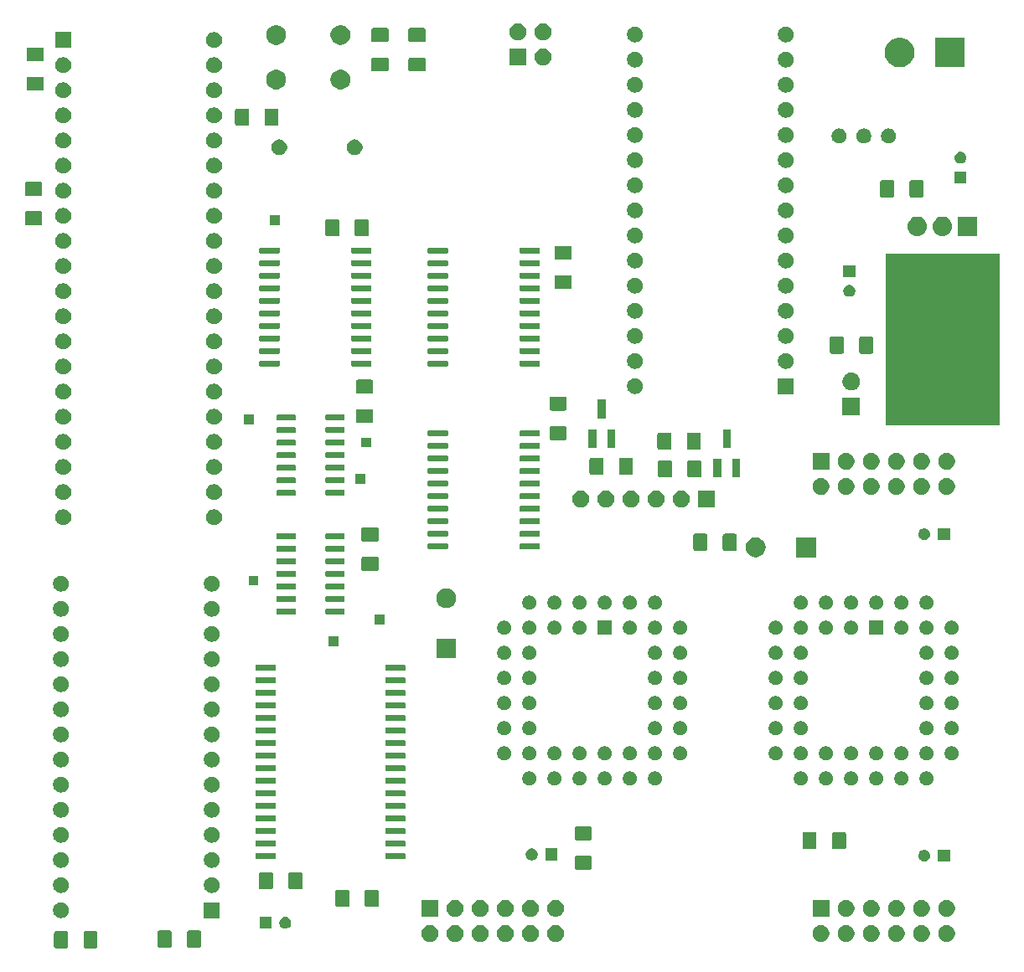
<source format=gbr>
G04 #@! TF.GenerationSoftware,KiCad,Pcbnew,5.1.5+dfsg1-2build2*
G04 #@! TF.CreationDate,2020-11-27T21:41:43-05:00*
G04 #@! TF.ProjectId,tpc65816,74706336-3538-4313-962e-6b696361645f,3.1*
G04 #@! TF.SameCoordinates,Original*
G04 #@! TF.FileFunction,Soldermask,Top*
G04 #@! TF.FilePolarity,Negative*
%FSLAX46Y46*%
G04 Gerber Fmt 4.6, Leading zero omitted, Abs format (unit mm)*
G04 Created by KiCad (PCBNEW 5.1.5+dfsg1-2build2) date 2020-11-27 21:41:43*
%MOMM*%
%LPD*%
G04 APERTURE LIST*
%ADD10C,0.100000*%
G04 APERTURE END LIST*
D10*
G36*
X203536500Y-97856000D02*
G01*
X192106500Y-97856000D01*
X192106500Y-80584000D01*
X203536500Y-80584000D01*
X203536500Y-97856000D01*
G37*
X203536500Y-97856000D02*
X192106500Y-97856000D01*
X192106500Y-80584000D01*
X203536500Y-80584000D01*
X203536500Y-97856000D01*
G36*
X112302565Y-149116340D02*
G01*
X112342100Y-149128333D01*
X112378541Y-149147811D01*
X112410479Y-149174021D01*
X112436689Y-149205959D01*
X112456167Y-149242400D01*
X112468160Y-149281935D01*
X112472500Y-149326000D01*
X112472500Y-150648000D01*
X112468160Y-150692065D01*
X112456167Y-150731600D01*
X112436689Y-150768041D01*
X112410479Y-150799979D01*
X112378541Y-150826189D01*
X112342100Y-150845667D01*
X112302565Y-150857660D01*
X112258500Y-150862000D01*
X111261500Y-150862000D01*
X111217435Y-150857660D01*
X111177900Y-150845667D01*
X111141459Y-150826189D01*
X111109521Y-150799979D01*
X111083311Y-150768041D01*
X111063833Y-150731600D01*
X111051840Y-150692065D01*
X111047500Y-150648000D01*
X111047500Y-149326000D01*
X111051840Y-149281935D01*
X111063833Y-149242400D01*
X111083311Y-149205959D01*
X111109521Y-149174021D01*
X111141459Y-149147811D01*
X111177900Y-149128333D01*
X111217435Y-149116340D01*
X111261500Y-149112000D01*
X112258500Y-149112000D01*
X112302565Y-149116340D01*
G37*
G36*
X109327565Y-149116340D02*
G01*
X109367100Y-149128333D01*
X109403541Y-149147811D01*
X109435479Y-149174021D01*
X109461689Y-149205959D01*
X109481167Y-149242400D01*
X109493160Y-149281935D01*
X109497500Y-149326000D01*
X109497500Y-150648000D01*
X109493160Y-150692065D01*
X109481167Y-150731600D01*
X109461689Y-150768041D01*
X109435479Y-150799979D01*
X109403541Y-150826189D01*
X109367100Y-150845667D01*
X109327565Y-150857660D01*
X109283500Y-150862000D01*
X108286500Y-150862000D01*
X108242435Y-150857660D01*
X108202900Y-150845667D01*
X108166459Y-150826189D01*
X108134521Y-150799979D01*
X108108311Y-150768041D01*
X108088833Y-150731600D01*
X108076840Y-150692065D01*
X108072500Y-150648000D01*
X108072500Y-149326000D01*
X108076840Y-149281935D01*
X108088833Y-149242400D01*
X108108311Y-149205959D01*
X108134521Y-149174021D01*
X108166459Y-149147811D01*
X108202900Y-149128333D01*
X108242435Y-149116340D01*
X108286500Y-149112000D01*
X109283500Y-149112000D01*
X109327565Y-149116340D01*
G37*
G36*
X119785965Y-149055340D02*
G01*
X119825500Y-149067333D01*
X119861941Y-149086811D01*
X119893879Y-149113021D01*
X119920089Y-149144959D01*
X119939567Y-149181400D01*
X119951560Y-149220935D01*
X119955900Y-149265000D01*
X119955900Y-150587000D01*
X119951560Y-150631065D01*
X119939567Y-150670600D01*
X119920089Y-150707041D01*
X119893879Y-150738979D01*
X119861941Y-150765189D01*
X119825500Y-150784667D01*
X119785965Y-150796660D01*
X119741900Y-150801000D01*
X118744900Y-150801000D01*
X118700835Y-150796660D01*
X118661300Y-150784667D01*
X118624859Y-150765189D01*
X118592921Y-150738979D01*
X118566711Y-150707041D01*
X118547233Y-150670600D01*
X118535240Y-150631065D01*
X118530900Y-150587000D01*
X118530900Y-149265000D01*
X118535240Y-149220935D01*
X118547233Y-149181400D01*
X118566711Y-149144959D01*
X118592921Y-149113021D01*
X118624859Y-149086811D01*
X118661300Y-149067333D01*
X118700835Y-149055340D01*
X118744900Y-149051000D01*
X119741900Y-149051000D01*
X119785965Y-149055340D01*
G37*
G36*
X122760965Y-149055340D02*
G01*
X122800500Y-149067333D01*
X122836941Y-149086811D01*
X122868879Y-149113021D01*
X122895089Y-149144959D01*
X122914567Y-149181400D01*
X122926560Y-149220935D01*
X122930900Y-149265000D01*
X122930900Y-150587000D01*
X122926560Y-150631065D01*
X122914567Y-150670600D01*
X122895089Y-150707041D01*
X122868879Y-150738979D01*
X122836941Y-150765189D01*
X122800500Y-150784667D01*
X122760965Y-150796660D01*
X122716900Y-150801000D01*
X121719900Y-150801000D01*
X121675835Y-150796660D01*
X121636300Y-150784667D01*
X121599859Y-150765189D01*
X121567921Y-150738979D01*
X121541711Y-150707041D01*
X121522233Y-150670600D01*
X121510240Y-150631065D01*
X121505900Y-150587000D01*
X121505900Y-149265000D01*
X121510240Y-149220935D01*
X121522233Y-149181400D01*
X121541711Y-149144959D01*
X121567921Y-149113021D01*
X121599859Y-149086811D01*
X121636300Y-149067333D01*
X121675835Y-149055340D01*
X121719900Y-149051000D01*
X122716900Y-149051000D01*
X122760965Y-149055340D01*
G37*
G36*
X146297936Y-148534665D02*
G01*
X146452626Y-148598739D01*
X146522076Y-148645145D01*
X146591844Y-148691762D01*
X146710238Y-148810156D01*
X146738158Y-148851942D01*
X146803261Y-148949374D01*
X146867335Y-149104064D01*
X146900000Y-149268282D01*
X146900000Y-149435718D01*
X146867335Y-149599936D01*
X146803261Y-149754626D01*
X146756855Y-149824076D01*
X146710238Y-149893844D01*
X146591844Y-150012238D01*
X146522076Y-150058855D01*
X146452626Y-150105261D01*
X146297936Y-150169335D01*
X146133718Y-150202000D01*
X145966282Y-150202000D01*
X145802064Y-150169335D01*
X145647374Y-150105261D01*
X145577924Y-150058855D01*
X145508156Y-150012238D01*
X145389762Y-149893844D01*
X145343145Y-149824076D01*
X145296739Y-149754626D01*
X145232665Y-149599936D01*
X145200000Y-149435718D01*
X145200000Y-149268282D01*
X145232665Y-149104064D01*
X145296739Y-148949374D01*
X145361842Y-148851942D01*
X145389762Y-148810156D01*
X145508156Y-148691762D01*
X145577924Y-148645145D01*
X145647374Y-148598739D01*
X145802064Y-148534665D01*
X145966282Y-148502000D01*
X146133718Y-148502000D01*
X146297936Y-148534665D01*
G37*
G36*
X195954936Y-148534665D02*
G01*
X196109626Y-148598739D01*
X196179076Y-148645145D01*
X196248844Y-148691762D01*
X196367238Y-148810156D01*
X196395158Y-148851942D01*
X196460261Y-148949374D01*
X196524335Y-149104064D01*
X196557000Y-149268282D01*
X196557000Y-149435718D01*
X196524335Y-149599936D01*
X196460261Y-149754626D01*
X196413855Y-149824076D01*
X196367238Y-149893844D01*
X196248844Y-150012238D01*
X196179076Y-150058855D01*
X196109626Y-150105261D01*
X195954936Y-150169335D01*
X195790718Y-150202000D01*
X195623282Y-150202000D01*
X195459064Y-150169335D01*
X195304374Y-150105261D01*
X195234924Y-150058855D01*
X195165156Y-150012238D01*
X195046762Y-149893844D01*
X195000145Y-149824076D01*
X194953739Y-149754626D01*
X194889665Y-149599936D01*
X194857000Y-149435718D01*
X194857000Y-149268282D01*
X194889665Y-149104064D01*
X194953739Y-148949374D01*
X195018842Y-148851942D01*
X195046762Y-148810156D01*
X195165156Y-148691762D01*
X195234924Y-148645145D01*
X195304374Y-148598739D01*
X195459064Y-148534665D01*
X195623282Y-148502000D01*
X195790718Y-148502000D01*
X195954936Y-148534665D01*
G37*
G36*
X198494936Y-148534665D02*
G01*
X198649626Y-148598739D01*
X198719076Y-148645145D01*
X198788844Y-148691762D01*
X198907238Y-148810156D01*
X198935158Y-148851942D01*
X199000261Y-148949374D01*
X199064335Y-149104064D01*
X199097000Y-149268282D01*
X199097000Y-149435718D01*
X199064335Y-149599936D01*
X199000261Y-149754626D01*
X198953855Y-149824076D01*
X198907238Y-149893844D01*
X198788844Y-150012238D01*
X198719076Y-150058855D01*
X198649626Y-150105261D01*
X198494936Y-150169335D01*
X198330718Y-150202000D01*
X198163282Y-150202000D01*
X197999064Y-150169335D01*
X197844374Y-150105261D01*
X197774924Y-150058855D01*
X197705156Y-150012238D01*
X197586762Y-149893844D01*
X197540145Y-149824076D01*
X197493739Y-149754626D01*
X197429665Y-149599936D01*
X197397000Y-149435718D01*
X197397000Y-149268282D01*
X197429665Y-149104064D01*
X197493739Y-148949374D01*
X197558842Y-148851942D01*
X197586762Y-148810156D01*
X197705156Y-148691762D01*
X197774924Y-148645145D01*
X197844374Y-148598739D01*
X197999064Y-148534665D01*
X198163282Y-148502000D01*
X198330718Y-148502000D01*
X198494936Y-148534665D01*
G37*
G36*
X193414936Y-148534665D02*
G01*
X193569626Y-148598739D01*
X193639076Y-148645145D01*
X193708844Y-148691762D01*
X193827238Y-148810156D01*
X193855158Y-148851942D01*
X193920261Y-148949374D01*
X193984335Y-149104064D01*
X194017000Y-149268282D01*
X194017000Y-149435718D01*
X193984335Y-149599936D01*
X193920261Y-149754626D01*
X193873855Y-149824076D01*
X193827238Y-149893844D01*
X193708844Y-150012238D01*
X193639076Y-150058855D01*
X193569626Y-150105261D01*
X193414936Y-150169335D01*
X193250718Y-150202000D01*
X193083282Y-150202000D01*
X192919064Y-150169335D01*
X192764374Y-150105261D01*
X192694924Y-150058855D01*
X192625156Y-150012238D01*
X192506762Y-149893844D01*
X192460145Y-149824076D01*
X192413739Y-149754626D01*
X192349665Y-149599936D01*
X192317000Y-149435718D01*
X192317000Y-149268282D01*
X192349665Y-149104064D01*
X192413739Y-148949374D01*
X192478842Y-148851942D01*
X192506762Y-148810156D01*
X192625156Y-148691762D01*
X192694924Y-148645145D01*
X192764374Y-148598739D01*
X192919064Y-148534665D01*
X193083282Y-148502000D01*
X193250718Y-148502000D01*
X193414936Y-148534665D01*
G37*
G36*
X190874936Y-148534665D02*
G01*
X191029626Y-148598739D01*
X191099076Y-148645145D01*
X191168844Y-148691762D01*
X191287238Y-148810156D01*
X191315158Y-148851942D01*
X191380261Y-148949374D01*
X191444335Y-149104064D01*
X191477000Y-149268282D01*
X191477000Y-149435718D01*
X191444335Y-149599936D01*
X191380261Y-149754626D01*
X191333855Y-149824076D01*
X191287238Y-149893844D01*
X191168844Y-150012238D01*
X191099076Y-150058855D01*
X191029626Y-150105261D01*
X190874936Y-150169335D01*
X190710718Y-150202000D01*
X190543282Y-150202000D01*
X190379064Y-150169335D01*
X190224374Y-150105261D01*
X190154924Y-150058855D01*
X190085156Y-150012238D01*
X189966762Y-149893844D01*
X189920145Y-149824076D01*
X189873739Y-149754626D01*
X189809665Y-149599936D01*
X189777000Y-149435718D01*
X189777000Y-149268282D01*
X189809665Y-149104064D01*
X189873739Y-148949374D01*
X189938842Y-148851942D01*
X189966762Y-148810156D01*
X190085156Y-148691762D01*
X190154924Y-148645145D01*
X190224374Y-148598739D01*
X190379064Y-148534665D01*
X190543282Y-148502000D01*
X190710718Y-148502000D01*
X190874936Y-148534665D01*
G37*
G36*
X188334936Y-148534665D02*
G01*
X188489626Y-148598739D01*
X188559076Y-148645145D01*
X188628844Y-148691762D01*
X188747238Y-148810156D01*
X188775158Y-148851942D01*
X188840261Y-148949374D01*
X188904335Y-149104064D01*
X188937000Y-149268282D01*
X188937000Y-149435718D01*
X188904335Y-149599936D01*
X188840261Y-149754626D01*
X188793855Y-149824076D01*
X188747238Y-149893844D01*
X188628844Y-150012238D01*
X188559076Y-150058855D01*
X188489626Y-150105261D01*
X188334936Y-150169335D01*
X188170718Y-150202000D01*
X188003282Y-150202000D01*
X187839064Y-150169335D01*
X187684374Y-150105261D01*
X187614924Y-150058855D01*
X187545156Y-150012238D01*
X187426762Y-149893844D01*
X187380145Y-149824076D01*
X187333739Y-149754626D01*
X187269665Y-149599936D01*
X187237000Y-149435718D01*
X187237000Y-149268282D01*
X187269665Y-149104064D01*
X187333739Y-148949374D01*
X187398842Y-148851942D01*
X187426762Y-148810156D01*
X187545156Y-148691762D01*
X187614924Y-148645145D01*
X187684374Y-148598739D01*
X187839064Y-148534665D01*
X188003282Y-148502000D01*
X188170718Y-148502000D01*
X188334936Y-148534665D01*
G37*
G36*
X185794936Y-148534665D02*
G01*
X185949626Y-148598739D01*
X186019076Y-148645145D01*
X186088844Y-148691762D01*
X186207238Y-148810156D01*
X186235158Y-148851942D01*
X186300261Y-148949374D01*
X186364335Y-149104064D01*
X186397000Y-149268282D01*
X186397000Y-149435718D01*
X186364335Y-149599936D01*
X186300261Y-149754626D01*
X186253855Y-149824076D01*
X186207238Y-149893844D01*
X186088844Y-150012238D01*
X186019076Y-150058855D01*
X185949626Y-150105261D01*
X185794936Y-150169335D01*
X185630718Y-150202000D01*
X185463282Y-150202000D01*
X185299064Y-150169335D01*
X185144374Y-150105261D01*
X185074924Y-150058855D01*
X185005156Y-150012238D01*
X184886762Y-149893844D01*
X184840145Y-149824076D01*
X184793739Y-149754626D01*
X184729665Y-149599936D01*
X184697000Y-149435718D01*
X184697000Y-149268282D01*
X184729665Y-149104064D01*
X184793739Y-148949374D01*
X184858842Y-148851942D01*
X184886762Y-148810156D01*
X185005156Y-148691762D01*
X185074924Y-148645145D01*
X185144374Y-148598739D01*
X185299064Y-148534665D01*
X185463282Y-148502000D01*
X185630718Y-148502000D01*
X185794936Y-148534665D01*
G37*
G36*
X158997936Y-148534665D02*
G01*
X159152626Y-148598739D01*
X159222076Y-148645145D01*
X159291844Y-148691762D01*
X159410238Y-148810156D01*
X159438158Y-148851942D01*
X159503261Y-148949374D01*
X159567335Y-149104064D01*
X159600000Y-149268282D01*
X159600000Y-149435718D01*
X159567335Y-149599936D01*
X159503261Y-149754626D01*
X159456855Y-149824076D01*
X159410238Y-149893844D01*
X159291844Y-150012238D01*
X159222076Y-150058855D01*
X159152626Y-150105261D01*
X158997936Y-150169335D01*
X158833718Y-150202000D01*
X158666282Y-150202000D01*
X158502064Y-150169335D01*
X158347374Y-150105261D01*
X158277924Y-150058855D01*
X158208156Y-150012238D01*
X158089762Y-149893844D01*
X158043145Y-149824076D01*
X157996739Y-149754626D01*
X157932665Y-149599936D01*
X157900000Y-149435718D01*
X157900000Y-149268282D01*
X157932665Y-149104064D01*
X157996739Y-148949374D01*
X158061842Y-148851942D01*
X158089762Y-148810156D01*
X158208156Y-148691762D01*
X158277924Y-148645145D01*
X158347374Y-148598739D01*
X158502064Y-148534665D01*
X158666282Y-148502000D01*
X158833718Y-148502000D01*
X158997936Y-148534665D01*
G37*
G36*
X156457936Y-148534665D02*
G01*
X156612626Y-148598739D01*
X156682076Y-148645145D01*
X156751844Y-148691762D01*
X156870238Y-148810156D01*
X156898158Y-148851942D01*
X156963261Y-148949374D01*
X157027335Y-149104064D01*
X157060000Y-149268282D01*
X157060000Y-149435718D01*
X157027335Y-149599936D01*
X156963261Y-149754626D01*
X156916855Y-149824076D01*
X156870238Y-149893844D01*
X156751844Y-150012238D01*
X156682076Y-150058855D01*
X156612626Y-150105261D01*
X156457936Y-150169335D01*
X156293718Y-150202000D01*
X156126282Y-150202000D01*
X155962064Y-150169335D01*
X155807374Y-150105261D01*
X155737924Y-150058855D01*
X155668156Y-150012238D01*
X155549762Y-149893844D01*
X155503145Y-149824076D01*
X155456739Y-149754626D01*
X155392665Y-149599936D01*
X155360000Y-149435718D01*
X155360000Y-149268282D01*
X155392665Y-149104064D01*
X155456739Y-148949374D01*
X155521842Y-148851942D01*
X155549762Y-148810156D01*
X155668156Y-148691762D01*
X155737924Y-148645145D01*
X155807374Y-148598739D01*
X155962064Y-148534665D01*
X156126282Y-148502000D01*
X156293718Y-148502000D01*
X156457936Y-148534665D01*
G37*
G36*
X153917936Y-148534665D02*
G01*
X154072626Y-148598739D01*
X154142076Y-148645145D01*
X154211844Y-148691762D01*
X154330238Y-148810156D01*
X154358158Y-148851942D01*
X154423261Y-148949374D01*
X154487335Y-149104064D01*
X154520000Y-149268282D01*
X154520000Y-149435718D01*
X154487335Y-149599936D01*
X154423261Y-149754626D01*
X154376855Y-149824076D01*
X154330238Y-149893844D01*
X154211844Y-150012238D01*
X154142076Y-150058855D01*
X154072626Y-150105261D01*
X153917936Y-150169335D01*
X153753718Y-150202000D01*
X153586282Y-150202000D01*
X153422064Y-150169335D01*
X153267374Y-150105261D01*
X153197924Y-150058855D01*
X153128156Y-150012238D01*
X153009762Y-149893844D01*
X152963145Y-149824076D01*
X152916739Y-149754626D01*
X152852665Y-149599936D01*
X152820000Y-149435718D01*
X152820000Y-149268282D01*
X152852665Y-149104064D01*
X152916739Y-148949374D01*
X152981842Y-148851942D01*
X153009762Y-148810156D01*
X153128156Y-148691762D01*
X153197924Y-148645145D01*
X153267374Y-148598739D01*
X153422064Y-148534665D01*
X153586282Y-148502000D01*
X153753718Y-148502000D01*
X153917936Y-148534665D01*
G37*
G36*
X151377936Y-148534665D02*
G01*
X151532626Y-148598739D01*
X151602076Y-148645145D01*
X151671844Y-148691762D01*
X151790238Y-148810156D01*
X151818158Y-148851942D01*
X151883261Y-148949374D01*
X151947335Y-149104064D01*
X151980000Y-149268282D01*
X151980000Y-149435718D01*
X151947335Y-149599936D01*
X151883261Y-149754626D01*
X151836855Y-149824076D01*
X151790238Y-149893844D01*
X151671844Y-150012238D01*
X151602076Y-150058855D01*
X151532626Y-150105261D01*
X151377936Y-150169335D01*
X151213718Y-150202000D01*
X151046282Y-150202000D01*
X150882064Y-150169335D01*
X150727374Y-150105261D01*
X150657924Y-150058855D01*
X150588156Y-150012238D01*
X150469762Y-149893844D01*
X150423145Y-149824076D01*
X150376739Y-149754626D01*
X150312665Y-149599936D01*
X150280000Y-149435718D01*
X150280000Y-149268282D01*
X150312665Y-149104064D01*
X150376739Y-148949374D01*
X150441842Y-148851942D01*
X150469762Y-148810156D01*
X150588156Y-148691762D01*
X150657924Y-148645145D01*
X150727374Y-148598739D01*
X150882064Y-148534665D01*
X151046282Y-148502000D01*
X151213718Y-148502000D01*
X151377936Y-148534665D01*
G37*
G36*
X148837936Y-148534665D02*
G01*
X148992626Y-148598739D01*
X149062076Y-148645145D01*
X149131844Y-148691762D01*
X149250238Y-148810156D01*
X149278158Y-148851942D01*
X149343261Y-148949374D01*
X149407335Y-149104064D01*
X149440000Y-149268282D01*
X149440000Y-149435718D01*
X149407335Y-149599936D01*
X149343261Y-149754626D01*
X149296855Y-149824076D01*
X149250238Y-149893844D01*
X149131844Y-150012238D01*
X149062076Y-150058855D01*
X148992626Y-150105261D01*
X148837936Y-150169335D01*
X148673718Y-150202000D01*
X148506282Y-150202000D01*
X148342064Y-150169335D01*
X148187374Y-150105261D01*
X148117924Y-150058855D01*
X148048156Y-150012238D01*
X147929762Y-149893844D01*
X147883145Y-149824076D01*
X147836739Y-149754626D01*
X147772665Y-149599936D01*
X147740000Y-149435718D01*
X147740000Y-149268282D01*
X147772665Y-149104064D01*
X147836739Y-148949374D01*
X147901842Y-148851942D01*
X147929762Y-148810156D01*
X148048156Y-148691762D01*
X148117924Y-148645145D01*
X148187374Y-148598739D01*
X148342064Y-148534665D01*
X148506282Y-148502000D01*
X148673718Y-148502000D01*
X148837936Y-148534665D01*
G37*
G36*
X131607014Y-147698058D02*
G01*
X131716207Y-147743287D01*
X131814478Y-147808950D01*
X131898050Y-147892522D01*
X131963713Y-147990793D01*
X132008942Y-148099986D01*
X132032000Y-148215905D01*
X132032000Y-148334095D01*
X132008942Y-148450014D01*
X131963713Y-148559207D01*
X131898050Y-148657478D01*
X131814478Y-148741050D01*
X131716207Y-148806713D01*
X131607014Y-148851942D01*
X131491095Y-148875000D01*
X131372905Y-148875000D01*
X131256986Y-148851942D01*
X131147793Y-148806713D01*
X131049522Y-148741050D01*
X130965950Y-148657478D01*
X130900287Y-148559207D01*
X130855058Y-148450014D01*
X130832000Y-148334095D01*
X130832000Y-148215905D01*
X130855058Y-148099986D01*
X130900287Y-147990793D01*
X130965950Y-147892522D01*
X131049522Y-147808950D01*
X131147793Y-147743287D01*
X131256986Y-147698058D01*
X131372905Y-147675000D01*
X131491095Y-147675000D01*
X131607014Y-147698058D01*
G37*
G36*
X130032000Y-148875000D02*
G01*
X128832000Y-148875000D01*
X128832000Y-147675000D01*
X130032000Y-147675000D01*
X130032000Y-148875000D01*
G37*
G36*
X124800000Y-147800000D02*
G01*
X123200000Y-147800000D01*
X123200000Y-146200000D01*
X124800000Y-146200000D01*
X124800000Y-147800000D01*
G37*
G36*
X108890312Y-146210248D02*
G01*
X108993351Y-146230743D01*
X109138942Y-146291049D01*
X109269970Y-146378599D01*
X109381401Y-146490030D01*
X109468951Y-146621058D01*
X109529257Y-146766649D01*
X109560000Y-146921207D01*
X109560000Y-147078793D01*
X109529257Y-147233351D01*
X109468951Y-147378942D01*
X109381401Y-147509970D01*
X109269970Y-147621401D01*
X109138942Y-147708951D01*
X108993351Y-147769257D01*
X108890312Y-147789752D01*
X108838794Y-147800000D01*
X108681206Y-147800000D01*
X108629688Y-147789752D01*
X108526649Y-147769257D01*
X108381058Y-147708951D01*
X108250030Y-147621401D01*
X108138599Y-147509970D01*
X108051049Y-147378942D01*
X107990743Y-147233351D01*
X107960000Y-147078793D01*
X107960000Y-146921207D01*
X107990743Y-146766649D01*
X108051049Y-146621058D01*
X108138599Y-146490030D01*
X108250030Y-146378599D01*
X108381058Y-146291049D01*
X108526649Y-146230743D01*
X108629688Y-146210248D01*
X108681206Y-146200000D01*
X108838794Y-146200000D01*
X108890312Y-146210248D01*
G37*
G36*
X188334936Y-145994665D02*
G01*
X188489626Y-146058739D01*
X188559076Y-146105145D01*
X188628844Y-146151762D01*
X188747238Y-146270156D01*
X188793855Y-146339924D01*
X188840261Y-146409374D01*
X188904335Y-146564064D01*
X188937000Y-146728282D01*
X188937000Y-146895718D01*
X188904335Y-147059936D01*
X188840261Y-147214626D01*
X188793855Y-147284076D01*
X188747238Y-147353844D01*
X188628844Y-147472238D01*
X188559076Y-147518855D01*
X188489626Y-147565261D01*
X188354088Y-147621402D01*
X188334936Y-147629335D01*
X188170718Y-147662000D01*
X188003282Y-147662000D01*
X187839064Y-147629335D01*
X187819912Y-147621402D01*
X187684374Y-147565261D01*
X187614924Y-147518855D01*
X187545156Y-147472238D01*
X187426762Y-147353844D01*
X187380145Y-147284076D01*
X187333739Y-147214626D01*
X187269665Y-147059936D01*
X187237000Y-146895718D01*
X187237000Y-146728282D01*
X187269665Y-146564064D01*
X187333739Y-146409374D01*
X187380145Y-146339924D01*
X187426762Y-146270156D01*
X187545156Y-146151762D01*
X187614924Y-146105145D01*
X187684374Y-146058739D01*
X187839064Y-145994665D01*
X188003282Y-145962000D01*
X188170718Y-145962000D01*
X188334936Y-145994665D01*
G37*
G36*
X190874936Y-145994665D02*
G01*
X191029626Y-146058739D01*
X191099076Y-146105145D01*
X191168844Y-146151762D01*
X191287238Y-146270156D01*
X191333855Y-146339924D01*
X191380261Y-146409374D01*
X191444335Y-146564064D01*
X191477000Y-146728282D01*
X191477000Y-146895718D01*
X191444335Y-147059936D01*
X191380261Y-147214626D01*
X191333855Y-147284076D01*
X191287238Y-147353844D01*
X191168844Y-147472238D01*
X191099076Y-147518855D01*
X191029626Y-147565261D01*
X190894088Y-147621402D01*
X190874936Y-147629335D01*
X190710718Y-147662000D01*
X190543282Y-147662000D01*
X190379064Y-147629335D01*
X190359912Y-147621402D01*
X190224374Y-147565261D01*
X190154924Y-147518855D01*
X190085156Y-147472238D01*
X189966762Y-147353844D01*
X189920145Y-147284076D01*
X189873739Y-147214626D01*
X189809665Y-147059936D01*
X189777000Y-146895718D01*
X189777000Y-146728282D01*
X189809665Y-146564064D01*
X189873739Y-146409374D01*
X189920145Y-146339924D01*
X189966762Y-146270156D01*
X190085156Y-146151762D01*
X190154924Y-146105145D01*
X190224374Y-146058739D01*
X190379064Y-145994665D01*
X190543282Y-145962000D01*
X190710718Y-145962000D01*
X190874936Y-145994665D01*
G37*
G36*
X193414936Y-145994665D02*
G01*
X193569626Y-146058739D01*
X193639076Y-146105145D01*
X193708844Y-146151762D01*
X193827238Y-146270156D01*
X193873855Y-146339924D01*
X193920261Y-146409374D01*
X193984335Y-146564064D01*
X194017000Y-146728282D01*
X194017000Y-146895718D01*
X193984335Y-147059936D01*
X193920261Y-147214626D01*
X193873855Y-147284076D01*
X193827238Y-147353844D01*
X193708844Y-147472238D01*
X193639076Y-147518855D01*
X193569626Y-147565261D01*
X193434088Y-147621402D01*
X193414936Y-147629335D01*
X193250718Y-147662000D01*
X193083282Y-147662000D01*
X192919064Y-147629335D01*
X192899912Y-147621402D01*
X192764374Y-147565261D01*
X192694924Y-147518855D01*
X192625156Y-147472238D01*
X192506762Y-147353844D01*
X192460145Y-147284076D01*
X192413739Y-147214626D01*
X192349665Y-147059936D01*
X192317000Y-146895718D01*
X192317000Y-146728282D01*
X192349665Y-146564064D01*
X192413739Y-146409374D01*
X192460145Y-146339924D01*
X192506762Y-146270156D01*
X192625156Y-146151762D01*
X192694924Y-146105145D01*
X192764374Y-146058739D01*
X192919064Y-145994665D01*
X193083282Y-145962000D01*
X193250718Y-145962000D01*
X193414936Y-145994665D01*
G37*
G36*
X195954936Y-145994665D02*
G01*
X196109626Y-146058739D01*
X196179076Y-146105145D01*
X196248844Y-146151762D01*
X196367238Y-146270156D01*
X196413855Y-146339924D01*
X196460261Y-146409374D01*
X196524335Y-146564064D01*
X196557000Y-146728282D01*
X196557000Y-146895718D01*
X196524335Y-147059936D01*
X196460261Y-147214626D01*
X196413855Y-147284076D01*
X196367238Y-147353844D01*
X196248844Y-147472238D01*
X196179076Y-147518855D01*
X196109626Y-147565261D01*
X195974088Y-147621402D01*
X195954936Y-147629335D01*
X195790718Y-147662000D01*
X195623282Y-147662000D01*
X195459064Y-147629335D01*
X195439912Y-147621402D01*
X195304374Y-147565261D01*
X195234924Y-147518855D01*
X195165156Y-147472238D01*
X195046762Y-147353844D01*
X195000145Y-147284076D01*
X194953739Y-147214626D01*
X194889665Y-147059936D01*
X194857000Y-146895718D01*
X194857000Y-146728282D01*
X194889665Y-146564064D01*
X194953739Y-146409374D01*
X195000145Y-146339924D01*
X195046762Y-146270156D01*
X195165156Y-146151762D01*
X195234924Y-146105145D01*
X195304374Y-146058739D01*
X195459064Y-145994665D01*
X195623282Y-145962000D01*
X195790718Y-145962000D01*
X195954936Y-145994665D01*
G37*
G36*
X198494936Y-145994665D02*
G01*
X198649626Y-146058739D01*
X198719076Y-146105145D01*
X198788844Y-146151762D01*
X198907238Y-146270156D01*
X198953855Y-146339924D01*
X199000261Y-146409374D01*
X199064335Y-146564064D01*
X199097000Y-146728282D01*
X199097000Y-146895718D01*
X199064335Y-147059936D01*
X199000261Y-147214626D01*
X198953855Y-147284076D01*
X198907238Y-147353844D01*
X198788844Y-147472238D01*
X198719076Y-147518855D01*
X198649626Y-147565261D01*
X198514088Y-147621402D01*
X198494936Y-147629335D01*
X198330718Y-147662000D01*
X198163282Y-147662000D01*
X197999064Y-147629335D01*
X197979912Y-147621402D01*
X197844374Y-147565261D01*
X197774924Y-147518855D01*
X197705156Y-147472238D01*
X197586762Y-147353844D01*
X197540145Y-147284076D01*
X197493739Y-147214626D01*
X197429665Y-147059936D01*
X197397000Y-146895718D01*
X197397000Y-146728282D01*
X197429665Y-146564064D01*
X197493739Y-146409374D01*
X197540145Y-146339924D01*
X197586762Y-146270156D01*
X197705156Y-146151762D01*
X197774924Y-146105145D01*
X197844374Y-146058739D01*
X197999064Y-145994665D01*
X198163282Y-145962000D01*
X198330718Y-145962000D01*
X198494936Y-145994665D01*
G37*
G36*
X186397000Y-147662000D02*
G01*
X184697000Y-147662000D01*
X184697000Y-145962000D01*
X186397000Y-145962000D01*
X186397000Y-147662000D01*
G37*
G36*
X148837936Y-145994665D02*
G01*
X148992626Y-146058739D01*
X149062076Y-146105145D01*
X149131844Y-146151762D01*
X149250238Y-146270156D01*
X149296855Y-146339924D01*
X149343261Y-146409374D01*
X149407335Y-146564064D01*
X149440000Y-146728282D01*
X149440000Y-146895718D01*
X149407335Y-147059936D01*
X149343261Y-147214626D01*
X149296855Y-147284076D01*
X149250238Y-147353844D01*
X149131844Y-147472238D01*
X149062076Y-147518855D01*
X148992626Y-147565261D01*
X148837936Y-147629335D01*
X148673718Y-147662000D01*
X148506282Y-147662000D01*
X148342064Y-147629335D01*
X148187374Y-147565261D01*
X148117924Y-147518855D01*
X148048156Y-147472238D01*
X147929762Y-147353844D01*
X147883145Y-147284076D01*
X147836739Y-147214626D01*
X147772665Y-147059936D01*
X147740000Y-146895718D01*
X147740000Y-146728282D01*
X147772665Y-146564064D01*
X147836739Y-146409374D01*
X147883145Y-146339924D01*
X147929762Y-146270156D01*
X148048156Y-146151762D01*
X148117924Y-146105145D01*
X148187374Y-146058739D01*
X148342064Y-145994665D01*
X148506282Y-145962000D01*
X148673718Y-145962000D01*
X148837936Y-145994665D01*
G37*
G36*
X151377936Y-145994665D02*
G01*
X151532626Y-146058739D01*
X151602076Y-146105145D01*
X151671844Y-146151762D01*
X151790238Y-146270156D01*
X151836855Y-146339924D01*
X151883261Y-146409374D01*
X151947335Y-146564064D01*
X151980000Y-146728282D01*
X151980000Y-146895718D01*
X151947335Y-147059936D01*
X151883261Y-147214626D01*
X151836855Y-147284076D01*
X151790238Y-147353844D01*
X151671844Y-147472238D01*
X151602076Y-147518855D01*
X151532626Y-147565261D01*
X151377936Y-147629335D01*
X151213718Y-147662000D01*
X151046282Y-147662000D01*
X150882064Y-147629335D01*
X150727374Y-147565261D01*
X150657924Y-147518855D01*
X150588156Y-147472238D01*
X150469762Y-147353844D01*
X150423145Y-147284076D01*
X150376739Y-147214626D01*
X150312665Y-147059936D01*
X150280000Y-146895718D01*
X150280000Y-146728282D01*
X150312665Y-146564064D01*
X150376739Y-146409374D01*
X150423145Y-146339924D01*
X150469762Y-146270156D01*
X150588156Y-146151762D01*
X150657924Y-146105145D01*
X150727374Y-146058739D01*
X150882064Y-145994665D01*
X151046282Y-145962000D01*
X151213718Y-145962000D01*
X151377936Y-145994665D01*
G37*
G36*
X153917936Y-145994665D02*
G01*
X154072626Y-146058739D01*
X154142076Y-146105145D01*
X154211844Y-146151762D01*
X154330238Y-146270156D01*
X154376855Y-146339924D01*
X154423261Y-146409374D01*
X154487335Y-146564064D01*
X154520000Y-146728282D01*
X154520000Y-146895718D01*
X154487335Y-147059936D01*
X154423261Y-147214626D01*
X154376855Y-147284076D01*
X154330238Y-147353844D01*
X154211844Y-147472238D01*
X154142076Y-147518855D01*
X154072626Y-147565261D01*
X153917936Y-147629335D01*
X153753718Y-147662000D01*
X153586282Y-147662000D01*
X153422064Y-147629335D01*
X153267374Y-147565261D01*
X153197924Y-147518855D01*
X153128156Y-147472238D01*
X153009762Y-147353844D01*
X152963145Y-147284076D01*
X152916739Y-147214626D01*
X152852665Y-147059936D01*
X152820000Y-146895718D01*
X152820000Y-146728282D01*
X152852665Y-146564064D01*
X152916739Y-146409374D01*
X152963145Y-146339924D01*
X153009762Y-146270156D01*
X153128156Y-146151762D01*
X153197924Y-146105145D01*
X153267374Y-146058739D01*
X153422064Y-145994665D01*
X153586282Y-145962000D01*
X153753718Y-145962000D01*
X153917936Y-145994665D01*
G37*
G36*
X156457936Y-145994665D02*
G01*
X156612626Y-146058739D01*
X156682076Y-146105145D01*
X156751844Y-146151762D01*
X156870238Y-146270156D01*
X156916855Y-146339924D01*
X156963261Y-146409374D01*
X157027335Y-146564064D01*
X157060000Y-146728282D01*
X157060000Y-146895718D01*
X157027335Y-147059936D01*
X156963261Y-147214626D01*
X156916855Y-147284076D01*
X156870238Y-147353844D01*
X156751844Y-147472238D01*
X156682076Y-147518855D01*
X156612626Y-147565261D01*
X156457936Y-147629335D01*
X156293718Y-147662000D01*
X156126282Y-147662000D01*
X155962064Y-147629335D01*
X155807374Y-147565261D01*
X155737924Y-147518855D01*
X155668156Y-147472238D01*
X155549762Y-147353844D01*
X155503145Y-147284076D01*
X155456739Y-147214626D01*
X155392665Y-147059936D01*
X155360000Y-146895718D01*
X155360000Y-146728282D01*
X155392665Y-146564064D01*
X155456739Y-146409374D01*
X155503145Y-146339924D01*
X155549762Y-146270156D01*
X155668156Y-146151762D01*
X155737924Y-146105145D01*
X155807374Y-146058739D01*
X155962064Y-145994665D01*
X156126282Y-145962000D01*
X156293718Y-145962000D01*
X156457936Y-145994665D01*
G37*
G36*
X158997936Y-145994665D02*
G01*
X159152626Y-146058739D01*
X159222076Y-146105145D01*
X159291844Y-146151762D01*
X159410238Y-146270156D01*
X159456855Y-146339924D01*
X159503261Y-146409374D01*
X159567335Y-146564064D01*
X159600000Y-146728282D01*
X159600000Y-146895718D01*
X159567335Y-147059936D01*
X159503261Y-147214626D01*
X159456855Y-147284076D01*
X159410238Y-147353844D01*
X159291844Y-147472238D01*
X159222076Y-147518855D01*
X159152626Y-147565261D01*
X159017088Y-147621402D01*
X158997936Y-147629335D01*
X158833718Y-147662000D01*
X158666282Y-147662000D01*
X158502064Y-147629335D01*
X158482912Y-147621402D01*
X158347374Y-147565261D01*
X158277924Y-147518855D01*
X158208156Y-147472238D01*
X158089762Y-147353844D01*
X158043145Y-147284076D01*
X157996739Y-147214626D01*
X157932665Y-147059936D01*
X157900000Y-146895718D01*
X157900000Y-146728282D01*
X157932665Y-146564064D01*
X157996739Y-146409374D01*
X158043145Y-146339924D01*
X158089762Y-146270156D01*
X158208156Y-146151762D01*
X158277924Y-146105145D01*
X158347374Y-146058739D01*
X158502064Y-145994665D01*
X158666282Y-145962000D01*
X158833718Y-145962000D01*
X158997936Y-145994665D01*
G37*
G36*
X146900000Y-147662000D02*
G01*
X145200000Y-147662000D01*
X145200000Y-145962000D01*
X146900000Y-145962000D01*
X146900000Y-147662000D01*
G37*
G36*
X140718765Y-144940540D02*
G01*
X140758300Y-144952533D01*
X140794741Y-144972011D01*
X140826679Y-144998221D01*
X140852889Y-145030159D01*
X140872367Y-145066600D01*
X140884360Y-145106135D01*
X140888700Y-145150200D01*
X140888700Y-146472200D01*
X140884360Y-146516265D01*
X140872367Y-146555800D01*
X140852889Y-146592241D01*
X140826679Y-146624179D01*
X140794741Y-146650389D01*
X140758300Y-146669867D01*
X140718765Y-146681860D01*
X140674700Y-146686200D01*
X139677700Y-146686200D01*
X139633635Y-146681860D01*
X139594100Y-146669867D01*
X139557659Y-146650389D01*
X139525721Y-146624179D01*
X139499511Y-146592241D01*
X139480033Y-146555800D01*
X139468040Y-146516265D01*
X139463700Y-146472200D01*
X139463700Y-145150200D01*
X139468040Y-145106135D01*
X139480033Y-145066600D01*
X139499511Y-145030159D01*
X139525721Y-144998221D01*
X139557659Y-144972011D01*
X139594100Y-144952533D01*
X139633635Y-144940540D01*
X139677700Y-144936200D01*
X140674700Y-144936200D01*
X140718765Y-144940540D01*
G37*
G36*
X137743765Y-144940540D02*
G01*
X137783300Y-144952533D01*
X137819741Y-144972011D01*
X137851679Y-144998221D01*
X137877889Y-145030159D01*
X137897367Y-145066600D01*
X137909360Y-145106135D01*
X137913700Y-145150200D01*
X137913700Y-146472200D01*
X137909360Y-146516265D01*
X137897367Y-146555800D01*
X137877889Y-146592241D01*
X137851679Y-146624179D01*
X137819741Y-146650389D01*
X137783300Y-146669867D01*
X137743765Y-146681860D01*
X137699700Y-146686200D01*
X136702700Y-146686200D01*
X136658635Y-146681860D01*
X136619100Y-146669867D01*
X136582659Y-146650389D01*
X136550721Y-146624179D01*
X136524511Y-146592241D01*
X136505033Y-146555800D01*
X136493040Y-146516265D01*
X136488700Y-146472200D01*
X136488700Y-145150200D01*
X136493040Y-145106135D01*
X136505033Y-145066600D01*
X136524511Y-145030159D01*
X136550721Y-144998221D01*
X136582659Y-144972011D01*
X136619100Y-144952533D01*
X136658635Y-144940540D01*
X136702700Y-144936200D01*
X137699700Y-144936200D01*
X137743765Y-144940540D01*
G37*
G36*
X108890312Y-143670248D02*
G01*
X108993351Y-143690743D01*
X109138942Y-143751049D01*
X109269970Y-143838599D01*
X109381401Y-143950030D01*
X109468951Y-144081058D01*
X109529257Y-144226649D01*
X109560000Y-144381207D01*
X109560000Y-144538793D01*
X109529257Y-144693351D01*
X109468951Y-144838942D01*
X109381401Y-144969970D01*
X109269970Y-145081401D01*
X109138942Y-145168951D01*
X108993351Y-145229257D01*
X108890312Y-145249752D01*
X108838794Y-145260000D01*
X108681206Y-145260000D01*
X108629688Y-145249752D01*
X108526649Y-145229257D01*
X108381058Y-145168951D01*
X108250030Y-145081401D01*
X108138599Y-144969970D01*
X108051049Y-144838942D01*
X107990743Y-144693351D01*
X107960000Y-144538793D01*
X107960000Y-144381207D01*
X107990743Y-144226649D01*
X108051049Y-144081058D01*
X108138599Y-143950030D01*
X108250030Y-143838599D01*
X108381058Y-143751049D01*
X108526649Y-143690743D01*
X108629688Y-143670248D01*
X108681206Y-143660000D01*
X108838794Y-143660000D01*
X108890312Y-143670248D01*
G37*
G36*
X124130312Y-143670248D02*
G01*
X124233351Y-143690743D01*
X124378942Y-143751049D01*
X124509970Y-143838599D01*
X124621401Y-143950030D01*
X124708951Y-144081058D01*
X124769257Y-144226649D01*
X124800000Y-144381207D01*
X124800000Y-144538793D01*
X124769257Y-144693351D01*
X124708951Y-144838942D01*
X124621401Y-144969970D01*
X124509970Y-145081401D01*
X124378942Y-145168951D01*
X124233351Y-145229257D01*
X124130312Y-145249752D01*
X124078794Y-145260000D01*
X123921206Y-145260000D01*
X123869688Y-145249752D01*
X123766649Y-145229257D01*
X123621058Y-145168951D01*
X123490030Y-145081401D01*
X123378599Y-144969970D01*
X123291049Y-144838942D01*
X123230743Y-144693351D01*
X123200000Y-144538793D01*
X123200000Y-144381207D01*
X123230743Y-144226649D01*
X123291049Y-144081058D01*
X123378599Y-143950030D01*
X123490030Y-143838599D01*
X123621058Y-143751049D01*
X123766649Y-143690743D01*
X123869688Y-143670248D01*
X123921206Y-143660000D01*
X124078794Y-143660000D01*
X124130312Y-143670248D01*
G37*
G36*
X133003565Y-143147340D02*
G01*
X133043100Y-143159333D01*
X133079541Y-143178811D01*
X133111479Y-143205021D01*
X133137689Y-143236959D01*
X133157167Y-143273400D01*
X133169160Y-143312935D01*
X133173500Y-143357000D01*
X133173500Y-144679000D01*
X133169160Y-144723065D01*
X133157167Y-144762600D01*
X133137689Y-144799041D01*
X133111479Y-144830979D01*
X133079541Y-144857189D01*
X133043100Y-144876667D01*
X133003565Y-144888660D01*
X132959500Y-144893000D01*
X131962500Y-144893000D01*
X131918435Y-144888660D01*
X131878900Y-144876667D01*
X131842459Y-144857189D01*
X131810521Y-144830979D01*
X131784311Y-144799041D01*
X131764833Y-144762600D01*
X131752840Y-144723065D01*
X131748500Y-144679000D01*
X131748500Y-143357000D01*
X131752840Y-143312935D01*
X131764833Y-143273400D01*
X131784311Y-143236959D01*
X131810521Y-143205021D01*
X131842459Y-143178811D01*
X131878900Y-143159333D01*
X131918435Y-143147340D01*
X131962500Y-143143000D01*
X132959500Y-143143000D01*
X133003565Y-143147340D01*
G37*
G36*
X130028565Y-143147340D02*
G01*
X130068100Y-143159333D01*
X130104541Y-143178811D01*
X130136479Y-143205021D01*
X130162689Y-143236959D01*
X130182167Y-143273400D01*
X130194160Y-143312935D01*
X130198500Y-143357000D01*
X130198500Y-144679000D01*
X130194160Y-144723065D01*
X130182167Y-144762600D01*
X130162689Y-144799041D01*
X130136479Y-144830979D01*
X130104541Y-144857189D01*
X130068100Y-144876667D01*
X130028565Y-144888660D01*
X129984500Y-144893000D01*
X128987500Y-144893000D01*
X128943435Y-144888660D01*
X128903900Y-144876667D01*
X128867459Y-144857189D01*
X128835521Y-144830979D01*
X128809311Y-144799041D01*
X128789833Y-144762600D01*
X128777840Y-144723065D01*
X128773500Y-144679000D01*
X128773500Y-143357000D01*
X128777840Y-143312935D01*
X128789833Y-143273400D01*
X128809311Y-143236959D01*
X128835521Y-143205021D01*
X128867459Y-143178811D01*
X128903900Y-143159333D01*
X128943435Y-143147340D01*
X128987500Y-143143000D01*
X129984500Y-143143000D01*
X130028565Y-143147340D01*
G37*
G36*
X162249065Y-141495340D02*
G01*
X162288600Y-141507333D01*
X162325041Y-141526811D01*
X162356979Y-141553021D01*
X162383189Y-141584959D01*
X162402667Y-141621400D01*
X162414660Y-141660935D01*
X162419000Y-141705000D01*
X162419000Y-142702000D01*
X162414660Y-142746065D01*
X162402667Y-142785600D01*
X162383189Y-142822041D01*
X162356979Y-142853979D01*
X162325041Y-142880189D01*
X162288600Y-142899667D01*
X162249065Y-142911660D01*
X162205000Y-142916000D01*
X160883000Y-142916000D01*
X160838935Y-142911660D01*
X160799400Y-142899667D01*
X160762959Y-142880189D01*
X160731021Y-142853979D01*
X160704811Y-142822041D01*
X160685333Y-142785600D01*
X160673340Y-142746065D01*
X160669000Y-142702000D01*
X160669000Y-141705000D01*
X160673340Y-141660935D01*
X160685333Y-141621400D01*
X160704811Y-141584959D01*
X160731021Y-141553021D01*
X160762959Y-141526811D01*
X160799400Y-141507333D01*
X160838935Y-141495340D01*
X160883000Y-141491000D01*
X162205000Y-141491000D01*
X162249065Y-141495340D01*
G37*
G36*
X108890312Y-141130248D02*
G01*
X108993351Y-141150743D01*
X109138942Y-141211049D01*
X109269970Y-141298599D01*
X109381401Y-141410030D01*
X109468951Y-141541058D01*
X109529257Y-141686649D01*
X109560000Y-141841207D01*
X109560000Y-141998793D01*
X109529257Y-142153351D01*
X109468951Y-142298942D01*
X109381401Y-142429970D01*
X109269970Y-142541401D01*
X109138942Y-142628951D01*
X108993351Y-142689257D01*
X108890312Y-142709752D01*
X108838794Y-142720000D01*
X108681206Y-142720000D01*
X108629688Y-142709752D01*
X108526649Y-142689257D01*
X108381058Y-142628951D01*
X108250030Y-142541401D01*
X108138599Y-142429970D01*
X108051049Y-142298942D01*
X107990743Y-142153351D01*
X107960000Y-141998793D01*
X107960000Y-141841207D01*
X107990743Y-141686649D01*
X108051049Y-141541058D01*
X108138599Y-141410030D01*
X108250030Y-141298599D01*
X108381058Y-141211049D01*
X108526649Y-141150743D01*
X108629688Y-141130248D01*
X108681206Y-141120000D01*
X108838794Y-141120000D01*
X108890312Y-141130248D01*
G37*
G36*
X124130312Y-141130248D02*
G01*
X124233351Y-141150743D01*
X124378942Y-141211049D01*
X124509970Y-141298599D01*
X124621401Y-141410030D01*
X124708951Y-141541058D01*
X124769257Y-141686649D01*
X124800000Y-141841207D01*
X124800000Y-141998793D01*
X124769257Y-142153351D01*
X124708951Y-142298942D01*
X124621401Y-142429970D01*
X124509970Y-142541401D01*
X124378942Y-142628951D01*
X124233351Y-142689257D01*
X124130312Y-142709752D01*
X124078794Y-142720000D01*
X123921206Y-142720000D01*
X123869688Y-142709752D01*
X123766649Y-142689257D01*
X123621058Y-142628951D01*
X123490030Y-142541401D01*
X123378599Y-142429970D01*
X123291049Y-142298942D01*
X123230743Y-142153351D01*
X123200000Y-141998793D01*
X123200000Y-141841207D01*
X123230743Y-141686649D01*
X123291049Y-141541058D01*
X123378599Y-141410030D01*
X123490030Y-141298599D01*
X123621058Y-141211049D01*
X123766649Y-141150743D01*
X123869688Y-141130248D01*
X123921206Y-141120000D01*
X124078794Y-141120000D01*
X124130312Y-141130248D01*
G37*
G36*
X198593000Y-142078000D02*
G01*
X197393000Y-142078000D01*
X197393000Y-140878000D01*
X198593000Y-140878000D01*
X198593000Y-142078000D01*
G37*
G36*
X196168014Y-140901058D02*
G01*
X196277207Y-140946287D01*
X196375478Y-141011950D01*
X196459050Y-141095522D01*
X196524713Y-141193793D01*
X196569942Y-141302986D01*
X196593000Y-141418905D01*
X196593000Y-141537095D01*
X196569942Y-141653014D01*
X196524713Y-141762207D01*
X196459050Y-141860478D01*
X196375478Y-141944050D01*
X196277207Y-142009713D01*
X196168014Y-142054942D01*
X196052095Y-142078000D01*
X195933905Y-142078000D01*
X195817986Y-142054942D01*
X195708793Y-142009713D01*
X195610522Y-141944050D01*
X195526950Y-141860478D01*
X195461287Y-141762207D01*
X195416058Y-141653014D01*
X195393000Y-141537095D01*
X195393000Y-141418905D01*
X195416058Y-141302986D01*
X195461287Y-141193793D01*
X195526950Y-141095522D01*
X195610522Y-141011950D01*
X195708793Y-140946287D01*
X195817986Y-140901058D01*
X195933905Y-140878000D01*
X196052095Y-140878000D01*
X196168014Y-140901058D01*
G37*
G36*
X158937000Y-141951000D02*
G01*
X157737000Y-141951000D01*
X157737000Y-140751000D01*
X158937000Y-140751000D01*
X158937000Y-141951000D01*
G37*
G36*
X156512014Y-140774058D02*
G01*
X156621207Y-140819287D01*
X156719478Y-140884950D01*
X156803050Y-140968522D01*
X156868713Y-141066793D01*
X156913942Y-141175986D01*
X156937000Y-141291905D01*
X156937000Y-141410095D01*
X156913942Y-141526014D01*
X156868713Y-141635207D01*
X156803050Y-141733478D01*
X156719478Y-141817050D01*
X156621207Y-141882713D01*
X156512014Y-141927942D01*
X156396095Y-141951000D01*
X156277905Y-141951000D01*
X156161986Y-141927942D01*
X156052793Y-141882713D01*
X155954522Y-141817050D01*
X155870950Y-141733478D01*
X155805287Y-141635207D01*
X155760058Y-141526014D01*
X155737000Y-141410095D01*
X155737000Y-141291905D01*
X155760058Y-141175986D01*
X155805287Y-141066793D01*
X155870950Y-140968522D01*
X155954522Y-140884950D01*
X156052793Y-140819287D01*
X156161986Y-140774058D01*
X156277905Y-140751000D01*
X156396095Y-140751000D01*
X156512014Y-140774058D01*
G37*
G36*
X143478351Y-141227591D02*
G01*
X143500812Y-141234404D01*
X143521511Y-141245468D01*
X143539648Y-141260352D01*
X143554532Y-141278489D01*
X143565596Y-141299188D01*
X143572409Y-141321649D01*
X143575000Y-141347948D01*
X143575000Y-141702052D01*
X143572409Y-141728351D01*
X143565596Y-141750812D01*
X143554532Y-141771511D01*
X143539648Y-141789648D01*
X143521511Y-141804532D01*
X143500812Y-141815596D01*
X143478351Y-141822409D01*
X143452052Y-141825000D01*
X141647948Y-141825000D01*
X141621649Y-141822409D01*
X141599188Y-141815596D01*
X141578489Y-141804532D01*
X141560352Y-141789648D01*
X141545468Y-141771511D01*
X141534404Y-141750812D01*
X141527591Y-141728351D01*
X141525000Y-141702052D01*
X141525000Y-141347948D01*
X141527591Y-141321649D01*
X141534404Y-141299188D01*
X141545468Y-141278489D01*
X141560352Y-141260352D01*
X141578489Y-141245468D01*
X141599188Y-141234404D01*
X141621649Y-141227591D01*
X141647948Y-141225000D01*
X143452052Y-141225000D01*
X143478351Y-141227591D01*
G37*
G36*
X130378351Y-141227591D02*
G01*
X130400812Y-141234404D01*
X130421511Y-141245468D01*
X130439648Y-141260352D01*
X130454532Y-141278489D01*
X130465596Y-141299188D01*
X130472409Y-141321649D01*
X130475000Y-141347948D01*
X130475000Y-141702052D01*
X130472409Y-141728351D01*
X130465596Y-141750812D01*
X130454532Y-141771511D01*
X130439648Y-141789648D01*
X130421511Y-141804532D01*
X130400812Y-141815596D01*
X130378351Y-141822409D01*
X130352052Y-141825000D01*
X128547948Y-141825000D01*
X128521649Y-141822409D01*
X128499188Y-141815596D01*
X128478489Y-141804532D01*
X128460352Y-141789648D01*
X128445468Y-141771511D01*
X128434404Y-141750812D01*
X128427591Y-141728351D01*
X128425000Y-141702052D01*
X128425000Y-141347948D01*
X128427591Y-141321649D01*
X128434404Y-141299188D01*
X128445468Y-141278489D01*
X128460352Y-141260352D01*
X128478489Y-141245468D01*
X128499188Y-141234404D01*
X128521649Y-141227591D01*
X128547948Y-141225000D01*
X130352052Y-141225000D01*
X130378351Y-141227591D01*
G37*
G36*
X184946565Y-139083340D02*
G01*
X184986100Y-139095333D01*
X185022541Y-139114811D01*
X185054479Y-139141021D01*
X185080689Y-139172959D01*
X185100167Y-139209400D01*
X185112160Y-139248935D01*
X185116500Y-139293000D01*
X185116500Y-140614999D01*
X185112160Y-140659065D01*
X185100167Y-140698600D01*
X185080689Y-140735041D01*
X185054479Y-140766979D01*
X185022541Y-140793189D01*
X184986100Y-140812667D01*
X184946565Y-140824660D01*
X184902500Y-140829000D01*
X183905500Y-140829000D01*
X183861435Y-140824660D01*
X183821900Y-140812667D01*
X183785459Y-140793189D01*
X183753521Y-140766979D01*
X183727311Y-140735041D01*
X183707833Y-140698600D01*
X183695840Y-140659065D01*
X183691500Y-140614999D01*
X183691500Y-139293000D01*
X183695840Y-139248935D01*
X183707833Y-139209400D01*
X183727311Y-139172959D01*
X183753521Y-139141021D01*
X183785459Y-139114811D01*
X183821900Y-139095333D01*
X183861435Y-139083340D01*
X183905500Y-139079000D01*
X184902500Y-139079000D01*
X184946565Y-139083340D01*
G37*
G36*
X187921565Y-139083340D02*
G01*
X187961100Y-139095333D01*
X187997541Y-139114811D01*
X188029479Y-139141021D01*
X188055689Y-139172959D01*
X188075167Y-139209400D01*
X188087160Y-139248935D01*
X188091500Y-139293000D01*
X188091500Y-140614999D01*
X188087160Y-140659065D01*
X188075167Y-140698600D01*
X188055689Y-140735041D01*
X188029479Y-140766979D01*
X187997541Y-140793189D01*
X187961100Y-140812667D01*
X187921565Y-140824660D01*
X187877500Y-140829000D01*
X186880500Y-140829000D01*
X186836435Y-140824660D01*
X186796900Y-140812667D01*
X186760459Y-140793189D01*
X186728521Y-140766979D01*
X186702311Y-140735041D01*
X186682833Y-140698600D01*
X186670840Y-140659065D01*
X186666500Y-140614999D01*
X186666500Y-139293000D01*
X186670840Y-139248935D01*
X186682833Y-139209400D01*
X186702311Y-139172959D01*
X186728521Y-139141021D01*
X186760459Y-139114811D01*
X186796900Y-139095333D01*
X186836435Y-139083340D01*
X186880500Y-139079000D01*
X187877500Y-139079000D01*
X187921565Y-139083340D01*
G37*
G36*
X130378351Y-139957591D02*
G01*
X130400812Y-139964404D01*
X130421511Y-139975468D01*
X130439648Y-139990352D01*
X130454532Y-140008489D01*
X130465596Y-140029188D01*
X130472409Y-140051649D01*
X130475000Y-140077948D01*
X130475000Y-140432052D01*
X130472409Y-140458351D01*
X130465596Y-140480812D01*
X130454532Y-140501511D01*
X130439648Y-140519648D01*
X130421511Y-140534532D01*
X130400812Y-140545596D01*
X130378351Y-140552409D01*
X130352052Y-140555000D01*
X128547948Y-140555000D01*
X128521649Y-140552409D01*
X128499188Y-140545596D01*
X128478489Y-140534532D01*
X128460352Y-140519648D01*
X128445468Y-140501511D01*
X128434404Y-140480812D01*
X128427591Y-140458351D01*
X128425000Y-140432052D01*
X128425000Y-140077948D01*
X128427591Y-140051649D01*
X128434404Y-140029188D01*
X128445468Y-140008489D01*
X128460352Y-139990352D01*
X128478489Y-139975468D01*
X128499188Y-139964404D01*
X128521649Y-139957591D01*
X128547948Y-139955000D01*
X130352052Y-139955000D01*
X130378351Y-139957591D01*
G37*
G36*
X143478351Y-139957591D02*
G01*
X143500812Y-139964404D01*
X143521511Y-139975468D01*
X143539648Y-139990352D01*
X143554532Y-140008489D01*
X143565596Y-140029188D01*
X143572409Y-140051649D01*
X143575000Y-140077948D01*
X143575000Y-140432052D01*
X143572409Y-140458351D01*
X143565596Y-140480812D01*
X143554532Y-140501511D01*
X143539648Y-140519648D01*
X143521511Y-140534532D01*
X143500812Y-140545596D01*
X143478351Y-140552409D01*
X143452052Y-140555000D01*
X141647948Y-140555000D01*
X141621649Y-140552409D01*
X141599188Y-140545596D01*
X141578489Y-140534532D01*
X141560352Y-140519648D01*
X141545468Y-140501511D01*
X141534404Y-140480812D01*
X141527591Y-140458351D01*
X141525000Y-140432052D01*
X141525000Y-140077948D01*
X141527591Y-140051649D01*
X141534404Y-140029188D01*
X141545468Y-140008489D01*
X141560352Y-139990352D01*
X141578489Y-139975468D01*
X141599188Y-139964404D01*
X141621649Y-139957591D01*
X141647948Y-139955000D01*
X143452052Y-139955000D01*
X143478351Y-139957591D01*
G37*
G36*
X108885161Y-138589223D02*
G01*
X108993351Y-138610743D01*
X109138942Y-138671049D01*
X109269970Y-138758599D01*
X109381401Y-138870030D01*
X109468951Y-139001058D01*
X109529257Y-139146649D01*
X109560000Y-139301207D01*
X109560000Y-139458793D01*
X109529257Y-139613351D01*
X109468951Y-139758942D01*
X109381401Y-139889970D01*
X109269970Y-140001401D01*
X109138942Y-140088951D01*
X108993351Y-140149257D01*
X108890312Y-140169752D01*
X108838794Y-140180000D01*
X108681206Y-140180000D01*
X108629688Y-140169752D01*
X108526649Y-140149257D01*
X108381058Y-140088951D01*
X108250030Y-140001401D01*
X108138599Y-139889970D01*
X108051049Y-139758942D01*
X107990743Y-139613351D01*
X107960000Y-139458793D01*
X107960000Y-139301207D01*
X107990743Y-139146649D01*
X108051049Y-139001058D01*
X108138599Y-138870030D01*
X108250030Y-138758599D01*
X108381058Y-138671049D01*
X108526649Y-138610743D01*
X108634839Y-138589223D01*
X108681206Y-138580000D01*
X108838794Y-138580000D01*
X108885161Y-138589223D01*
G37*
G36*
X124125161Y-138589223D02*
G01*
X124233351Y-138610743D01*
X124378942Y-138671049D01*
X124509970Y-138758599D01*
X124621401Y-138870030D01*
X124708951Y-139001058D01*
X124769257Y-139146649D01*
X124800000Y-139301207D01*
X124800000Y-139458793D01*
X124769257Y-139613351D01*
X124708951Y-139758942D01*
X124621401Y-139889970D01*
X124509970Y-140001401D01*
X124378942Y-140088951D01*
X124233351Y-140149257D01*
X124130312Y-140169752D01*
X124078794Y-140180000D01*
X123921206Y-140180000D01*
X123869688Y-140169752D01*
X123766649Y-140149257D01*
X123621058Y-140088951D01*
X123490030Y-140001401D01*
X123378599Y-139889970D01*
X123291049Y-139758942D01*
X123230743Y-139613351D01*
X123200000Y-139458793D01*
X123200000Y-139301207D01*
X123230743Y-139146649D01*
X123291049Y-139001058D01*
X123378599Y-138870030D01*
X123490030Y-138758599D01*
X123621058Y-138671049D01*
X123766649Y-138610743D01*
X123874839Y-138589223D01*
X123921206Y-138580000D01*
X124078794Y-138580000D01*
X124125161Y-138589223D01*
G37*
G36*
X162249065Y-138520340D02*
G01*
X162288600Y-138532333D01*
X162325041Y-138551811D01*
X162356979Y-138578021D01*
X162383189Y-138609959D01*
X162402667Y-138646400D01*
X162414660Y-138685935D01*
X162419000Y-138730000D01*
X162419000Y-139727000D01*
X162414660Y-139771065D01*
X162402667Y-139810600D01*
X162383189Y-139847041D01*
X162356979Y-139878979D01*
X162325041Y-139905189D01*
X162288600Y-139924667D01*
X162249065Y-139936660D01*
X162205000Y-139941000D01*
X160883000Y-139941000D01*
X160838935Y-139936660D01*
X160799400Y-139924667D01*
X160762959Y-139905189D01*
X160731021Y-139878979D01*
X160704811Y-139847041D01*
X160685333Y-139810600D01*
X160673340Y-139771065D01*
X160669000Y-139727000D01*
X160669000Y-138730000D01*
X160673340Y-138685935D01*
X160685333Y-138646400D01*
X160704811Y-138609959D01*
X160731021Y-138578021D01*
X160762959Y-138551811D01*
X160799400Y-138532333D01*
X160838935Y-138520340D01*
X160883000Y-138516000D01*
X162205000Y-138516000D01*
X162249065Y-138520340D01*
G37*
G36*
X130378351Y-138687591D02*
G01*
X130400812Y-138694404D01*
X130421511Y-138705468D01*
X130439648Y-138720352D01*
X130454532Y-138738489D01*
X130465596Y-138759188D01*
X130472409Y-138781649D01*
X130475000Y-138807948D01*
X130475000Y-139162052D01*
X130472409Y-139188351D01*
X130465596Y-139210812D01*
X130454532Y-139231511D01*
X130439648Y-139249648D01*
X130421511Y-139264532D01*
X130400812Y-139275596D01*
X130378351Y-139282409D01*
X130352052Y-139285000D01*
X128547948Y-139285000D01*
X128521649Y-139282409D01*
X128499188Y-139275596D01*
X128478489Y-139264532D01*
X128460352Y-139249648D01*
X128445468Y-139231511D01*
X128434404Y-139210812D01*
X128427591Y-139188351D01*
X128425000Y-139162052D01*
X128425000Y-138807948D01*
X128427591Y-138781649D01*
X128434404Y-138759188D01*
X128445468Y-138738489D01*
X128460352Y-138720352D01*
X128478489Y-138705468D01*
X128499188Y-138694404D01*
X128521649Y-138687591D01*
X128547948Y-138685000D01*
X130352052Y-138685000D01*
X130378351Y-138687591D01*
G37*
G36*
X143478351Y-138687591D02*
G01*
X143500812Y-138694404D01*
X143521511Y-138705468D01*
X143539648Y-138720352D01*
X143554532Y-138738489D01*
X143565596Y-138759188D01*
X143572409Y-138781649D01*
X143575000Y-138807948D01*
X143575000Y-139162052D01*
X143572409Y-139188351D01*
X143565596Y-139210812D01*
X143554532Y-139231511D01*
X143539648Y-139249648D01*
X143521511Y-139264532D01*
X143500812Y-139275596D01*
X143478351Y-139282409D01*
X143452052Y-139285000D01*
X141647948Y-139285000D01*
X141621649Y-139282409D01*
X141599188Y-139275596D01*
X141578489Y-139264532D01*
X141560352Y-139249648D01*
X141545468Y-139231511D01*
X141534404Y-139210812D01*
X141527591Y-139188351D01*
X141525000Y-139162052D01*
X141525000Y-138807948D01*
X141527591Y-138781649D01*
X141534404Y-138759188D01*
X141545468Y-138738489D01*
X141560352Y-138720352D01*
X141578489Y-138705468D01*
X141599188Y-138694404D01*
X141621649Y-138687591D01*
X141647948Y-138685000D01*
X143452052Y-138685000D01*
X143478351Y-138687591D01*
G37*
G36*
X130378351Y-137417591D02*
G01*
X130400812Y-137424404D01*
X130421511Y-137435468D01*
X130439648Y-137450352D01*
X130454532Y-137468489D01*
X130465596Y-137489188D01*
X130472409Y-137511649D01*
X130475000Y-137537948D01*
X130475000Y-137892052D01*
X130472409Y-137918351D01*
X130465596Y-137940812D01*
X130454532Y-137961511D01*
X130439648Y-137979648D01*
X130421511Y-137994532D01*
X130400812Y-138005596D01*
X130378351Y-138012409D01*
X130352052Y-138015000D01*
X128547948Y-138015000D01*
X128521649Y-138012409D01*
X128499188Y-138005596D01*
X128478489Y-137994532D01*
X128460352Y-137979648D01*
X128445468Y-137961511D01*
X128434404Y-137940812D01*
X128427591Y-137918351D01*
X128425000Y-137892052D01*
X128425000Y-137537948D01*
X128427591Y-137511649D01*
X128434404Y-137489188D01*
X128445468Y-137468489D01*
X128460352Y-137450352D01*
X128478489Y-137435468D01*
X128499188Y-137424404D01*
X128521649Y-137417591D01*
X128547948Y-137415000D01*
X130352052Y-137415000D01*
X130378351Y-137417591D01*
G37*
G36*
X143478351Y-137417591D02*
G01*
X143500812Y-137424404D01*
X143521511Y-137435468D01*
X143539648Y-137450352D01*
X143554532Y-137468489D01*
X143565596Y-137489188D01*
X143572409Y-137511649D01*
X143575000Y-137537948D01*
X143575000Y-137892052D01*
X143572409Y-137918351D01*
X143565596Y-137940812D01*
X143554532Y-137961511D01*
X143539648Y-137979648D01*
X143521511Y-137994532D01*
X143500812Y-138005596D01*
X143478351Y-138012409D01*
X143452052Y-138015000D01*
X141647948Y-138015000D01*
X141621649Y-138012409D01*
X141599188Y-138005596D01*
X141578489Y-137994532D01*
X141560352Y-137979648D01*
X141545468Y-137961511D01*
X141534404Y-137940812D01*
X141527591Y-137918351D01*
X141525000Y-137892052D01*
X141525000Y-137537948D01*
X141527591Y-137511649D01*
X141534404Y-137489188D01*
X141545468Y-137468489D01*
X141560352Y-137450352D01*
X141578489Y-137435468D01*
X141599188Y-137424404D01*
X141621649Y-137417591D01*
X141647948Y-137415000D01*
X143452052Y-137415000D01*
X143478351Y-137417591D01*
G37*
G36*
X108890312Y-136050248D02*
G01*
X108993351Y-136070743D01*
X109138942Y-136131049D01*
X109269970Y-136218599D01*
X109381401Y-136330030D01*
X109468951Y-136461058D01*
X109529257Y-136606649D01*
X109560000Y-136761207D01*
X109560000Y-136918793D01*
X109529257Y-137073351D01*
X109468951Y-137218942D01*
X109381401Y-137349970D01*
X109269970Y-137461401D01*
X109138942Y-137548951D01*
X108993351Y-137609257D01*
X108890312Y-137629752D01*
X108838794Y-137640000D01*
X108681206Y-137640000D01*
X108629688Y-137629752D01*
X108526649Y-137609257D01*
X108381058Y-137548951D01*
X108250030Y-137461401D01*
X108138599Y-137349970D01*
X108051049Y-137218942D01*
X107990743Y-137073351D01*
X107960000Y-136918793D01*
X107960000Y-136761207D01*
X107990743Y-136606649D01*
X108051049Y-136461058D01*
X108138599Y-136330030D01*
X108250030Y-136218599D01*
X108381058Y-136131049D01*
X108526649Y-136070743D01*
X108629688Y-136050248D01*
X108681206Y-136040000D01*
X108838794Y-136040000D01*
X108890312Y-136050248D01*
G37*
G36*
X124130312Y-136050248D02*
G01*
X124233351Y-136070743D01*
X124378942Y-136131049D01*
X124509970Y-136218599D01*
X124621401Y-136330030D01*
X124708951Y-136461058D01*
X124769257Y-136606649D01*
X124800000Y-136761207D01*
X124800000Y-136918793D01*
X124769257Y-137073351D01*
X124708951Y-137218942D01*
X124621401Y-137349970D01*
X124509970Y-137461401D01*
X124378942Y-137548951D01*
X124233351Y-137609257D01*
X124130312Y-137629752D01*
X124078794Y-137640000D01*
X123921206Y-137640000D01*
X123869688Y-137629752D01*
X123766649Y-137609257D01*
X123621058Y-137548951D01*
X123490030Y-137461401D01*
X123378599Y-137349970D01*
X123291049Y-137218942D01*
X123230743Y-137073351D01*
X123200000Y-136918793D01*
X123200000Y-136761207D01*
X123230743Y-136606649D01*
X123291049Y-136461058D01*
X123378599Y-136330030D01*
X123490030Y-136218599D01*
X123621058Y-136131049D01*
X123766649Y-136070743D01*
X123869688Y-136050248D01*
X123921206Y-136040000D01*
X124078794Y-136040000D01*
X124130312Y-136050248D01*
G37*
G36*
X130378351Y-136147591D02*
G01*
X130400812Y-136154404D01*
X130421511Y-136165468D01*
X130439648Y-136180352D01*
X130454532Y-136198489D01*
X130465596Y-136219188D01*
X130472409Y-136241649D01*
X130475000Y-136267948D01*
X130475000Y-136622052D01*
X130472409Y-136648351D01*
X130465596Y-136670812D01*
X130454532Y-136691511D01*
X130439648Y-136709648D01*
X130421511Y-136724532D01*
X130400812Y-136735596D01*
X130378351Y-136742409D01*
X130352052Y-136745000D01*
X128547948Y-136745000D01*
X128521649Y-136742409D01*
X128499188Y-136735596D01*
X128478489Y-136724532D01*
X128460352Y-136709648D01*
X128445468Y-136691511D01*
X128434404Y-136670812D01*
X128427591Y-136648351D01*
X128425000Y-136622052D01*
X128425000Y-136267948D01*
X128427591Y-136241649D01*
X128434404Y-136219188D01*
X128445468Y-136198489D01*
X128460352Y-136180352D01*
X128478489Y-136165468D01*
X128499188Y-136154404D01*
X128521649Y-136147591D01*
X128547948Y-136145000D01*
X130352052Y-136145000D01*
X130378351Y-136147591D01*
G37*
G36*
X143478351Y-136147591D02*
G01*
X143500812Y-136154404D01*
X143521511Y-136165468D01*
X143539648Y-136180352D01*
X143554532Y-136198489D01*
X143565596Y-136219188D01*
X143572409Y-136241649D01*
X143575000Y-136267948D01*
X143575000Y-136622052D01*
X143572409Y-136648351D01*
X143565596Y-136670812D01*
X143554532Y-136691511D01*
X143539648Y-136709648D01*
X143521511Y-136724532D01*
X143500812Y-136735596D01*
X143478351Y-136742409D01*
X143452052Y-136745000D01*
X141647948Y-136745000D01*
X141621649Y-136742409D01*
X141599188Y-136735596D01*
X141578489Y-136724532D01*
X141560352Y-136709648D01*
X141545468Y-136691511D01*
X141534404Y-136670812D01*
X141527591Y-136648351D01*
X141525000Y-136622052D01*
X141525000Y-136267948D01*
X141527591Y-136241649D01*
X141534404Y-136219188D01*
X141545468Y-136198489D01*
X141560352Y-136180352D01*
X141578489Y-136165468D01*
X141599188Y-136154404D01*
X141621649Y-136147591D01*
X141647948Y-136145000D01*
X143452052Y-136145000D01*
X143478351Y-136147591D01*
G37*
G36*
X143478351Y-134877591D02*
G01*
X143500812Y-134884404D01*
X143521511Y-134895468D01*
X143539648Y-134910352D01*
X143554532Y-134928489D01*
X143565596Y-134949188D01*
X143572409Y-134971649D01*
X143575000Y-134997948D01*
X143575000Y-135352052D01*
X143572409Y-135378351D01*
X143565596Y-135400812D01*
X143554532Y-135421511D01*
X143539648Y-135439648D01*
X143521511Y-135454532D01*
X143500812Y-135465596D01*
X143478351Y-135472409D01*
X143452052Y-135475000D01*
X141647948Y-135475000D01*
X141621649Y-135472409D01*
X141599188Y-135465596D01*
X141578489Y-135454532D01*
X141560352Y-135439648D01*
X141545468Y-135421511D01*
X141534404Y-135400812D01*
X141527591Y-135378351D01*
X141525000Y-135352052D01*
X141525000Y-134997948D01*
X141527591Y-134971649D01*
X141534404Y-134949188D01*
X141545468Y-134928489D01*
X141560352Y-134910352D01*
X141578489Y-134895468D01*
X141599188Y-134884404D01*
X141621649Y-134877591D01*
X141647948Y-134875000D01*
X143452052Y-134875000D01*
X143478351Y-134877591D01*
G37*
G36*
X130378351Y-134877591D02*
G01*
X130400812Y-134884404D01*
X130421511Y-134895468D01*
X130439648Y-134910352D01*
X130454532Y-134928489D01*
X130465596Y-134949188D01*
X130472409Y-134971649D01*
X130475000Y-134997948D01*
X130475000Y-135352052D01*
X130472409Y-135378351D01*
X130465596Y-135400812D01*
X130454532Y-135421511D01*
X130439648Y-135439648D01*
X130421511Y-135454532D01*
X130400812Y-135465596D01*
X130378351Y-135472409D01*
X130352052Y-135475000D01*
X128547948Y-135475000D01*
X128521649Y-135472409D01*
X128499188Y-135465596D01*
X128478489Y-135454532D01*
X128460352Y-135439648D01*
X128445468Y-135421511D01*
X128434404Y-135400812D01*
X128427591Y-135378351D01*
X128425000Y-135352052D01*
X128425000Y-134997948D01*
X128427591Y-134971649D01*
X128434404Y-134949188D01*
X128445468Y-134928489D01*
X128460352Y-134910352D01*
X128478489Y-134895468D01*
X128499188Y-134884404D01*
X128521649Y-134877591D01*
X128547948Y-134875000D01*
X130352052Y-134875000D01*
X130378351Y-134877591D01*
G37*
G36*
X124130312Y-133510248D02*
G01*
X124233351Y-133530743D01*
X124378942Y-133591049D01*
X124509970Y-133678599D01*
X124621401Y-133790030D01*
X124708951Y-133921058D01*
X124769257Y-134066649D01*
X124800000Y-134221207D01*
X124800000Y-134378793D01*
X124769257Y-134533351D01*
X124708951Y-134678942D01*
X124621401Y-134809970D01*
X124509970Y-134921401D01*
X124378942Y-135008951D01*
X124233351Y-135069257D01*
X124130312Y-135089752D01*
X124078794Y-135100000D01*
X123921206Y-135100000D01*
X123869688Y-135089752D01*
X123766649Y-135069257D01*
X123621058Y-135008951D01*
X123490030Y-134921401D01*
X123378599Y-134809970D01*
X123291049Y-134678942D01*
X123230743Y-134533351D01*
X123200000Y-134378793D01*
X123200000Y-134221207D01*
X123230743Y-134066649D01*
X123291049Y-133921058D01*
X123378599Y-133790030D01*
X123490030Y-133678599D01*
X123621058Y-133591049D01*
X123766649Y-133530743D01*
X123869688Y-133510248D01*
X123921206Y-133500000D01*
X124078794Y-133500000D01*
X124130312Y-133510248D01*
G37*
G36*
X108890312Y-133510248D02*
G01*
X108993351Y-133530743D01*
X109138942Y-133591049D01*
X109269970Y-133678599D01*
X109381401Y-133790030D01*
X109468951Y-133921058D01*
X109529257Y-134066649D01*
X109560000Y-134221207D01*
X109560000Y-134378793D01*
X109529257Y-134533351D01*
X109468951Y-134678942D01*
X109381401Y-134809970D01*
X109269970Y-134921401D01*
X109138942Y-135008951D01*
X108993351Y-135069257D01*
X108890312Y-135089752D01*
X108838794Y-135100000D01*
X108681206Y-135100000D01*
X108629688Y-135089752D01*
X108526649Y-135069257D01*
X108381058Y-135008951D01*
X108250030Y-134921401D01*
X108138599Y-134809970D01*
X108051049Y-134678942D01*
X107990743Y-134533351D01*
X107960000Y-134378793D01*
X107960000Y-134221207D01*
X107990743Y-134066649D01*
X108051049Y-133921058D01*
X108138599Y-133790030D01*
X108250030Y-133678599D01*
X108381058Y-133591049D01*
X108526649Y-133530743D01*
X108629688Y-133510248D01*
X108681206Y-133500000D01*
X108838794Y-133500000D01*
X108890312Y-133510248D01*
G37*
G36*
X166469448Y-132986130D02*
G01*
X166598881Y-133039743D01*
X166715362Y-133117573D01*
X166814427Y-133216638D01*
X166892257Y-133333119D01*
X166945870Y-133462552D01*
X166973200Y-133599951D01*
X166973200Y-133740049D01*
X166945870Y-133877448D01*
X166892257Y-134006881D01*
X166814427Y-134123362D01*
X166715362Y-134222427D01*
X166598881Y-134300257D01*
X166469448Y-134353870D01*
X166332049Y-134381200D01*
X166191951Y-134381200D01*
X166054552Y-134353870D01*
X165925119Y-134300257D01*
X165808638Y-134222427D01*
X165709573Y-134123362D01*
X165631743Y-134006881D01*
X165578130Y-133877448D01*
X165550800Y-133740049D01*
X165550800Y-133599951D01*
X165578130Y-133462552D01*
X165631743Y-133333119D01*
X165709573Y-133216638D01*
X165808638Y-133117573D01*
X165925119Y-133039743D01*
X166054552Y-132986130D01*
X166191951Y-132958800D01*
X166332049Y-132958800D01*
X166469448Y-132986130D01*
G37*
G36*
X196441448Y-132986130D02*
G01*
X196570881Y-133039743D01*
X196687362Y-133117573D01*
X196786427Y-133216638D01*
X196864257Y-133333119D01*
X196917870Y-133462552D01*
X196945200Y-133599951D01*
X196945200Y-133740049D01*
X196917870Y-133877448D01*
X196864257Y-134006881D01*
X196786427Y-134123362D01*
X196687362Y-134222427D01*
X196570881Y-134300257D01*
X196441448Y-134353870D01*
X196304049Y-134381200D01*
X196163951Y-134381200D01*
X196026552Y-134353870D01*
X195897119Y-134300257D01*
X195780638Y-134222427D01*
X195681573Y-134123362D01*
X195603743Y-134006881D01*
X195550130Y-133877448D01*
X195522800Y-133740049D01*
X195522800Y-133599951D01*
X195550130Y-133462552D01*
X195603743Y-133333119D01*
X195681573Y-133216638D01*
X195780638Y-133117573D01*
X195897119Y-133039743D01*
X196026552Y-132986130D01*
X196163951Y-132958800D01*
X196304049Y-132958800D01*
X196441448Y-132986130D01*
G37*
G36*
X193901448Y-132986130D02*
G01*
X194030881Y-133039743D01*
X194147362Y-133117573D01*
X194246427Y-133216638D01*
X194324257Y-133333119D01*
X194377870Y-133462552D01*
X194405200Y-133599951D01*
X194405200Y-133740049D01*
X194377870Y-133877448D01*
X194324257Y-134006881D01*
X194246427Y-134123362D01*
X194147362Y-134222427D01*
X194030881Y-134300257D01*
X193901448Y-134353870D01*
X193764049Y-134381200D01*
X193623951Y-134381200D01*
X193486552Y-134353870D01*
X193357119Y-134300257D01*
X193240638Y-134222427D01*
X193141573Y-134123362D01*
X193063743Y-134006881D01*
X193010130Y-133877448D01*
X192982800Y-133740049D01*
X192982800Y-133599951D01*
X193010130Y-133462552D01*
X193063743Y-133333119D01*
X193141573Y-133216638D01*
X193240638Y-133117573D01*
X193357119Y-133039743D01*
X193486552Y-132986130D01*
X193623951Y-132958800D01*
X193764049Y-132958800D01*
X193901448Y-132986130D01*
G37*
G36*
X191361448Y-132986130D02*
G01*
X191490881Y-133039743D01*
X191607362Y-133117573D01*
X191706427Y-133216638D01*
X191784257Y-133333119D01*
X191837870Y-133462552D01*
X191865200Y-133599951D01*
X191865200Y-133740049D01*
X191837870Y-133877448D01*
X191784257Y-134006881D01*
X191706427Y-134123362D01*
X191607362Y-134222427D01*
X191490881Y-134300257D01*
X191361448Y-134353870D01*
X191224049Y-134381200D01*
X191083951Y-134381200D01*
X190946552Y-134353870D01*
X190817119Y-134300257D01*
X190700638Y-134222427D01*
X190601573Y-134123362D01*
X190523743Y-134006881D01*
X190470130Y-133877448D01*
X190442800Y-133740049D01*
X190442800Y-133599951D01*
X190470130Y-133462552D01*
X190523743Y-133333119D01*
X190601573Y-133216638D01*
X190700638Y-133117573D01*
X190817119Y-133039743D01*
X190946552Y-132986130D01*
X191083951Y-132958800D01*
X191224049Y-132958800D01*
X191361448Y-132986130D01*
G37*
G36*
X188821448Y-132986130D02*
G01*
X188950881Y-133039743D01*
X189067362Y-133117573D01*
X189166427Y-133216638D01*
X189244257Y-133333119D01*
X189297870Y-133462552D01*
X189325200Y-133599951D01*
X189325200Y-133740049D01*
X189297870Y-133877448D01*
X189244257Y-134006881D01*
X189166427Y-134123362D01*
X189067362Y-134222427D01*
X188950881Y-134300257D01*
X188821448Y-134353870D01*
X188684049Y-134381200D01*
X188543951Y-134381200D01*
X188406552Y-134353870D01*
X188277119Y-134300257D01*
X188160638Y-134222427D01*
X188061573Y-134123362D01*
X187983743Y-134006881D01*
X187930130Y-133877448D01*
X187902800Y-133740049D01*
X187902800Y-133599951D01*
X187930130Y-133462552D01*
X187983743Y-133333119D01*
X188061573Y-133216638D01*
X188160638Y-133117573D01*
X188277119Y-133039743D01*
X188406552Y-132986130D01*
X188543951Y-132958800D01*
X188684049Y-132958800D01*
X188821448Y-132986130D01*
G37*
G36*
X186281448Y-132986130D02*
G01*
X186410881Y-133039743D01*
X186527362Y-133117573D01*
X186626427Y-133216638D01*
X186704257Y-133333119D01*
X186757870Y-133462552D01*
X186785200Y-133599951D01*
X186785200Y-133740049D01*
X186757870Y-133877448D01*
X186704257Y-134006881D01*
X186626427Y-134123362D01*
X186527362Y-134222427D01*
X186410881Y-134300257D01*
X186281448Y-134353870D01*
X186144049Y-134381200D01*
X186003951Y-134381200D01*
X185866552Y-134353870D01*
X185737119Y-134300257D01*
X185620638Y-134222427D01*
X185521573Y-134123362D01*
X185443743Y-134006881D01*
X185390130Y-133877448D01*
X185362800Y-133740049D01*
X185362800Y-133599951D01*
X185390130Y-133462552D01*
X185443743Y-133333119D01*
X185521573Y-133216638D01*
X185620638Y-133117573D01*
X185737119Y-133039743D01*
X185866552Y-132986130D01*
X186003951Y-132958800D01*
X186144049Y-132958800D01*
X186281448Y-132986130D01*
G37*
G36*
X183741448Y-132986130D02*
G01*
X183870881Y-133039743D01*
X183987362Y-133117573D01*
X184086427Y-133216638D01*
X184164257Y-133333119D01*
X184217870Y-133462552D01*
X184245200Y-133599951D01*
X184245200Y-133740049D01*
X184217870Y-133877448D01*
X184164257Y-134006881D01*
X184086427Y-134123362D01*
X183987362Y-134222427D01*
X183870881Y-134300257D01*
X183741448Y-134353870D01*
X183604049Y-134381200D01*
X183463951Y-134381200D01*
X183326552Y-134353870D01*
X183197119Y-134300257D01*
X183080638Y-134222427D01*
X182981573Y-134123362D01*
X182903743Y-134006881D01*
X182850130Y-133877448D01*
X182822800Y-133740049D01*
X182822800Y-133599951D01*
X182850130Y-133462552D01*
X182903743Y-133333119D01*
X182981573Y-133216638D01*
X183080638Y-133117573D01*
X183197119Y-133039743D01*
X183326552Y-132986130D01*
X183463951Y-132958800D01*
X183604049Y-132958800D01*
X183741448Y-132986130D01*
G37*
G36*
X169009448Y-132986130D02*
G01*
X169138881Y-133039743D01*
X169255362Y-133117573D01*
X169354427Y-133216638D01*
X169432257Y-133333119D01*
X169485870Y-133462552D01*
X169513200Y-133599951D01*
X169513200Y-133740049D01*
X169485870Y-133877448D01*
X169432257Y-134006881D01*
X169354427Y-134123362D01*
X169255362Y-134222427D01*
X169138881Y-134300257D01*
X169009448Y-134353870D01*
X168872049Y-134381200D01*
X168731951Y-134381200D01*
X168594552Y-134353870D01*
X168465119Y-134300257D01*
X168348638Y-134222427D01*
X168249573Y-134123362D01*
X168171743Y-134006881D01*
X168118130Y-133877448D01*
X168090800Y-133740049D01*
X168090800Y-133599951D01*
X168118130Y-133462552D01*
X168171743Y-133333119D01*
X168249573Y-133216638D01*
X168348638Y-133117573D01*
X168465119Y-133039743D01*
X168594552Y-132986130D01*
X168731951Y-132958800D01*
X168872049Y-132958800D01*
X169009448Y-132986130D01*
G37*
G36*
X163929448Y-132986130D02*
G01*
X164058881Y-133039743D01*
X164175362Y-133117573D01*
X164274427Y-133216638D01*
X164352257Y-133333119D01*
X164405870Y-133462552D01*
X164433200Y-133599951D01*
X164433200Y-133740049D01*
X164405870Y-133877448D01*
X164352257Y-134006881D01*
X164274427Y-134123362D01*
X164175362Y-134222427D01*
X164058881Y-134300257D01*
X163929448Y-134353870D01*
X163792049Y-134381200D01*
X163651951Y-134381200D01*
X163514552Y-134353870D01*
X163385119Y-134300257D01*
X163268638Y-134222427D01*
X163169573Y-134123362D01*
X163091743Y-134006881D01*
X163038130Y-133877448D01*
X163010800Y-133740049D01*
X163010800Y-133599951D01*
X163038130Y-133462552D01*
X163091743Y-133333119D01*
X163169573Y-133216638D01*
X163268638Y-133117573D01*
X163385119Y-133039743D01*
X163514552Y-132986130D01*
X163651951Y-132958800D01*
X163792049Y-132958800D01*
X163929448Y-132986130D01*
G37*
G36*
X158849448Y-132986130D02*
G01*
X158978881Y-133039743D01*
X159095362Y-133117573D01*
X159194427Y-133216638D01*
X159272257Y-133333119D01*
X159325870Y-133462552D01*
X159353200Y-133599951D01*
X159353200Y-133740049D01*
X159325870Y-133877448D01*
X159272257Y-134006881D01*
X159194427Y-134123362D01*
X159095362Y-134222427D01*
X158978881Y-134300257D01*
X158849448Y-134353870D01*
X158712049Y-134381200D01*
X158571951Y-134381200D01*
X158434552Y-134353870D01*
X158305119Y-134300257D01*
X158188638Y-134222427D01*
X158089573Y-134123362D01*
X158011743Y-134006881D01*
X157958130Y-133877448D01*
X157930800Y-133740049D01*
X157930800Y-133599951D01*
X157958130Y-133462552D01*
X158011743Y-133333119D01*
X158089573Y-133216638D01*
X158188638Y-133117573D01*
X158305119Y-133039743D01*
X158434552Y-132986130D01*
X158571951Y-132958800D01*
X158712049Y-132958800D01*
X158849448Y-132986130D01*
G37*
G36*
X161389448Y-132986130D02*
G01*
X161518881Y-133039743D01*
X161635362Y-133117573D01*
X161734427Y-133216638D01*
X161812257Y-133333119D01*
X161865870Y-133462552D01*
X161893200Y-133599951D01*
X161893200Y-133740049D01*
X161865870Y-133877448D01*
X161812257Y-134006881D01*
X161734427Y-134123362D01*
X161635362Y-134222427D01*
X161518881Y-134300257D01*
X161389448Y-134353870D01*
X161252049Y-134381200D01*
X161111951Y-134381200D01*
X160974552Y-134353870D01*
X160845119Y-134300257D01*
X160728638Y-134222427D01*
X160629573Y-134123362D01*
X160551743Y-134006881D01*
X160498130Y-133877448D01*
X160470800Y-133740049D01*
X160470800Y-133599951D01*
X160498130Y-133462552D01*
X160551743Y-133333119D01*
X160629573Y-133216638D01*
X160728638Y-133117573D01*
X160845119Y-133039743D01*
X160974552Y-132986130D01*
X161111951Y-132958800D01*
X161252049Y-132958800D01*
X161389448Y-132986130D01*
G37*
G36*
X156309448Y-132986130D02*
G01*
X156438881Y-133039743D01*
X156555362Y-133117573D01*
X156654427Y-133216638D01*
X156732257Y-133333119D01*
X156785870Y-133462552D01*
X156813200Y-133599951D01*
X156813200Y-133740049D01*
X156785870Y-133877448D01*
X156732257Y-134006881D01*
X156654427Y-134123362D01*
X156555362Y-134222427D01*
X156438881Y-134300257D01*
X156309448Y-134353870D01*
X156172049Y-134381200D01*
X156031951Y-134381200D01*
X155894552Y-134353870D01*
X155765119Y-134300257D01*
X155648638Y-134222427D01*
X155549573Y-134123362D01*
X155471743Y-134006881D01*
X155418130Y-133877448D01*
X155390800Y-133740049D01*
X155390800Y-133599951D01*
X155418130Y-133462552D01*
X155471743Y-133333119D01*
X155549573Y-133216638D01*
X155648638Y-133117573D01*
X155765119Y-133039743D01*
X155894552Y-132986130D01*
X156031951Y-132958800D01*
X156172049Y-132958800D01*
X156309448Y-132986130D01*
G37*
G36*
X143478351Y-133607591D02*
G01*
X143500812Y-133614404D01*
X143521511Y-133625468D01*
X143539648Y-133640352D01*
X143554532Y-133658489D01*
X143565596Y-133679188D01*
X143572409Y-133701649D01*
X143575000Y-133727948D01*
X143575000Y-134082052D01*
X143572409Y-134108351D01*
X143565596Y-134130812D01*
X143554532Y-134151511D01*
X143539648Y-134169648D01*
X143521511Y-134184532D01*
X143500812Y-134195596D01*
X143478351Y-134202409D01*
X143452052Y-134205000D01*
X141647948Y-134205000D01*
X141621649Y-134202409D01*
X141599188Y-134195596D01*
X141578489Y-134184532D01*
X141560352Y-134169648D01*
X141545468Y-134151511D01*
X141534404Y-134130812D01*
X141527591Y-134108351D01*
X141525000Y-134082052D01*
X141525000Y-133727948D01*
X141527591Y-133701649D01*
X141534404Y-133679188D01*
X141545468Y-133658489D01*
X141560352Y-133640352D01*
X141578489Y-133625468D01*
X141599188Y-133614404D01*
X141621649Y-133607591D01*
X141647948Y-133605000D01*
X143452052Y-133605000D01*
X143478351Y-133607591D01*
G37*
G36*
X130378351Y-133607591D02*
G01*
X130400812Y-133614404D01*
X130421511Y-133625468D01*
X130439648Y-133640352D01*
X130454532Y-133658489D01*
X130465596Y-133679188D01*
X130472409Y-133701649D01*
X130475000Y-133727948D01*
X130475000Y-134082052D01*
X130472409Y-134108351D01*
X130465596Y-134130812D01*
X130454532Y-134151511D01*
X130439648Y-134169648D01*
X130421511Y-134184532D01*
X130400812Y-134195596D01*
X130378351Y-134202409D01*
X130352052Y-134205000D01*
X128547948Y-134205000D01*
X128521649Y-134202409D01*
X128499188Y-134195596D01*
X128478489Y-134184532D01*
X128460352Y-134169648D01*
X128445468Y-134151511D01*
X128434404Y-134130812D01*
X128427591Y-134108351D01*
X128425000Y-134082052D01*
X128425000Y-133727948D01*
X128427591Y-133701649D01*
X128434404Y-133679188D01*
X128445468Y-133658489D01*
X128460352Y-133640352D01*
X128478489Y-133625468D01*
X128499188Y-133614404D01*
X128521649Y-133607591D01*
X128547948Y-133605000D01*
X130352052Y-133605000D01*
X130378351Y-133607591D01*
G37*
G36*
X130378351Y-132337591D02*
G01*
X130400812Y-132344404D01*
X130421511Y-132355468D01*
X130439648Y-132370352D01*
X130454532Y-132388489D01*
X130465596Y-132409188D01*
X130472409Y-132431649D01*
X130475000Y-132457948D01*
X130475000Y-132812052D01*
X130472409Y-132838351D01*
X130465596Y-132860812D01*
X130454532Y-132881511D01*
X130439648Y-132899648D01*
X130421511Y-132914532D01*
X130400812Y-132925596D01*
X130378351Y-132932409D01*
X130352052Y-132935000D01*
X128547948Y-132935000D01*
X128521649Y-132932409D01*
X128499188Y-132925596D01*
X128478489Y-132914532D01*
X128460352Y-132899648D01*
X128445468Y-132881511D01*
X128434404Y-132860812D01*
X128427591Y-132838351D01*
X128425000Y-132812052D01*
X128425000Y-132457948D01*
X128427591Y-132431649D01*
X128434404Y-132409188D01*
X128445468Y-132388489D01*
X128460352Y-132370352D01*
X128478489Y-132355468D01*
X128499188Y-132344404D01*
X128521649Y-132337591D01*
X128547948Y-132335000D01*
X130352052Y-132335000D01*
X130378351Y-132337591D01*
G37*
G36*
X143478351Y-132337591D02*
G01*
X143500812Y-132344404D01*
X143521511Y-132355468D01*
X143539648Y-132370352D01*
X143554532Y-132388489D01*
X143565596Y-132409188D01*
X143572409Y-132431649D01*
X143575000Y-132457948D01*
X143575000Y-132812052D01*
X143572409Y-132838351D01*
X143565596Y-132860812D01*
X143554532Y-132881511D01*
X143539648Y-132899648D01*
X143521511Y-132914532D01*
X143500812Y-132925596D01*
X143478351Y-132932409D01*
X143452052Y-132935000D01*
X141647948Y-132935000D01*
X141621649Y-132932409D01*
X141599188Y-132925596D01*
X141578489Y-132914532D01*
X141560352Y-132899648D01*
X141545468Y-132881511D01*
X141534404Y-132860812D01*
X141527591Y-132838351D01*
X141525000Y-132812052D01*
X141525000Y-132457948D01*
X141527591Y-132431649D01*
X141534404Y-132409188D01*
X141545468Y-132388489D01*
X141560352Y-132370352D01*
X141578489Y-132355468D01*
X141599188Y-132344404D01*
X141621649Y-132337591D01*
X141647948Y-132335000D01*
X143452052Y-132335000D01*
X143478351Y-132337591D01*
G37*
G36*
X124130312Y-130970248D02*
G01*
X124233351Y-130990743D01*
X124378942Y-131051049D01*
X124509970Y-131138599D01*
X124621401Y-131250030D01*
X124708951Y-131381058D01*
X124769257Y-131526649D01*
X124800000Y-131681207D01*
X124800000Y-131838793D01*
X124769257Y-131993351D01*
X124708951Y-132138942D01*
X124621401Y-132269970D01*
X124509970Y-132381401D01*
X124378942Y-132468951D01*
X124233351Y-132529257D01*
X124130312Y-132549752D01*
X124078794Y-132560000D01*
X123921206Y-132560000D01*
X123869688Y-132549752D01*
X123766649Y-132529257D01*
X123621058Y-132468951D01*
X123490030Y-132381401D01*
X123378599Y-132269970D01*
X123291049Y-132138942D01*
X123230743Y-131993351D01*
X123200000Y-131838793D01*
X123200000Y-131681207D01*
X123230743Y-131526649D01*
X123291049Y-131381058D01*
X123378599Y-131250030D01*
X123490030Y-131138599D01*
X123621058Y-131051049D01*
X123766649Y-130990743D01*
X123869688Y-130970248D01*
X123921206Y-130960000D01*
X124078794Y-130960000D01*
X124130312Y-130970248D01*
G37*
G36*
X108890312Y-130970248D02*
G01*
X108993351Y-130990743D01*
X109138942Y-131051049D01*
X109269970Y-131138599D01*
X109381401Y-131250030D01*
X109468951Y-131381058D01*
X109529257Y-131526649D01*
X109560000Y-131681207D01*
X109560000Y-131838793D01*
X109529257Y-131993351D01*
X109468951Y-132138942D01*
X109381401Y-132269970D01*
X109269970Y-132381401D01*
X109138942Y-132468951D01*
X108993351Y-132529257D01*
X108890312Y-132549752D01*
X108838794Y-132560000D01*
X108681206Y-132560000D01*
X108629688Y-132549752D01*
X108526649Y-132529257D01*
X108381058Y-132468951D01*
X108250030Y-132381401D01*
X108138599Y-132269970D01*
X108051049Y-132138942D01*
X107990743Y-131993351D01*
X107960000Y-131838793D01*
X107960000Y-131681207D01*
X107990743Y-131526649D01*
X108051049Y-131381058D01*
X108138599Y-131250030D01*
X108250030Y-131138599D01*
X108381058Y-131051049D01*
X108526649Y-130990743D01*
X108629688Y-130970248D01*
X108681206Y-130960000D01*
X108838794Y-130960000D01*
X108890312Y-130970248D01*
G37*
G36*
X191361448Y-130446130D02*
G01*
X191490881Y-130499743D01*
X191607362Y-130577573D01*
X191706427Y-130676638D01*
X191784257Y-130793119D01*
X191837870Y-130922552D01*
X191865200Y-131059951D01*
X191865200Y-131200049D01*
X191837870Y-131337448D01*
X191784257Y-131466881D01*
X191706427Y-131583362D01*
X191607362Y-131682427D01*
X191490881Y-131760257D01*
X191361448Y-131813870D01*
X191224049Y-131841200D01*
X191083951Y-131841200D01*
X190946552Y-131813870D01*
X190817119Y-131760257D01*
X190700638Y-131682427D01*
X190601573Y-131583362D01*
X190523743Y-131466881D01*
X190470130Y-131337448D01*
X190442800Y-131200049D01*
X190442800Y-131059951D01*
X190470130Y-130922552D01*
X190523743Y-130793119D01*
X190601573Y-130676638D01*
X190700638Y-130577573D01*
X190817119Y-130499743D01*
X190946552Y-130446130D01*
X191083951Y-130418800D01*
X191224049Y-130418800D01*
X191361448Y-130446130D01*
G37*
G36*
X198981448Y-130446130D02*
G01*
X199110881Y-130499743D01*
X199227362Y-130577573D01*
X199326427Y-130676638D01*
X199404257Y-130793119D01*
X199457870Y-130922552D01*
X199485200Y-131059951D01*
X199485200Y-131200049D01*
X199457870Y-131337448D01*
X199404257Y-131466881D01*
X199326427Y-131583362D01*
X199227362Y-131682427D01*
X199110881Y-131760257D01*
X198981448Y-131813870D01*
X198844049Y-131841200D01*
X198703951Y-131841200D01*
X198566552Y-131813870D01*
X198437119Y-131760257D01*
X198320638Y-131682427D01*
X198221573Y-131583362D01*
X198143743Y-131466881D01*
X198090130Y-131337448D01*
X198062800Y-131200049D01*
X198062800Y-131059951D01*
X198090130Y-130922552D01*
X198143743Y-130793119D01*
X198221573Y-130676638D01*
X198320638Y-130577573D01*
X198437119Y-130499743D01*
X198566552Y-130446130D01*
X198703951Y-130418800D01*
X198844049Y-130418800D01*
X198981448Y-130446130D01*
G37*
G36*
X196441448Y-130446130D02*
G01*
X196570881Y-130499743D01*
X196687362Y-130577573D01*
X196786427Y-130676638D01*
X196864257Y-130793119D01*
X196917870Y-130922552D01*
X196945200Y-131059951D01*
X196945200Y-131200049D01*
X196917870Y-131337448D01*
X196864257Y-131466881D01*
X196786427Y-131583362D01*
X196687362Y-131682427D01*
X196570881Y-131760257D01*
X196441448Y-131813870D01*
X196304049Y-131841200D01*
X196163951Y-131841200D01*
X196026552Y-131813870D01*
X195897119Y-131760257D01*
X195780638Y-131682427D01*
X195681573Y-131583362D01*
X195603743Y-131466881D01*
X195550130Y-131337448D01*
X195522800Y-131200049D01*
X195522800Y-131059951D01*
X195550130Y-130922552D01*
X195603743Y-130793119D01*
X195681573Y-130676638D01*
X195780638Y-130577573D01*
X195897119Y-130499743D01*
X196026552Y-130446130D01*
X196163951Y-130418800D01*
X196304049Y-130418800D01*
X196441448Y-130446130D01*
G37*
G36*
X193901448Y-130446130D02*
G01*
X194030881Y-130499743D01*
X194147362Y-130577573D01*
X194246427Y-130676638D01*
X194324257Y-130793119D01*
X194377870Y-130922552D01*
X194405200Y-131059951D01*
X194405200Y-131200049D01*
X194377870Y-131337448D01*
X194324257Y-131466881D01*
X194246427Y-131583362D01*
X194147362Y-131682427D01*
X194030881Y-131760257D01*
X193901448Y-131813870D01*
X193764049Y-131841200D01*
X193623951Y-131841200D01*
X193486552Y-131813870D01*
X193357119Y-131760257D01*
X193240638Y-131682427D01*
X193141573Y-131583362D01*
X193063743Y-131466881D01*
X193010130Y-131337448D01*
X192982800Y-131200049D01*
X192982800Y-131059951D01*
X193010130Y-130922552D01*
X193063743Y-130793119D01*
X193141573Y-130676638D01*
X193240638Y-130577573D01*
X193357119Y-130499743D01*
X193486552Y-130446130D01*
X193623951Y-130418800D01*
X193764049Y-130418800D01*
X193901448Y-130446130D01*
G37*
G36*
X188821448Y-130446130D02*
G01*
X188950881Y-130499743D01*
X189067362Y-130577573D01*
X189166427Y-130676638D01*
X189244257Y-130793119D01*
X189297870Y-130922552D01*
X189325200Y-131059951D01*
X189325200Y-131200049D01*
X189297870Y-131337448D01*
X189244257Y-131466881D01*
X189166427Y-131583362D01*
X189067362Y-131682427D01*
X188950881Y-131760257D01*
X188821448Y-131813870D01*
X188684049Y-131841200D01*
X188543951Y-131841200D01*
X188406552Y-131813870D01*
X188277119Y-131760257D01*
X188160638Y-131682427D01*
X188061573Y-131583362D01*
X187983743Y-131466881D01*
X187930130Y-131337448D01*
X187902800Y-131200049D01*
X187902800Y-131059951D01*
X187930130Y-130922552D01*
X187983743Y-130793119D01*
X188061573Y-130676638D01*
X188160638Y-130577573D01*
X188277119Y-130499743D01*
X188406552Y-130446130D01*
X188543951Y-130418800D01*
X188684049Y-130418800D01*
X188821448Y-130446130D01*
G37*
G36*
X186281448Y-130446130D02*
G01*
X186410881Y-130499743D01*
X186527362Y-130577573D01*
X186626427Y-130676638D01*
X186704257Y-130793119D01*
X186757870Y-130922552D01*
X186785200Y-131059951D01*
X186785200Y-131200049D01*
X186757870Y-131337448D01*
X186704257Y-131466881D01*
X186626427Y-131583362D01*
X186527362Y-131682427D01*
X186410881Y-131760257D01*
X186281448Y-131813870D01*
X186144049Y-131841200D01*
X186003951Y-131841200D01*
X185866552Y-131813870D01*
X185737119Y-131760257D01*
X185620638Y-131682427D01*
X185521573Y-131583362D01*
X185443743Y-131466881D01*
X185390130Y-131337448D01*
X185362800Y-131200049D01*
X185362800Y-131059951D01*
X185390130Y-130922552D01*
X185443743Y-130793119D01*
X185521573Y-130676638D01*
X185620638Y-130577573D01*
X185737119Y-130499743D01*
X185866552Y-130446130D01*
X186003951Y-130418800D01*
X186144049Y-130418800D01*
X186281448Y-130446130D01*
G37*
G36*
X183741448Y-130446130D02*
G01*
X183870881Y-130499743D01*
X183987362Y-130577573D01*
X184086427Y-130676638D01*
X184164257Y-130793119D01*
X184217870Y-130922552D01*
X184245200Y-131059951D01*
X184245200Y-131200049D01*
X184217870Y-131337448D01*
X184164257Y-131466881D01*
X184086427Y-131583362D01*
X183987362Y-131682427D01*
X183870881Y-131760257D01*
X183741448Y-131813870D01*
X183604049Y-131841200D01*
X183463951Y-131841200D01*
X183326552Y-131813870D01*
X183197119Y-131760257D01*
X183080638Y-131682427D01*
X182981573Y-131583362D01*
X182903743Y-131466881D01*
X182850130Y-131337448D01*
X182822800Y-131200049D01*
X182822800Y-131059951D01*
X182850130Y-130922552D01*
X182903743Y-130793119D01*
X182981573Y-130676638D01*
X183080638Y-130577573D01*
X183197119Y-130499743D01*
X183326552Y-130446130D01*
X183463951Y-130418800D01*
X183604049Y-130418800D01*
X183741448Y-130446130D01*
G37*
G36*
X181201448Y-130446130D02*
G01*
X181330881Y-130499743D01*
X181447362Y-130577573D01*
X181546427Y-130676638D01*
X181624257Y-130793119D01*
X181677870Y-130922552D01*
X181705200Y-131059951D01*
X181705200Y-131200049D01*
X181677870Y-131337448D01*
X181624257Y-131466881D01*
X181546427Y-131583362D01*
X181447362Y-131682427D01*
X181330881Y-131760257D01*
X181201448Y-131813870D01*
X181064049Y-131841200D01*
X180923951Y-131841200D01*
X180786552Y-131813870D01*
X180657119Y-131760257D01*
X180540638Y-131682427D01*
X180441573Y-131583362D01*
X180363743Y-131466881D01*
X180310130Y-131337448D01*
X180282800Y-131200049D01*
X180282800Y-131059951D01*
X180310130Y-130922552D01*
X180363743Y-130793119D01*
X180441573Y-130676638D01*
X180540638Y-130577573D01*
X180657119Y-130499743D01*
X180786552Y-130446130D01*
X180923951Y-130418800D01*
X181064049Y-130418800D01*
X181201448Y-130446130D01*
G37*
G36*
X169009448Y-130446130D02*
G01*
X169138881Y-130499743D01*
X169255362Y-130577573D01*
X169354427Y-130676638D01*
X169432257Y-130793119D01*
X169485870Y-130922552D01*
X169513200Y-131059951D01*
X169513200Y-131200049D01*
X169485870Y-131337448D01*
X169432257Y-131466881D01*
X169354427Y-131583362D01*
X169255362Y-131682427D01*
X169138881Y-131760257D01*
X169009448Y-131813870D01*
X168872049Y-131841200D01*
X168731951Y-131841200D01*
X168594552Y-131813870D01*
X168465119Y-131760257D01*
X168348638Y-131682427D01*
X168249573Y-131583362D01*
X168171743Y-131466881D01*
X168118130Y-131337448D01*
X168090800Y-131200049D01*
X168090800Y-131059951D01*
X168118130Y-130922552D01*
X168171743Y-130793119D01*
X168249573Y-130676638D01*
X168348638Y-130577573D01*
X168465119Y-130499743D01*
X168594552Y-130446130D01*
X168731951Y-130418800D01*
X168872049Y-130418800D01*
X169009448Y-130446130D01*
G37*
G36*
X166469448Y-130446130D02*
G01*
X166598881Y-130499743D01*
X166715362Y-130577573D01*
X166814427Y-130676638D01*
X166892257Y-130793119D01*
X166945870Y-130922552D01*
X166973200Y-131059951D01*
X166973200Y-131200049D01*
X166945870Y-131337448D01*
X166892257Y-131466881D01*
X166814427Y-131583362D01*
X166715362Y-131682427D01*
X166598881Y-131760257D01*
X166469448Y-131813870D01*
X166332049Y-131841200D01*
X166191951Y-131841200D01*
X166054552Y-131813870D01*
X165925119Y-131760257D01*
X165808638Y-131682427D01*
X165709573Y-131583362D01*
X165631743Y-131466881D01*
X165578130Y-131337448D01*
X165550800Y-131200049D01*
X165550800Y-131059951D01*
X165578130Y-130922552D01*
X165631743Y-130793119D01*
X165709573Y-130676638D01*
X165808638Y-130577573D01*
X165925119Y-130499743D01*
X166054552Y-130446130D01*
X166191951Y-130418800D01*
X166332049Y-130418800D01*
X166469448Y-130446130D01*
G37*
G36*
X163929448Y-130446130D02*
G01*
X164058881Y-130499743D01*
X164175362Y-130577573D01*
X164274427Y-130676638D01*
X164352257Y-130793119D01*
X164405870Y-130922552D01*
X164433200Y-131059951D01*
X164433200Y-131200049D01*
X164405870Y-131337448D01*
X164352257Y-131466881D01*
X164274427Y-131583362D01*
X164175362Y-131682427D01*
X164058881Y-131760257D01*
X163929448Y-131813870D01*
X163792049Y-131841200D01*
X163651951Y-131841200D01*
X163514552Y-131813870D01*
X163385119Y-131760257D01*
X163268638Y-131682427D01*
X163169573Y-131583362D01*
X163091743Y-131466881D01*
X163038130Y-131337448D01*
X163010800Y-131200049D01*
X163010800Y-131059951D01*
X163038130Y-130922552D01*
X163091743Y-130793119D01*
X163169573Y-130676638D01*
X163268638Y-130577573D01*
X163385119Y-130499743D01*
X163514552Y-130446130D01*
X163651951Y-130418800D01*
X163792049Y-130418800D01*
X163929448Y-130446130D01*
G37*
G36*
X161389448Y-130446130D02*
G01*
X161518881Y-130499743D01*
X161635362Y-130577573D01*
X161734427Y-130676638D01*
X161812257Y-130793119D01*
X161865870Y-130922552D01*
X161893200Y-131059951D01*
X161893200Y-131200049D01*
X161865870Y-131337448D01*
X161812257Y-131466881D01*
X161734427Y-131583362D01*
X161635362Y-131682427D01*
X161518881Y-131760257D01*
X161389448Y-131813870D01*
X161252049Y-131841200D01*
X161111951Y-131841200D01*
X160974552Y-131813870D01*
X160845119Y-131760257D01*
X160728638Y-131682427D01*
X160629573Y-131583362D01*
X160551743Y-131466881D01*
X160498130Y-131337448D01*
X160470800Y-131200049D01*
X160470800Y-131059951D01*
X160498130Y-130922552D01*
X160551743Y-130793119D01*
X160629573Y-130676638D01*
X160728638Y-130577573D01*
X160845119Y-130499743D01*
X160974552Y-130446130D01*
X161111951Y-130418800D01*
X161252049Y-130418800D01*
X161389448Y-130446130D01*
G37*
G36*
X158849448Y-130446130D02*
G01*
X158978881Y-130499743D01*
X159095362Y-130577573D01*
X159194427Y-130676638D01*
X159272257Y-130793119D01*
X159325870Y-130922552D01*
X159353200Y-131059951D01*
X159353200Y-131200049D01*
X159325870Y-131337448D01*
X159272257Y-131466881D01*
X159194427Y-131583362D01*
X159095362Y-131682427D01*
X158978881Y-131760257D01*
X158849448Y-131813870D01*
X158712049Y-131841200D01*
X158571951Y-131841200D01*
X158434552Y-131813870D01*
X158305119Y-131760257D01*
X158188638Y-131682427D01*
X158089573Y-131583362D01*
X158011743Y-131466881D01*
X157958130Y-131337448D01*
X157930800Y-131200049D01*
X157930800Y-131059951D01*
X157958130Y-130922552D01*
X158011743Y-130793119D01*
X158089573Y-130676638D01*
X158188638Y-130577573D01*
X158305119Y-130499743D01*
X158434552Y-130446130D01*
X158571951Y-130418800D01*
X158712049Y-130418800D01*
X158849448Y-130446130D01*
G37*
G36*
X156309448Y-130446130D02*
G01*
X156438881Y-130499743D01*
X156555362Y-130577573D01*
X156654427Y-130676638D01*
X156732257Y-130793119D01*
X156785870Y-130922552D01*
X156813200Y-131059951D01*
X156813200Y-131200049D01*
X156785870Y-131337448D01*
X156732257Y-131466881D01*
X156654427Y-131583362D01*
X156555362Y-131682427D01*
X156438881Y-131760257D01*
X156309448Y-131813870D01*
X156172049Y-131841200D01*
X156031951Y-131841200D01*
X155894552Y-131813870D01*
X155765119Y-131760257D01*
X155648638Y-131682427D01*
X155549573Y-131583362D01*
X155471743Y-131466881D01*
X155418130Y-131337448D01*
X155390800Y-131200049D01*
X155390800Y-131059951D01*
X155418130Y-130922552D01*
X155471743Y-130793119D01*
X155549573Y-130676638D01*
X155648638Y-130577573D01*
X155765119Y-130499743D01*
X155894552Y-130446130D01*
X156031951Y-130418800D01*
X156172049Y-130418800D01*
X156309448Y-130446130D01*
G37*
G36*
X153769448Y-130446130D02*
G01*
X153898881Y-130499743D01*
X154015362Y-130577573D01*
X154114427Y-130676638D01*
X154192257Y-130793119D01*
X154245870Y-130922552D01*
X154273200Y-131059951D01*
X154273200Y-131200049D01*
X154245870Y-131337448D01*
X154192257Y-131466881D01*
X154114427Y-131583362D01*
X154015362Y-131682427D01*
X153898881Y-131760257D01*
X153769448Y-131813870D01*
X153632049Y-131841200D01*
X153491951Y-131841200D01*
X153354552Y-131813870D01*
X153225119Y-131760257D01*
X153108638Y-131682427D01*
X153009573Y-131583362D01*
X152931743Y-131466881D01*
X152878130Y-131337448D01*
X152850800Y-131200049D01*
X152850800Y-131059951D01*
X152878130Y-130922552D01*
X152931743Y-130793119D01*
X153009573Y-130676638D01*
X153108638Y-130577573D01*
X153225119Y-130499743D01*
X153354552Y-130446130D01*
X153491951Y-130418800D01*
X153632049Y-130418800D01*
X153769448Y-130446130D01*
G37*
G36*
X171549448Y-130446130D02*
G01*
X171678881Y-130499743D01*
X171795362Y-130577573D01*
X171894427Y-130676638D01*
X171972257Y-130793119D01*
X172025870Y-130922552D01*
X172053200Y-131059951D01*
X172053200Y-131200049D01*
X172025870Y-131337448D01*
X171972257Y-131466881D01*
X171894427Y-131583362D01*
X171795362Y-131682427D01*
X171678881Y-131760257D01*
X171549448Y-131813870D01*
X171412049Y-131841200D01*
X171271951Y-131841200D01*
X171134552Y-131813870D01*
X171005119Y-131760257D01*
X170888638Y-131682427D01*
X170789573Y-131583362D01*
X170711743Y-131466881D01*
X170658130Y-131337448D01*
X170630800Y-131200049D01*
X170630800Y-131059951D01*
X170658130Y-130922552D01*
X170711743Y-130793119D01*
X170789573Y-130676638D01*
X170888638Y-130577573D01*
X171005119Y-130499743D01*
X171134552Y-130446130D01*
X171271951Y-130418800D01*
X171412049Y-130418800D01*
X171549448Y-130446130D01*
G37*
G36*
X143478351Y-131067591D02*
G01*
X143500812Y-131074404D01*
X143521511Y-131085468D01*
X143539648Y-131100352D01*
X143554532Y-131118489D01*
X143565596Y-131139188D01*
X143572409Y-131161649D01*
X143575000Y-131187948D01*
X143575000Y-131542052D01*
X143572409Y-131568351D01*
X143565596Y-131590812D01*
X143554532Y-131611511D01*
X143539648Y-131629648D01*
X143521511Y-131644532D01*
X143500812Y-131655596D01*
X143478351Y-131662409D01*
X143452052Y-131665000D01*
X141647948Y-131665000D01*
X141621649Y-131662409D01*
X141599188Y-131655596D01*
X141578489Y-131644532D01*
X141560352Y-131629648D01*
X141545468Y-131611511D01*
X141534404Y-131590812D01*
X141527591Y-131568351D01*
X141525000Y-131542052D01*
X141525000Y-131187948D01*
X141527591Y-131161649D01*
X141534404Y-131139188D01*
X141545468Y-131118489D01*
X141560352Y-131100352D01*
X141578489Y-131085468D01*
X141599188Y-131074404D01*
X141621649Y-131067591D01*
X141647948Y-131065000D01*
X143452052Y-131065000D01*
X143478351Y-131067591D01*
G37*
G36*
X130378351Y-131067591D02*
G01*
X130400812Y-131074404D01*
X130421511Y-131085468D01*
X130439648Y-131100352D01*
X130454532Y-131118489D01*
X130465596Y-131139188D01*
X130472409Y-131161649D01*
X130475000Y-131187948D01*
X130475000Y-131542052D01*
X130472409Y-131568351D01*
X130465596Y-131590812D01*
X130454532Y-131611511D01*
X130439648Y-131629648D01*
X130421511Y-131644532D01*
X130400812Y-131655596D01*
X130378351Y-131662409D01*
X130352052Y-131665000D01*
X128547948Y-131665000D01*
X128521649Y-131662409D01*
X128499188Y-131655596D01*
X128478489Y-131644532D01*
X128460352Y-131629648D01*
X128445468Y-131611511D01*
X128434404Y-131590812D01*
X128427591Y-131568351D01*
X128425000Y-131542052D01*
X128425000Y-131187948D01*
X128427591Y-131161649D01*
X128434404Y-131139188D01*
X128445468Y-131118489D01*
X128460352Y-131100352D01*
X128478489Y-131085468D01*
X128499188Y-131074404D01*
X128521649Y-131067591D01*
X128547948Y-131065000D01*
X130352052Y-131065000D01*
X130378351Y-131067591D01*
G37*
G36*
X130378351Y-129797591D02*
G01*
X130400812Y-129804404D01*
X130421511Y-129815468D01*
X130439648Y-129830352D01*
X130454532Y-129848489D01*
X130465596Y-129869188D01*
X130472409Y-129891649D01*
X130475000Y-129917948D01*
X130475000Y-130272052D01*
X130472409Y-130298351D01*
X130465596Y-130320812D01*
X130454532Y-130341511D01*
X130439648Y-130359648D01*
X130421511Y-130374532D01*
X130400812Y-130385596D01*
X130378351Y-130392409D01*
X130352052Y-130395000D01*
X128547948Y-130395000D01*
X128521649Y-130392409D01*
X128499188Y-130385596D01*
X128478489Y-130374532D01*
X128460352Y-130359648D01*
X128445468Y-130341511D01*
X128434404Y-130320812D01*
X128427591Y-130298351D01*
X128425000Y-130272052D01*
X128425000Y-129917948D01*
X128427591Y-129891649D01*
X128434404Y-129869188D01*
X128445468Y-129848489D01*
X128460352Y-129830352D01*
X128478489Y-129815468D01*
X128499188Y-129804404D01*
X128521649Y-129797591D01*
X128547948Y-129795000D01*
X130352052Y-129795000D01*
X130378351Y-129797591D01*
G37*
G36*
X143478351Y-129797591D02*
G01*
X143500812Y-129804404D01*
X143521511Y-129815468D01*
X143539648Y-129830352D01*
X143554532Y-129848489D01*
X143565596Y-129869188D01*
X143572409Y-129891649D01*
X143575000Y-129917948D01*
X143575000Y-130272052D01*
X143572409Y-130298351D01*
X143565596Y-130320812D01*
X143554532Y-130341511D01*
X143539648Y-130359648D01*
X143521511Y-130374532D01*
X143500812Y-130385596D01*
X143478351Y-130392409D01*
X143452052Y-130395000D01*
X141647948Y-130395000D01*
X141621649Y-130392409D01*
X141599188Y-130385596D01*
X141578489Y-130374532D01*
X141560352Y-130359648D01*
X141545468Y-130341511D01*
X141534404Y-130320812D01*
X141527591Y-130298351D01*
X141525000Y-130272052D01*
X141525000Y-129917948D01*
X141527591Y-129891649D01*
X141534404Y-129869188D01*
X141545468Y-129848489D01*
X141560352Y-129830352D01*
X141578489Y-129815468D01*
X141599188Y-129804404D01*
X141621649Y-129797591D01*
X141647948Y-129795000D01*
X143452052Y-129795000D01*
X143478351Y-129797591D01*
G37*
G36*
X124130312Y-128430248D02*
G01*
X124233351Y-128450743D01*
X124378942Y-128511049D01*
X124509970Y-128598599D01*
X124621401Y-128710030D01*
X124708951Y-128841058D01*
X124769257Y-128986649D01*
X124800000Y-129141207D01*
X124800000Y-129298793D01*
X124769257Y-129453351D01*
X124708951Y-129598942D01*
X124621401Y-129729970D01*
X124509970Y-129841401D01*
X124378942Y-129928951D01*
X124233351Y-129989257D01*
X124130312Y-130009752D01*
X124078794Y-130020000D01*
X123921206Y-130020000D01*
X123869688Y-130009752D01*
X123766649Y-129989257D01*
X123621058Y-129928951D01*
X123490030Y-129841401D01*
X123378599Y-129729970D01*
X123291049Y-129598942D01*
X123230743Y-129453351D01*
X123200000Y-129298793D01*
X123200000Y-129141207D01*
X123230743Y-128986649D01*
X123291049Y-128841058D01*
X123378599Y-128710030D01*
X123490030Y-128598599D01*
X123621058Y-128511049D01*
X123766649Y-128450743D01*
X123869688Y-128430248D01*
X123921206Y-128420000D01*
X124078794Y-128420000D01*
X124130312Y-128430248D01*
G37*
G36*
X108890312Y-128430248D02*
G01*
X108993351Y-128450743D01*
X109138942Y-128511049D01*
X109269970Y-128598599D01*
X109381401Y-128710030D01*
X109468951Y-128841058D01*
X109529257Y-128986649D01*
X109560000Y-129141207D01*
X109560000Y-129298793D01*
X109529257Y-129453351D01*
X109468951Y-129598942D01*
X109381401Y-129729970D01*
X109269970Y-129841401D01*
X109138942Y-129928951D01*
X108993351Y-129989257D01*
X108890312Y-130009752D01*
X108838794Y-130020000D01*
X108681206Y-130020000D01*
X108629688Y-130009752D01*
X108526649Y-129989257D01*
X108381058Y-129928951D01*
X108250030Y-129841401D01*
X108138599Y-129729970D01*
X108051049Y-129598942D01*
X107990743Y-129453351D01*
X107960000Y-129298793D01*
X107960000Y-129141207D01*
X107990743Y-128986649D01*
X108051049Y-128841058D01*
X108138599Y-128710030D01*
X108250030Y-128598599D01*
X108381058Y-128511049D01*
X108526649Y-128450743D01*
X108629688Y-128430248D01*
X108681206Y-128420000D01*
X108838794Y-128420000D01*
X108890312Y-128430248D01*
G37*
G36*
X171549448Y-127906130D02*
G01*
X171678881Y-127959743D01*
X171795362Y-128037573D01*
X171894427Y-128136638D01*
X171972257Y-128253119D01*
X172025870Y-128382552D01*
X172053200Y-128519951D01*
X172053200Y-128660049D01*
X172025870Y-128797448D01*
X171972257Y-128926881D01*
X171894427Y-129043362D01*
X171795362Y-129142427D01*
X171678881Y-129220257D01*
X171549448Y-129273870D01*
X171412049Y-129301200D01*
X171271951Y-129301200D01*
X171134552Y-129273870D01*
X171005119Y-129220257D01*
X170888638Y-129142427D01*
X170789573Y-129043362D01*
X170711743Y-128926881D01*
X170658130Y-128797448D01*
X170630800Y-128660049D01*
X170630800Y-128519951D01*
X170658130Y-128382552D01*
X170711743Y-128253119D01*
X170789573Y-128136638D01*
X170888638Y-128037573D01*
X171005119Y-127959743D01*
X171134552Y-127906130D01*
X171271951Y-127878800D01*
X171412049Y-127878800D01*
X171549448Y-127906130D01*
G37*
G36*
X169009448Y-127906130D02*
G01*
X169138881Y-127959743D01*
X169255362Y-128037573D01*
X169354427Y-128136638D01*
X169432257Y-128253119D01*
X169485870Y-128382552D01*
X169513200Y-128519951D01*
X169513200Y-128660049D01*
X169485870Y-128797448D01*
X169432257Y-128926881D01*
X169354427Y-129043362D01*
X169255362Y-129142427D01*
X169138881Y-129220257D01*
X169009448Y-129273870D01*
X168872049Y-129301200D01*
X168731951Y-129301200D01*
X168594552Y-129273870D01*
X168465119Y-129220257D01*
X168348638Y-129142427D01*
X168249573Y-129043362D01*
X168171743Y-128926881D01*
X168118130Y-128797448D01*
X168090800Y-128660049D01*
X168090800Y-128519951D01*
X168118130Y-128382552D01*
X168171743Y-128253119D01*
X168249573Y-128136638D01*
X168348638Y-128037573D01*
X168465119Y-127959743D01*
X168594552Y-127906130D01*
X168731951Y-127878800D01*
X168872049Y-127878800D01*
X169009448Y-127906130D01*
G37*
G36*
X198981448Y-127906130D02*
G01*
X199110881Y-127959743D01*
X199227362Y-128037573D01*
X199326427Y-128136638D01*
X199404257Y-128253119D01*
X199457870Y-128382552D01*
X199485200Y-128519951D01*
X199485200Y-128660049D01*
X199457870Y-128797448D01*
X199404257Y-128926881D01*
X199326427Y-129043362D01*
X199227362Y-129142427D01*
X199110881Y-129220257D01*
X198981448Y-129273870D01*
X198844049Y-129301200D01*
X198703951Y-129301200D01*
X198566552Y-129273870D01*
X198437119Y-129220257D01*
X198320638Y-129142427D01*
X198221573Y-129043362D01*
X198143743Y-128926881D01*
X198090130Y-128797448D01*
X198062800Y-128660049D01*
X198062800Y-128519951D01*
X198090130Y-128382552D01*
X198143743Y-128253119D01*
X198221573Y-128136638D01*
X198320638Y-128037573D01*
X198437119Y-127959743D01*
X198566552Y-127906130D01*
X198703951Y-127878800D01*
X198844049Y-127878800D01*
X198981448Y-127906130D01*
G37*
G36*
X196441448Y-127906130D02*
G01*
X196570881Y-127959743D01*
X196687362Y-128037573D01*
X196786427Y-128136638D01*
X196864257Y-128253119D01*
X196917870Y-128382552D01*
X196945200Y-128519951D01*
X196945200Y-128660049D01*
X196917870Y-128797448D01*
X196864257Y-128926881D01*
X196786427Y-129043362D01*
X196687362Y-129142427D01*
X196570881Y-129220257D01*
X196441448Y-129273870D01*
X196304049Y-129301200D01*
X196163951Y-129301200D01*
X196026552Y-129273870D01*
X195897119Y-129220257D01*
X195780638Y-129142427D01*
X195681573Y-129043362D01*
X195603743Y-128926881D01*
X195550130Y-128797448D01*
X195522800Y-128660049D01*
X195522800Y-128519951D01*
X195550130Y-128382552D01*
X195603743Y-128253119D01*
X195681573Y-128136638D01*
X195780638Y-128037573D01*
X195897119Y-127959743D01*
X196026552Y-127906130D01*
X196163951Y-127878800D01*
X196304049Y-127878800D01*
X196441448Y-127906130D01*
G37*
G36*
X183741448Y-127906130D02*
G01*
X183870881Y-127959743D01*
X183987362Y-128037573D01*
X184086427Y-128136638D01*
X184164257Y-128253119D01*
X184217870Y-128382552D01*
X184245200Y-128519951D01*
X184245200Y-128660049D01*
X184217870Y-128797448D01*
X184164257Y-128926881D01*
X184086427Y-129043362D01*
X183987362Y-129142427D01*
X183870881Y-129220257D01*
X183741448Y-129273870D01*
X183604049Y-129301200D01*
X183463951Y-129301200D01*
X183326552Y-129273870D01*
X183197119Y-129220257D01*
X183080638Y-129142427D01*
X182981573Y-129043362D01*
X182903743Y-128926881D01*
X182850130Y-128797448D01*
X182822800Y-128660049D01*
X182822800Y-128519951D01*
X182850130Y-128382552D01*
X182903743Y-128253119D01*
X182981573Y-128136638D01*
X183080638Y-128037573D01*
X183197119Y-127959743D01*
X183326552Y-127906130D01*
X183463951Y-127878800D01*
X183604049Y-127878800D01*
X183741448Y-127906130D01*
G37*
G36*
X181201448Y-127906130D02*
G01*
X181330881Y-127959743D01*
X181447362Y-128037573D01*
X181546427Y-128136638D01*
X181624257Y-128253119D01*
X181677870Y-128382552D01*
X181705200Y-128519951D01*
X181705200Y-128660049D01*
X181677870Y-128797448D01*
X181624257Y-128926881D01*
X181546427Y-129043362D01*
X181447362Y-129142427D01*
X181330881Y-129220257D01*
X181201448Y-129273870D01*
X181064049Y-129301200D01*
X180923951Y-129301200D01*
X180786552Y-129273870D01*
X180657119Y-129220257D01*
X180540638Y-129142427D01*
X180441573Y-129043362D01*
X180363743Y-128926881D01*
X180310130Y-128797448D01*
X180282800Y-128660049D01*
X180282800Y-128519951D01*
X180310130Y-128382552D01*
X180363743Y-128253119D01*
X180441573Y-128136638D01*
X180540638Y-128037573D01*
X180657119Y-127959743D01*
X180786552Y-127906130D01*
X180923951Y-127878800D01*
X181064049Y-127878800D01*
X181201448Y-127906130D01*
G37*
G36*
X156309448Y-127906130D02*
G01*
X156438881Y-127959743D01*
X156555362Y-128037573D01*
X156654427Y-128136638D01*
X156732257Y-128253119D01*
X156785870Y-128382552D01*
X156813200Y-128519951D01*
X156813200Y-128660049D01*
X156785870Y-128797448D01*
X156732257Y-128926881D01*
X156654427Y-129043362D01*
X156555362Y-129142427D01*
X156438881Y-129220257D01*
X156309448Y-129273870D01*
X156172049Y-129301200D01*
X156031951Y-129301200D01*
X155894552Y-129273870D01*
X155765119Y-129220257D01*
X155648638Y-129142427D01*
X155549573Y-129043362D01*
X155471743Y-128926881D01*
X155418130Y-128797448D01*
X155390800Y-128660049D01*
X155390800Y-128519951D01*
X155418130Y-128382552D01*
X155471743Y-128253119D01*
X155549573Y-128136638D01*
X155648638Y-128037573D01*
X155765119Y-127959743D01*
X155894552Y-127906130D01*
X156031951Y-127878800D01*
X156172049Y-127878800D01*
X156309448Y-127906130D01*
G37*
G36*
X153769448Y-127906130D02*
G01*
X153898881Y-127959743D01*
X154015362Y-128037573D01*
X154114427Y-128136638D01*
X154192257Y-128253119D01*
X154245870Y-128382552D01*
X154273200Y-128519951D01*
X154273200Y-128660049D01*
X154245870Y-128797448D01*
X154192257Y-128926881D01*
X154114427Y-129043362D01*
X154015362Y-129142427D01*
X153898881Y-129220257D01*
X153769448Y-129273870D01*
X153632049Y-129301200D01*
X153491951Y-129301200D01*
X153354552Y-129273870D01*
X153225119Y-129220257D01*
X153108638Y-129142427D01*
X153009573Y-129043362D01*
X152931743Y-128926881D01*
X152878130Y-128797448D01*
X152850800Y-128660049D01*
X152850800Y-128519951D01*
X152878130Y-128382552D01*
X152931743Y-128253119D01*
X153009573Y-128136638D01*
X153108638Y-128037573D01*
X153225119Y-127959743D01*
X153354552Y-127906130D01*
X153491951Y-127878800D01*
X153632049Y-127878800D01*
X153769448Y-127906130D01*
G37*
G36*
X130378351Y-128527591D02*
G01*
X130400812Y-128534404D01*
X130421511Y-128545468D01*
X130439648Y-128560352D01*
X130454532Y-128578489D01*
X130465596Y-128599188D01*
X130472409Y-128621649D01*
X130475000Y-128647948D01*
X130475000Y-129002052D01*
X130472409Y-129028351D01*
X130465596Y-129050812D01*
X130454532Y-129071511D01*
X130439648Y-129089648D01*
X130421511Y-129104532D01*
X130400812Y-129115596D01*
X130378351Y-129122409D01*
X130352052Y-129125000D01*
X128547948Y-129125000D01*
X128521649Y-129122409D01*
X128499188Y-129115596D01*
X128478489Y-129104532D01*
X128460352Y-129089648D01*
X128445468Y-129071511D01*
X128434404Y-129050812D01*
X128427591Y-129028351D01*
X128425000Y-129002052D01*
X128425000Y-128647948D01*
X128427591Y-128621649D01*
X128434404Y-128599188D01*
X128445468Y-128578489D01*
X128460352Y-128560352D01*
X128478489Y-128545468D01*
X128499188Y-128534404D01*
X128521649Y-128527591D01*
X128547948Y-128525000D01*
X130352052Y-128525000D01*
X130378351Y-128527591D01*
G37*
G36*
X143478351Y-128527591D02*
G01*
X143500812Y-128534404D01*
X143521511Y-128545468D01*
X143539648Y-128560352D01*
X143554532Y-128578489D01*
X143565596Y-128599188D01*
X143572409Y-128621649D01*
X143575000Y-128647948D01*
X143575000Y-129002052D01*
X143572409Y-129028351D01*
X143565596Y-129050812D01*
X143554532Y-129071511D01*
X143539648Y-129089648D01*
X143521511Y-129104532D01*
X143500812Y-129115596D01*
X143478351Y-129122409D01*
X143452052Y-129125000D01*
X141647948Y-129125000D01*
X141621649Y-129122409D01*
X141599188Y-129115596D01*
X141578489Y-129104532D01*
X141560352Y-129089648D01*
X141545468Y-129071511D01*
X141534404Y-129050812D01*
X141527591Y-129028351D01*
X141525000Y-129002052D01*
X141525000Y-128647948D01*
X141527591Y-128621649D01*
X141534404Y-128599188D01*
X141545468Y-128578489D01*
X141560352Y-128560352D01*
X141578489Y-128545468D01*
X141599188Y-128534404D01*
X141621649Y-128527591D01*
X141647948Y-128525000D01*
X143452052Y-128525000D01*
X143478351Y-128527591D01*
G37*
G36*
X130378351Y-127257591D02*
G01*
X130400812Y-127264404D01*
X130421511Y-127275468D01*
X130439648Y-127290352D01*
X130454532Y-127308489D01*
X130465596Y-127329188D01*
X130472409Y-127351649D01*
X130475000Y-127377948D01*
X130475000Y-127732052D01*
X130472409Y-127758351D01*
X130465596Y-127780812D01*
X130454532Y-127801511D01*
X130439648Y-127819648D01*
X130421511Y-127834532D01*
X130400812Y-127845596D01*
X130378351Y-127852409D01*
X130352052Y-127855000D01*
X128547948Y-127855000D01*
X128521649Y-127852409D01*
X128499188Y-127845596D01*
X128478489Y-127834532D01*
X128460352Y-127819648D01*
X128445468Y-127801511D01*
X128434404Y-127780812D01*
X128427591Y-127758351D01*
X128425000Y-127732052D01*
X128425000Y-127377948D01*
X128427591Y-127351649D01*
X128434404Y-127329188D01*
X128445468Y-127308489D01*
X128460352Y-127290352D01*
X128478489Y-127275468D01*
X128499188Y-127264404D01*
X128521649Y-127257591D01*
X128547948Y-127255000D01*
X130352052Y-127255000D01*
X130378351Y-127257591D01*
G37*
G36*
X143478351Y-127257591D02*
G01*
X143500812Y-127264404D01*
X143521511Y-127275468D01*
X143539648Y-127290352D01*
X143554532Y-127308489D01*
X143565596Y-127329188D01*
X143572409Y-127351649D01*
X143575000Y-127377948D01*
X143575000Y-127732052D01*
X143572409Y-127758351D01*
X143565596Y-127780812D01*
X143554532Y-127801511D01*
X143539648Y-127819648D01*
X143521511Y-127834532D01*
X143500812Y-127845596D01*
X143478351Y-127852409D01*
X143452052Y-127855000D01*
X141647948Y-127855000D01*
X141621649Y-127852409D01*
X141599188Y-127845596D01*
X141578489Y-127834532D01*
X141560352Y-127819648D01*
X141545468Y-127801511D01*
X141534404Y-127780812D01*
X141527591Y-127758351D01*
X141525000Y-127732052D01*
X141525000Y-127377948D01*
X141527591Y-127351649D01*
X141534404Y-127329188D01*
X141545468Y-127308489D01*
X141560352Y-127290352D01*
X141578489Y-127275468D01*
X141599188Y-127264404D01*
X141621649Y-127257591D01*
X141647948Y-127255000D01*
X143452052Y-127255000D01*
X143478351Y-127257591D01*
G37*
G36*
X108890312Y-125890248D02*
G01*
X108993351Y-125910743D01*
X109138942Y-125971049D01*
X109269970Y-126058599D01*
X109381401Y-126170030D01*
X109468951Y-126301058D01*
X109529257Y-126446649D01*
X109560000Y-126601207D01*
X109560000Y-126758793D01*
X109529257Y-126913351D01*
X109468951Y-127058942D01*
X109381401Y-127189970D01*
X109269970Y-127301401D01*
X109138942Y-127388951D01*
X108993351Y-127449257D01*
X108890312Y-127469752D01*
X108838794Y-127480000D01*
X108681206Y-127480000D01*
X108629688Y-127469752D01*
X108526649Y-127449257D01*
X108381058Y-127388951D01*
X108250030Y-127301401D01*
X108138599Y-127189970D01*
X108051049Y-127058942D01*
X107990743Y-126913351D01*
X107960000Y-126758793D01*
X107960000Y-126601207D01*
X107990743Y-126446649D01*
X108051049Y-126301058D01*
X108138599Y-126170030D01*
X108250030Y-126058599D01*
X108381058Y-125971049D01*
X108526649Y-125910743D01*
X108629688Y-125890248D01*
X108681206Y-125880000D01*
X108838794Y-125880000D01*
X108890312Y-125890248D01*
G37*
G36*
X124130312Y-125890248D02*
G01*
X124233351Y-125910743D01*
X124378942Y-125971049D01*
X124509970Y-126058599D01*
X124621401Y-126170030D01*
X124708951Y-126301058D01*
X124769257Y-126446649D01*
X124800000Y-126601207D01*
X124800000Y-126758793D01*
X124769257Y-126913351D01*
X124708951Y-127058942D01*
X124621401Y-127189970D01*
X124509970Y-127301401D01*
X124378942Y-127388951D01*
X124233351Y-127449257D01*
X124130312Y-127469752D01*
X124078794Y-127480000D01*
X123921206Y-127480000D01*
X123869688Y-127469752D01*
X123766649Y-127449257D01*
X123621058Y-127388951D01*
X123490030Y-127301401D01*
X123378599Y-127189970D01*
X123291049Y-127058942D01*
X123230743Y-126913351D01*
X123200000Y-126758793D01*
X123200000Y-126601207D01*
X123230743Y-126446649D01*
X123291049Y-126301058D01*
X123378599Y-126170030D01*
X123490030Y-126058599D01*
X123621058Y-125971049D01*
X123766649Y-125910743D01*
X123869688Y-125890248D01*
X123921206Y-125880000D01*
X124078794Y-125880000D01*
X124130312Y-125890248D01*
G37*
G36*
X156309448Y-125366130D02*
G01*
X156438881Y-125419743D01*
X156555362Y-125497573D01*
X156654427Y-125596638D01*
X156732257Y-125713119D01*
X156785870Y-125842552D01*
X156813200Y-125979951D01*
X156813200Y-126120049D01*
X156785870Y-126257448D01*
X156732257Y-126386881D01*
X156654427Y-126503362D01*
X156555362Y-126602427D01*
X156438881Y-126680257D01*
X156309448Y-126733870D01*
X156172049Y-126761200D01*
X156031951Y-126761200D01*
X155894552Y-126733870D01*
X155765119Y-126680257D01*
X155648638Y-126602427D01*
X155549573Y-126503362D01*
X155471743Y-126386881D01*
X155418130Y-126257448D01*
X155390800Y-126120049D01*
X155390800Y-125979951D01*
X155418130Y-125842552D01*
X155471743Y-125713119D01*
X155549573Y-125596638D01*
X155648638Y-125497573D01*
X155765119Y-125419743D01*
X155894552Y-125366130D01*
X156031951Y-125338800D01*
X156172049Y-125338800D01*
X156309448Y-125366130D01*
G37*
G36*
X153769448Y-125366130D02*
G01*
X153898881Y-125419743D01*
X154015362Y-125497573D01*
X154114427Y-125596638D01*
X154192257Y-125713119D01*
X154245870Y-125842552D01*
X154273200Y-125979951D01*
X154273200Y-126120049D01*
X154245870Y-126257448D01*
X154192257Y-126386881D01*
X154114427Y-126503362D01*
X154015362Y-126602427D01*
X153898881Y-126680257D01*
X153769448Y-126733870D01*
X153632049Y-126761200D01*
X153491951Y-126761200D01*
X153354552Y-126733870D01*
X153225119Y-126680257D01*
X153108638Y-126602427D01*
X153009573Y-126503362D01*
X152931743Y-126386881D01*
X152878130Y-126257448D01*
X152850800Y-126120049D01*
X152850800Y-125979951D01*
X152878130Y-125842552D01*
X152931743Y-125713119D01*
X153009573Y-125596638D01*
X153108638Y-125497573D01*
X153225119Y-125419743D01*
X153354552Y-125366130D01*
X153491951Y-125338800D01*
X153632049Y-125338800D01*
X153769448Y-125366130D01*
G37*
G36*
X171549448Y-125366130D02*
G01*
X171678881Y-125419743D01*
X171795362Y-125497573D01*
X171894427Y-125596638D01*
X171972257Y-125713119D01*
X172025870Y-125842552D01*
X172053200Y-125979951D01*
X172053200Y-126120049D01*
X172025870Y-126257448D01*
X171972257Y-126386881D01*
X171894427Y-126503362D01*
X171795362Y-126602427D01*
X171678881Y-126680257D01*
X171549448Y-126733870D01*
X171412049Y-126761200D01*
X171271951Y-126761200D01*
X171134552Y-126733870D01*
X171005119Y-126680257D01*
X170888638Y-126602427D01*
X170789573Y-126503362D01*
X170711743Y-126386881D01*
X170658130Y-126257448D01*
X170630800Y-126120049D01*
X170630800Y-125979951D01*
X170658130Y-125842552D01*
X170711743Y-125713119D01*
X170789573Y-125596638D01*
X170888638Y-125497573D01*
X171005119Y-125419743D01*
X171134552Y-125366130D01*
X171271951Y-125338800D01*
X171412049Y-125338800D01*
X171549448Y-125366130D01*
G37*
G36*
X169009448Y-125366130D02*
G01*
X169138881Y-125419743D01*
X169255362Y-125497573D01*
X169354427Y-125596638D01*
X169432257Y-125713119D01*
X169485870Y-125842552D01*
X169513200Y-125979951D01*
X169513200Y-126120049D01*
X169485870Y-126257448D01*
X169432257Y-126386881D01*
X169354427Y-126503362D01*
X169255362Y-126602427D01*
X169138881Y-126680257D01*
X169009448Y-126733870D01*
X168872049Y-126761200D01*
X168731951Y-126761200D01*
X168594552Y-126733870D01*
X168465119Y-126680257D01*
X168348638Y-126602427D01*
X168249573Y-126503362D01*
X168171743Y-126386881D01*
X168118130Y-126257448D01*
X168090800Y-126120049D01*
X168090800Y-125979951D01*
X168118130Y-125842552D01*
X168171743Y-125713119D01*
X168249573Y-125596638D01*
X168348638Y-125497573D01*
X168465119Y-125419743D01*
X168594552Y-125366130D01*
X168731951Y-125338800D01*
X168872049Y-125338800D01*
X169009448Y-125366130D01*
G37*
G36*
X183741448Y-125366130D02*
G01*
X183870881Y-125419743D01*
X183987362Y-125497573D01*
X184086427Y-125596638D01*
X184164257Y-125713119D01*
X184217870Y-125842552D01*
X184245200Y-125979951D01*
X184245200Y-126120049D01*
X184217870Y-126257448D01*
X184164257Y-126386881D01*
X184086427Y-126503362D01*
X183987362Y-126602427D01*
X183870881Y-126680257D01*
X183741448Y-126733870D01*
X183604049Y-126761200D01*
X183463951Y-126761200D01*
X183326552Y-126733870D01*
X183197119Y-126680257D01*
X183080638Y-126602427D01*
X182981573Y-126503362D01*
X182903743Y-126386881D01*
X182850130Y-126257448D01*
X182822800Y-126120049D01*
X182822800Y-125979951D01*
X182850130Y-125842552D01*
X182903743Y-125713119D01*
X182981573Y-125596638D01*
X183080638Y-125497573D01*
X183197119Y-125419743D01*
X183326552Y-125366130D01*
X183463951Y-125338800D01*
X183604049Y-125338800D01*
X183741448Y-125366130D01*
G37*
G36*
X181201448Y-125366130D02*
G01*
X181330881Y-125419743D01*
X181447362Y-125497573D01*
X181546427Y-125596638D01*
X181624257Y-125713119D01*
X181677870Y-125842552D01*
X181705200Y-125979951D01*
X181705200Y-126120049D01*
X181677870Y-126257448D01*
X181624257Y-126386881D01*
X181546427Y-126503362D01*
X181447362Y-126602427D01*
X181330881Y-126680257D01*
X181201448Y-126733870D01*
X181064049Y-126761200D01*
X180923951Y-126761200D01*
X180786552Y-126733870D01*
X180657119Y-126680257D01*
X180540638Y-126602427D01*
X180441573Y-126503362D01*
X180363743Y-126386881D01*
X180310130Y-126257448D01*
X180282800Y-126120049D01*
X180282800Y-125979951D01*
X180310130Y-125842552D01*
X180363743Y-125713119D01*
X180441573Y-125596638D01*
X180540638Y-125497573D01*
X180657119Y-125419743D01*
X180786552Y-125366130D01*
X180923951Y-125338800D01*
X181064049Y-125338800D01*
X181201448Y-125366130D01*
G37*
G36*
X196441448Y-125366130D02*
G01*
X196570881Y-125419743D01*
X196687362Y-125497573D01*
X196786427Y-125596638D01*
X196864257Y-125713119D01*
X196917870Y-125842552D01*
X196945200Y-125979951D01*
X196945200Y-126120049D01*
X196917870Y-126257448D01*
X196864257Y-126386881D01*
X196786427Y-126503362D01*
X196687362Y-126602427D01*
X196570881Y-126680257D01*
X196441448Y-126733870D01*
X196304049Y-126761200D01*
X196163951Y-126761200D01*
X196026552Y-126733870D01*
X195897119Y-126680257D01*
X195780638Y-126602427D01*
X195681573Y-126503362D01*
X195603743Y-126386881D01*
X195550130Y-126257448D01*
X195522800Y-126120049D01*
X195522800Y-125979951D01*
X195550130Y-125842552D01*
X195603743Y-125713119D01*
X195681573Y-125596638D01*
X195780638Y-125497573D01*
X195897119Y-125419743D01*
X196026552Y-125366130D01*
X196163951Y-125338800D01*
X196304049Y-125338800D01*
X196441448Y-125366130D01*
G37*
G36*
X198981448Y-125366130D02*
G01*
X199110881Y-125419743D01*
X199227362Y-125497573D01*
X199326427Y-125596638D01*
X199404257Y-125713119D01*
X199457870Y-125842552D01*
X199485200Y-125979951D01*
X199485200Y-126120049D01*
X199457870Y-126257448D01*
X199404257Y-126386881D01*
X199326427Y-126503362D01*
X199227362Y-126602427D01*
X199110881Y-126680257D01*
X198981448Y-126733870D01*
X198844049Y-126761200D01*
X198703951Y-126761200D01*
X198566552Y-126733870D01*
X198437119Y-126680257D01*
X198320638Y-126602427D01*
X198221573Y-126503362D01*
X198143743Y-126386881D01*
X198090130Y-126257448D01*
X198062800Y-126120049D01*
X198062800Y-125979951D01*
X198090130Y-125842552D01*
X198143743Y-125713119D01*
X198221573Y-125596638D01*
X198320638Y-125497573D01*
X198437119Y-125419743D01*
X198566552Y-125366130D01*
X198703951Y-125338800D01*
X198844049Y-125338800D01*
X198981448Y-125366130D01*
G37*
G36*
X143478351Y-125987591D02*
G01*
X143500812Y-125994404D01*
X143521511Y-126005468D01*
X143539648Y-126020352D01*
X143554532Y-126038489D01*
X143565596Y-126059188D01*
X143572409Y-126081649D01*
X143575000Y-126107948D01*
X143575000Y-126462052D01*
X143572409Y-126488351D01*
X143565596Y-126510812D01*
X143554532Y-126531511D01*
X143539648Y-126549648D01*
X143521511Y-126564532D01*
X143500812Y-126575596D01*
X143478351Y-126582409D01*
X143452052Y-126585000D01*
X141647948Y-126585000D01*
X141621649Y-126582409D01*
X141599188Y-126575596D01*
X141578489Y-126564532D01*
X141560352Y-126549648D01*
X141545468Y-126531511D01*
X141534404Y-126510812D01*
X141527591Y-126488351D01*
X141525000Y-126462052D01*
X141525000Y-126107948D01*
X141527591Y-126081649D01*
X141534404Y-126059188D01*
X141545468Y-126038489D01*
X141560352Y-126020352D01*
X141578489Y-126005468D01*
X141599188Y-125994404D01*
X141621649Y-125987591D01*
X141647948Y-125985000D01*
X143452052Y-125985000D01*
X143478351Y-125987591D01*
G37*
G36*
X130378351Y-125987591D02*
G01*
X130400812Y-125994404D01*
X130421511Y-126005468D01*
X130439648Y-126020352D01*
X130454532Y-126038489D01*
X130465596Y-126059188D01*
X130472409Y-126081649D01*
X130475000Y-126107948D01*
X130475000Y-126462052D01*
X130472409Y-126488351D01*
X130465596Y-126510812D01*
X130454532Y-126531511D01*
X130439648Y-126549648D01*
X130421511Y-126564532D01*
X130400812Y-126575596D01*
X130378351Y-126582409D01*
X130352052Y-126585000D01*
X128547948Y-126585000D01*
X128521649Y-126582409D01*
X128499188Y-126575596D01*
X128478489Y-126564532D01*
X128460352Y-126549648D01*
X128445468Y-126531511D01*
X128434404Y-126510812D01*
X128427591Y-126488351D01*
X128425000Y-126462052D01*
X128425000Y-126107948D01*
X128427591Y-126081649D01*
X128434404Y-126059188D01*
X128445468Y-126038489D01*
X128460352Y-126020352D01*
X128478489Y-126005468D01*
X128499188Y-125994404D01*
X128521649Y-125987591D01*
X128547948Y-125985000D01*
X130352052Y-125985000D01*
X130378351Y-125987591D01*
G37*
G36*
X143478351Y-124717591D02*
G01*
X143500812Y-124724404D01*
X143521511Y-124735468D01*
X143539648Y-124750352D01*
X143554532Y-124768489D01*
X143565596Y-124789188D01*
X143572409Y-124811649D01*
X143575000Y-124837948D01*
X143575000Y-125192052D01*
X143572409Y-125218351D01*
X143565596Y-125240812D01*
X143554532Y-125261511D01*
X143539648Y-125279648D01*
X143521511Y-125294532D01*
X143500812Y-125305596D01*
X143478351Y-125312409D01*
X143452052Y-125315000D01*
X141647948Y-125315000D01*
X141621649Y-125312409D01*
X141599188Y-125305596D01*
X141578489Y-125294532D01*
X141560352Y-125279648D01*
X141545468Y-125261511D01*
X141534404Y-125240812D01*
X141527591Y-125218351D01*
X141525000Y-125192052D01*
X141525000Y-124837948D01*
X141527591Y-124811649D01*
X141534404Y-124789188D01*
X141545468Y-124768489D01*
X141560352Y-124750352D01*
X141578489Y-124735468D01*
X141599188Y-124724404D01*
X141621649Y-124717591D01*
X141647948Y-124715000D01*
X143452052Y-124715000D01*
X143478351Y-124717591D01*
G37*
G36*
X130378351Y-124717591D02*
G01*
X130400812Y-124724404D01*
X130421511Y-124735468D01*
X130439648Y-124750352D01*
X130454532Y-124768489D01*
X130465596Y-124789188D01*
X130472409Y-124811649D01*
X130475000Y-124837948D01*
X130475000Y-125192052D01*
X130472409Y-125218351D01*
X130465596Y-125240812D01*
X130454532Y-125261511D01*
X130439648Y-125279648D01*
X130421511Y-125294532D01*
X130400812Y-125305596D01*
X130378351Y-125312409D01*
X130352052Y-125315000D01*
X128547948Y-125315000D01*
X128521649Y-125312409D01*
X128499188Y-125305596D01*
X128478489Y-125294532D01*
X128460352Y-125279648D01*
X128445468Y-125261511D01*
X128434404Y-125240812D01*
X128427591Y-125218351D01*
X128425000Y-125192052D01*
X128425000Y-124837948D01*
X128427591Y-124811649D01*
X128434404Y-124789188D01*
X128445468Y-124768489D01*
X128460352Y-124750352D01*
X128478489Y-124735468D01*
X128499188Y-124724404D01*
X128521649Y-124717591D01*
X128547948Y-124715000D01*
X130352052Y-124715000D01*
X130378351Y-124717591D01*
G37*
G36*
X108890312Y-123350248D02*
G01*
X108993351Y-123370743D01*
X109138942Y-123431049D01*
X109269970Y-123518599D01*
X109381401Y-123630030D01*
X109468951Y-123761058D01*
X109529257Y-123906649D01*
X109560000Y-124061207D01*
X109560000Y-124218793D01*
X109529257Y-124373351D01*
X109468951Y-124518942D01*
X109381401Y-124649970D01*
X109269970Y-124761401D01*
X109138942Y-124848951D01*
X108993351Y-124909257D01*
X108890312Y-124929752D01*
X108838794Y-124940000D01*
X108681206Y-124940000D01*
X108629688Y-124929752D01*
X108526649Y-124909257D01*
X108381058Y-124848951D01*
X108250030Y-124761401D01*
X108138599Y-124649970D01*
X108051049Y-124518942D01*
X107990743Y-124373351D01*
X107960000Y-124218793D01*
X107960000Y-124061207D01*
X107990743Y-123906649D01*
X108051049Y-123761058D01*
X108138599Y-123630030D01*
X108250030Y-123518599D01*
X108381058Y-123431049D01*
X108526649Y-123370743D01*
X108629688Y-123350248D01*
X108681206Y-123340000D01*
X108838794Y-123340000D01*
X108890312Y-123350248D01*
G37*
G36*
X124130312Y-123350248D02*
G01*
X124233351Y-123370743D01*
X124378942Y-123431049D01*
X124509970Y-123518599D01*
X124621401Y-123630030D01*
X124708951Y-123761058D01*
X124769257Y-123906649D01*
X124800000Y-124061207D01*
X124800000Y-124218793D01*
X124769257Y-124373351D01*
X124708951Y-124518942D01*
X124621401Y-124649970D01*
X124509970Y-124761401D01*
X124378942Y-124848951D01*
X124233351Y-124909257D01*
X124130312Y-124929752D01*
X124078794Y-124940000D01*
X123921206Y-124940000D01*
X123869688Y-124929752D01*
X123766649Y-124909257D01*
X123621058Y-124848951D01*
X123490030Y-124761401D01*
X123378599Y-124649970D01*
X123291049Y-124518942D01*
X123230743Y-124373351D01*
X123200000Y-124218793D01*
X123200000Y-124061207D01*
X123230743Y-123906649D01*
X123291049Y-123761058D01*
X123378599Y-123630030D01*
X123490030Y-123518599D01*
X123621058Y-123431049D01*
X123766649Y-123370743D01*
X123869688Y-123350248D01*
X123921206Y-123340000D01*
X124078794Y-123340000D01*
X124130312Y-123350248D01*
G37*
G36*
X198981448Y-122826130D02*
G01*
X199110881Y-122879743D01*
X199227362Y-122957573D01*
X199326427Y-123056638D01*
X199404257Y-123173119D01*
X199457870Y-123302552D01*
X199485200Y-123439951D01*
X199485200Y-123580049D01*
X199457870Y-123717448D01*
X199404257Y-123846881D01*
X199326427Y-123963362D01*
X199227362Y-124062427D01*
X199110881Y-124140257D01*
X198981448Y-124193870D01*
X198844049Y-124221200D01*
X198703951Y-124221200D01*
X198566552Y-124193870D01*
X198437119Y-124140257D01*
X198320638Y-124062427D01*
X198221573Y-123963362D01*
X198143743Y-123846881D01*
X198090130Y-123717448D01*
X198062800Y-123580049D01*
X198062800Y-123439951D01*
X198090130Y-123302552D01*
X198143743Y-123173119D01*
X198221573Y-123056638D01*
X198320638Y-122957573D01*
X198437119Y-122879743D01*
X198566552Y-122826130D01*
X198703951Y-122798800D01*
X198844049Y-122798800D01*
X198981448Y-122826130D01*
G37*
G36*
X156309448Y-122826130D02*
G01*
X156438881Y-122879743D01*
X156555362Y-122957573D01*
X156654427Y-123056638D01*
X156732257Y-123173119D01*
X156785870Y-123302552D01*
X156813200Y-123439951D01*
X156813200Y-123580049D01*
X156785870Y-123717448D01*
X156732257Y-123846881D01*
X156654427Y-123963362D01*
X156555362Y-124062427D01*
X156438881Y-124140257D01*
X156309448Y-124193870D01*
X156172049Y-124221200D01*
X156031951Y-124221200D01*
X155894552Y-124193870D01*
X155765119Y-124140257D01*
X155648638Y-124062427D01*
X155549573Y-123963362D01*
X155471743Y-123846881D01*
X155418130Y-123717448D01*
X155390800Y-123580049D01*
X155390800Y-123439951D01*
X155418130Y-123302552D01*
X155471743Y-123173119D01*
X155549573Y-123056638D01*
X155648638Y-122957573D01*
X155765119Y-122879743D01*
X155894552Y-122826130D01*
X156031951Y-122798800D01*
X156172049Y-122798800D01*
X156309448Y-122826130D01*
G37*
G36*
X153769448Y-122826130D02*
G01*
X153898881Y-122879743D01*
X154015362Y-122957573D01*
X154114427Y-123056638D01*
X154192257Y-123173119D01*
X154245870Y-123302552D01*
X154273200Y-123439951D01*
X154273200Y-123580049D01*
X154245870Y-123717448D01*
X154192257Y-123846881D01*
X154114427Y-123963362D01*
X154015362Y-124062427D01*
X153898881Y-124140257D01*
X153769448Y-124193870D01*
X153632049Y-124221200D01*
X153491951Y-124221200D01*
X153354552Y-124193870D01*
X153225119Y-124140257D01*
X153108638Y-124062427D01*
X153009573Y-123963362D01*
X152931743Y-123846881D01*
X152878130Y-123717448D01*
X152850800Y-123580049D01*
X152850800Y-123439951D01*
X152878130Y-123302552D01*
X152931743Y-123173119D01*
X153009573Y-123056638D01*
X153108638Y-122957573D01*
X153225119Y-122879743D01*
X153354552Y-122826130D01*
X153491951Y-122798800D01*
X153632049Y-122798800D01*
X153769448Y-122826130D01*
G37*
G36*
X169009448Y-122826130D02*
G01*
X169138881Y-122879743D01*
X169255362Y-122957573D01*
X169354427Y-123056638D01*
X169432257Y-123173119D01*
X169485870Y-123302552D01*
X169513200Y-123439951D01*
X169513200Y-123580049D01*
X169485870Y-123717448D01*
X169432257Y-123846881D01*
X169354427Y-123963362D01*
X169255362Y-124062427D01*
X169138881Y-124140257D01*
X169009448Y-124193870D01*
X168872049Y-124221200D01*
X168731951Y-124221200D01*
X168594552Y-124193870D01*
X168465119Y-124140257D01*
X168348638Y-124062427D01*
X168249573Y-123963362D01*
X168171743Y-123846881D01*
X168118130Y-123717448D01*
X168090800Y-123580049D01*
X168090800Y-123439951D01*
X168118130Y-123302552D01*
X168171743Y-123173119D01*
X168249573Y-123056638D01*
X168348638Y-122957573D01*
X168465119Y-122879743D01*
X168594552Y-122826130D01*
X168731951Y-122798800D01*
X168872049Y-122798800D01*
X169009448Y-122826130D01*
G37*
G36*
X171549448Y-122826130D02*
G01*
X171678881Y-122879743D01*
X171795362Y-122957573D01*
X171894427Y-123056638D01*
X171972257Y-123173119D01*
X172025870Y-123302552D01*
X172053200Y-123439951D01*
X172053200Y-123580049D01*
X172025870Y-123717448D01*
X171972257Y-123846881D01*
X171894427Y-123963362D01*
X171795362Y-124062427D01*
X171678881Y-124140257D01*
X171549448Y-124193870D01*
X171412049Y-124221200D01*
X171271951Y-124221200D01*
X171134552Y-124193870D01*
X171005119Y-124140257D01*
X170888638Y-124062427D01*
X170789573Y-123963362D01*
X170711743Y-123846881D01*
X170658130Y-123717448D01*
X170630800Y-123580049D01*
X170630800Y-123439951D01*
X170658130Y-123302552D01*
X170711743Y-123173119D01*
X170789573Y-123056638D01*
X170888638Y-122957573D01*
X171005119Y-122879743D01*
X171134552Y-122826130D01*
X171271951Y-122798800D01*
X171412049Y-122798800D01*
X171549448Y-122826130D01*
G37*
G36*
X181201448Y-122826130D02*
G01*
X181330881Y-122879743D01*
X181447362Y-122957573D01*
X181546427Y-123056638D01*
X181624257Y-123173119D01*
X181677870Y-123302552D01*
X181705200Y-123439951D01*
X181705200Y-123580049D01*
X181677870Y-123717448D01*
X181624257Y-123846881D01*
X181546427Y-123963362D01*
X181447362Y-124062427D01*
X181330881Y-124140257D01*
X181201448Y-124193870D01*
X181064049Y-124221200D01*
X180923951Y-124221200D01*
X180786552Y-124193870D01*
X180657119Y-124140257D01*
X180540638Y-124062427D01*
X180441573Y-123963362D01*
X180363743Y-123846881D01*
X180310130Y-123717448D01*
X180282800Y-123580049D01*
X180282800Y-123439951D01*
X180310130Y-123302552D01*
X180363743Y-123173119D01*
X180441573Y-123056638D01*
X180540638Y-122957573D01*
X180657119Y-122879743D01*
X180786552Y-122826130D01*
X180923951Y-122798800D01*
X181064049Y-122798800D01*
X181201448Y-122826130D01*
G37*
G36*
X196441448Y-122826130D02*
G01*
X196570881Y-122879743D01*
X196687362Y-122957573D01*
X196786427Y-123056638D01*
X196864257Y-123173119D01*
X196917870Y-123302552D01*
X196945200Y-123439951D01*
X196945200Y-123580049D01*
X196917870Y-123717448D01*
X196864257Y-123846881D01*
X196786427Y-123963362D01*
X196687362Y-124062427D01*
X196570881Y-124140257D01*
X196441448Y-124193870D01*
X196304049Y-124221200D01*
X196163951Y-124221200D01*
X196026552Y-124193870D01*
X195897119Y-124140257D01*
X195780638Y-124062427D01*
X195681573Y-123963362D01*
X195603743Y-123846881D01*
X195550130Y-123717448D01*
X195522800Y-123580049D01*
X195522800Y-123439951D01*
X195550130Y-123302552D01*
X195603743Y-123173119D01*
X195681573Y-123056638D01*
X195780638Y-122957573D01*
X195897119Y-122879743D01*
X196026552Y-122826130D01*
X196163951Y-122798800D01*
X196304049Y-122798800D01*
X196441448Y-122826130D01*
G37*
G36*
X183741448Y-122826130D02*
G01*
X183870881Y-122879743D01*
X183987362Y-122957573D01*
X184086427Y-123056638D01*
X184164257Y-123173119D01*
X184217870Y-123302552D01*
X184245200Y-123439951D01*
X184245200Y-123580049D01*
X184217870Y-123717448D01*
X184164257Y-123846881D01*
X184086427Y-123963362D01*
X183987362Y-124062427D01*
X183870881Y-124140257D01*
X183741448Y-124193870D01*
X183604049Y-124221200D01*
X183463951Y-124221200D01*
X183326552Y-124193870D01*
X183197119Y-124140257D01*
X183080638Y-124062427D01*
X182981573Y-123963362D01*
X182903743Y-123846881D01*
X182850130Y-123717448D01*
X182822800Y-123580049D01*
X182822800Y-123439951D01*
X182850130Y-123302552D01*
X182903743Y-123173119D01*
X182981573Y-123056638D01*
X183080638Y-122957573D01*
X183197119Y-122879743D01*
X183326552Y-122826130D01*
X183463951Y-122798800D01*
X183604049Y-122798800D01*
X183741448Y-122826130D01*
G37*
G36*
X143478351Y-123447591D02*
G01*
X143500812Y-123454404D01*
X143521511Y-123465468D01*
X143539648Y-123480352D01*
X143554532Y-123498489D01*
X143565596Y-123519188D01*
X143572409Y-123541649D01*
X143575000Y-123567948D01*
X143575000Y-123922052D01*
X143572409Y-123948351D01*
X143565596Y-123970812D01*
X143554532Y-123991511D01*
X143539648Y-124009648D01*
X143521511Y-124024532D01*
X143500812Y-124035596D01*
X143478351Y-124042409D01*
X143452052Y-124045000D01*
X141647948Y-124045000D01*
X141621649Y-124042409D01*
X141599188Y-124035596D01*
X141578489Y-124024532D01*
X141560352Y-124009648D01*
X141545468Y-123991511D01*
X141534404Y-123970812D01*
X141527591Y-123948351D01*
X141525000Y-123922052D01*
X141525000Y-123567948D01*
X141527591Y-123541649D01*
X141534404Y-123519188D01*
X141545468Y-123498489D01*
X141560352Y-123480352D01*
X141578489Y-123465468D01*
X141599188Y-123454404D01*
X141621649Y-123447591D01*
X141647948Y-123445000D01*
X143452052Y-123445000D01*
X143478351Y-123447591D01*
G37*
G36*
X130378351Y-123447591D02*
G01*
X130400812Y-123454404D01*
X130421511Y-123465468D01*
X130439648Y-123480352D01*
X130454532Y-123498489D01*
X130465596Y-123519188D01*
X130472409Y-123541649D01*
X130475000Y-123567948D01*
X130475000Y-123922052D01*
X130472409Y-123948351D01*
X130465596Y-123970812D01*
X130454532Y-123991511D01*
X130439648Y-124009648D01*
X130421511Y-124024532D01*
X130400812Y-124035596D01*
X130378351Y-124042409D01*
X130352052Y-124045000D01*
X128547948Y-124045000D01*
X128521649Y-124042409D01*
X128499188Y-124035596D01*
X128478489Y-124024532D01*
X128460352Y-124009648D01*
X128445468Y-123991511D01*
X128434404Y-123970812D01*
X128427591Y-123948351D01*
X128425000Y-123922052D01*
X128425000Y-123567948D01*
X128427591Y-123541649D01*
X128434404Y-123519188D01*
X128445468Y-123498489D01*
X128460352Y-123480352D01*
X128478489Y-123465468D01*
X128499188Y-123454404D01*
X128521649Y-123447591D01*
X128547948Y-123445000D01*
X130352052Y-123445000D01*
X130378351Y-123447591D01*
G37*
G36*
X130378351Y-122177591D02*
G01*
X130400812Y-122184404D01*
X130421511Y-122195468D01*
X130439648Y-122210352D01*
X130454532Y-122228489D01*
X130465596Y-122249188D01*
X130472409Y-122271649D01*
X130475000Y-122297948D01*
X130475000Y-122652052D01*
X130472409Y-122678351D01*
X130465596Y-122700812D01*
X130454532Y-122721511D01*
X130439648Y-122739648D01*
X130421511Y-122754532D01*
X130400812Y-122765596D01*
X130378351Y-122772409D01*
X130352052Y-122775000D01*
X128547948Y-122775000D01*
X128521649Y-122772409D01*
X128499188Y-122765596D01*
X128478489Y-122754532D01*
X128460352Y-122739648D01*
X128445468Y-122721511D01*
X128434404Y-122700812D01*
X128427591Y-122678351D01*
X128425000Y-122652052D01*
X128425000Y-122297948D01*
X128427591Y-122271649D01*
X128434404Y-122249188D01*
X128445468Y-122228489D01*
X128460352Y-122210352D01*
X128478489Y-122195468D01*
X128499188Y-122184404D01*
X128521649Y-122177591D01*
X128547948Y-122175000D01*
X130352052Y-122175000D01*
X130378351Y-122177591D01*
G37*
G36*
X143478351Y-122177591D02*
G01*
X143500812Y-122184404D01*
X143521511Y-122195468D01*
X143539648Y-122210352D01*
X143554532Y-122228489D01*
X143565596Y-122249188D01*
X143572409Y-122271649D01*
X143575000Y-122297948D01*
X143575000Y-122652052D01*
X143572409Y-122678351D01*
X143565596Y-122700812D01*
X143554532Y-122721511D01*
X143539648Y-122739648D01*
X143521511Y-122754532D01*
X143500812Y-122765596D01*
X143478351Y-122772409D01*
X143452052Y-122775000D01*
X141647948Y-122775000D01*
X141621649Y-122772409D01*
X141599188Y-122765596D01*
X141578489Y-122754532D01*
X141560352Y-122739648D01*
X141545468Y-122721511D01*
X141534404Y-122700812D01*
X141527591Y-122678351D01*
X141525000Y-122652052D01*
X141525000Y-122297948D01*
X141527591Y-122271649D01*
X141534404Y-122249188D01*
X141545468Y-122228489D01*
X141560352Y-122210352D01*
X141578489Y-122195468D01*
X141599188Y-122184404D01*
X141621649Y-122177591D01*
X141647948Y-122175000D01*
X143452052Y-122175000D01*
X143478351Y-122177591D01*
G37*
G36*
X108890312Y-120810248D02*
G01*
X108993351Y-120830743D01*
X109138942Y-120891049D01*
X109269970Y-120978599D01*
X109381401Y-121090030D01*
X109468951Y-121221058D01*
X109529257Y-121366649D01*
X109560000Y-121521207D01*
X109560000Y-121678793D01*
X109529257Y-121833351D01*
X109468951Y-121978942D01*
X109381401Y-122109970D01*
X109269970Y-122221401D01*
X109138942Y-122308951D01*
X108993351Y-122369257D01*
X108890312Y-122389752D01*
X108838794Y-122400000D01*
X108681206Y-122400000D01*
X108629688Y-122389752D01*
X108526649Y-122369257D01*
X108381058Y-122308951D01*
X108250030Y-122221401D01*
X108138599Y-122109970D01*
X108051049Y-121978942D01*
X107990743Y-121833351D01*
X107960000Y-121678793D01*
X107960000Y-121521207D01*
X107990743Y-121366649D01*
X108051049Y-121221058D01*
X108138599Y-121090030D01*
X108250030Y-120978599D01*
X108381058Y-120891049D01*
X108526649Y-120830743D01*
X108629688Y-120810248D01*
X108681206Y-120800000D01*
X108838794Y-120800000D01*
X108890312Y-120810248D01*
G37*
G36*
X124130312Y-120810248D02*
G01*
X124233351Y-120830743D01*
X124378942Y-120891049D01*
X124509970Y-120978599D01*
X124621401Y-121090030D01*
X124708951Y-121221058D01*
X124769257Y-121366649D01*
X124800000Y-121521207D01*
X124800000Y-121678793D01*
X124769257Y-121833351D01*
X124708951Y-121978942D01*
X124621401Y-122109970D01*
X124509970Y-122221401D01*
X124378942Y-122308951D01*
X124233351Y-122369257D01*
X124130312Y-122389752D01*
X124078794Y-122400000D01*
X123921206Y-122400000D01*
X123869688Y-122389752D01*
X123766649Y-122369257D01*
X123621058Y-122308951D01*
X123490030Y-122221401D01*
X123378599Y-122109970D01*
X123291049Y-121978942D01*
X123230743Y-121833351D01*
X123200000Y-121678793D01*
X123200000Y-121521207D01*
X123230743Y-121366649D01*
X123291049Y-121221058D01*
X123378599Y-121090030D01*
X123490030Y-120978599D01*
X123621058Y-120891049D01*
X123766649Y-120830743D01*
X123869688Y-120810248D01*
X123921206Y-120800000D01*
X124078794Y-120800000D01*
X124130312Y-120810248D01*
G37*
G36*
X171549448Y-120286130D02*
G01*
X171678881Y-120339743D01*
X171795362Y-120417573D01*
X171894427Y-120516638D01*
X171972257Y-120633119D01*
X172025870Y-120762552D01*
X172053200Y-120899951D01*
X172053200Y-121040049D01*
X172025870Y-121177448D01*
X171972257Y-121306881D01*
X171894427Y-121423362D01*
X171795362Y-121522427D01*
X171678881Y-121600257D01*
X171549448Y-121653870D01*
X171412049Y-121681200D01*
X171271951Y-121681200D01*
X171134552Y-121653870D01*
X171005119Y-121600257D01*
X170888638Y-121522427D01*
X170789573Y-121423362D01*
X170711743Y-121306881D01*
X170658130Y-121177448D01*
X170630800Y-121040049D01*
X170630800Y-120899951D01*
X170658130Y-120762552D01*
X170711743Y-120633119D01*
X170789573Y-120516638D01*
X170888638Y-120417573D01*
X171005119Y-120339743D01*
X171134552Y-120286130D01*
X171271951Y-120258800D01*
X171412049Y-120258800D01*
X171549448Y-120286130D01*
G37*
G36*
X196441448Y-120286130D02*
G01*
X196570881Y-120339743D01*
X196687362Y-120417573D01*
X196786427Y-120516638D01*
X196864257Y-120633119D01*
X196917870Y-120762552D01*
X196945200Y-120899951D01*
X196945200Y-121040049D01*
X196917870Y-121177448D01*
X196864257Y-121306881D01*
X196786427Y-121423362D01*
X196687362Y-121522427D01*
X196570881Y-121600257D01*
X196441448Y-121653870D01*
X196304049Y-121681200D01*
X196163951Y-121681200D01*
X196026552Y-121653870D01*
X195897119Y-121600257D01*
X195780638Y-121522427D01*
X195681573Y-121423362D01*
X195603743Y-121306881D01*
X195550130Y-121177448D01*
X195522800Y-121040049D01*
X195522800Y-120899951D01*
X195550130Y-120762552D01*
X195603743Y-120633119D01*
X195681573Y-120516638D01*
X195780638Y-120417573D01*
X195897119Y-120339743D01*
X196026552Y-120286130D01*
X196163951Y-120258800D01*
X196304049Y-120258800D01*
X196441448Y-120286130D01*
G37*
G36*
X156309448Y-120286130D02*
G01*
X156438881Y-120339743D01*
X156555362Y-120417573D01*
X156654427Y-120516638D01*
X156732257Y-120633119D01*
X156785870Y-120762552D01*
X156813200Y-120899951D01*
X156813200Y-121040049D01*
X156785870Y-121177448D01*
X156732257Y-121306881D01*
X156654427Y-121423362D01*
X156555362Y-121522427D01*
X156438881Y-121600257D01*
X156309448Y-121653870D01*
X156172049Y-121681200D01*
X156031951Y-121681200D01*
X155894552Y-121653870D01*
X155765119Y-121600257D01*
X155648638Y-121522427D01*
X155549573Y-121423362D01*
X155471743Y-121306881D01*
X155418130Y-121177448D01*
X155390800Y-121040049D01*
X155390800Y-120899951D01*
X155418130Y-120762552D01*
X155471743Y-120633119D01*
X155549573Y-120516638D01*
X155648638Y-120417573D01*
X155765119Y-120339743D01*
X155894552Y-120286130D01*
X156031951Y-120258800D01*
X156172049Y-120258800D01*
X156309448Y-120286130D01*
G37*
G36*
X153769448Y-120286130D02*
G01*
X153898881Y-120339743D01*
X154015362Y-120417573D01*
X154114427Y-120516638D01*
X154192257Y-120633119D01*
X154245870Y-120762552D01*
X154273200Y-120899951D01*
X154273200Y-121040049D01*
X154245870Y-121177448D01*
X154192257Y-121306881D01*
X154114427Y-121423362D01*
X154015362Y-121522427D01*
X153898881Y-121600257D01*
X153769448Y-121653870D01*
X153632049Y-121681200D01*
X153491951Y-121681200D01*
X153354552Y-121653870D01*
X153225119Y-121600257D01*
X153108638Y-121522427D01*
X153009573Y-121423362D01*
X152931743Y-121306881D01*
X152878130Y-121177448D01*
X152850800Y-121040049D01*
X152850800Y-120899951D01*
X152878130Y-120762552D01*
X152931743Y-120633119D01*
X153009573Y-120516638D01*
X153108638Y-120417573D01*
X153225119Y-120339743D01*
X153354552Y-120286130D01*
X153491951Y-120258800D01*
X153632049Y-120258800D01*
X153769448Y-120286130D01*
G37*
G36*
X169009448Y-120286130D02*
G01*
X169138881Y-120339743D01*
X169255362Y-120417573D01*
X169354427Y-120516638D01*
X169432257Y-120633119D01*
X169485870Y-120762552D01*
X169513200Y-120899951D01*
X169513200Y-121040049D01*
X169485870Y-121177448D01*
X169432257Y-121306881D01*
X169354427Y-121423362D01*
X169255362Y-121522427D01*
X169138881Y-121600257D01*
X169009448Y-121653870D01*
X168872049Y-121681200D01*
X168731951Y-121681200D01*
X168594552Y-121653870D01*
X168465119Y-121600257D01*
X168348638Y-121522427D01*
X168249573Y-121423362D01*
X168171743Y-121306881D01*
X168118130Y-121177448D01*
X168090800Y-121040049D01*
X168090800Y-120899951D01*
X168118130Y-120762552D01*
X168171743Y-120633119D01*
X168249573Y-120516638D01*
X168348638Y-120417573D01*
X168465119Y-120339743D01*
X168594552Y-120286130D01*
X168731951Y-120258800D01*
X168872049Y-120258800D01*
X169009448Y-120286130D01*
G37*
G36*
X181201448Y-120286130D02*
G01*
X181330881Y-120339743D01*
X181447362Y-120417573D01*
X181546427Y-120516638D01*
X181624257Y-120633119D01*
X181677870Y-120762552D01*
X181705200Y-120899951D01*
X181705200Y-121040049D01*
X181677870Y-121177448D01*
X181624257Y-121306881D01*
X181546427Y-121423362D01*
X181447362Y-121522427D01*
X181330881Y-121600257D01*
X181201448Y-121653870D01*
X181064049Y-121681200D01*
X180923951Y-121681200D01*
X180786552Y-121653870D01*
X180657119Y-121600257D01*
X180540638Y-121522427D01*
X180441573Y-121423362D01*
X180363743Y-121306881D01*
X180310130Y-121177448D01*
X180282800Y-121040049D01*
X180282800Y-120899951D01*
X180310130Y-120762552D01*
X180363743Y-120633119D01*
X180441573Y-120516638D01*
X180540638Y-120417573D01*
X180657119Y-120339743D01*
X180786552Y-120286130D01*
X180923951Y-120258800D01*
X181064049Y-120258800D01*
X181201448Y-120286130D01*
G37*
G36*
X183741448Y-120286130D02*
G01*
X183870881Y-120339743D01*
X183987362Y-120417573D01*
X184086427Y-120516638D01*
X184164257Y-120633119D01*
X184217870Y-120762552D01*
X184245200Y-120899951D01*
X184245200Y-121040049D01*
X184217870Y-121177448D01*
X184164257Y-121306881D01*
X184086427Y-121423362D01*
X183987362Y-121522427D01*
X183870881Y-121600257D01*
X183741448Y-121653870D01*
X183604049Y-121681200D01*
X183463951Y-121681200D01*
X183326552Y-121653870D01*
X183197119Y-121600257D01*
X183080638Y-121522427D01*
X182981573Y-121423362D01*
X182903743Y-121306881D01*
X182850130Y-121177448D01*
X182822800Y-121040049D01*
X182822800Y-120899951D01*
X182850130Y-120762552D01*
X182903743Y-120633119D01*
X182981573Y-120516638D01*
X183080638Y-120417573D01*
X183197119Y-120339743D01*
X183326552Y-120286130D01*
X183463951Y-120258800D01*
X183604049Y-120258800D01*
X183741448Y-120286130D01*
G37*
G36*
X198981448Y-120286130D02*
G01*
X199110881Y-120339743D01*
X199227362Y-120417573D01*
X199326427Y-120516638D01*
X199404257Y-120633119D01*
X199457870Y-120762552D01*
X199485200Y-120899951D01*
X199485200Y-121040049D01*
X199457870Y-121177448D01*
X199404257Y-121306881D01*
X199326427Y-121423362D01*
X199227362Y-121522427D01*
X199110881Y-121600257D01*
X198981448Y-121653870D01*
X198844049Y-121681200D01*
X198703951Y-121681200D01*
X198566552Y-121653870D01*
X198437119Y-121600257D01*
X198320638Y-121522427D01*
X198221573Y-121423362D01*
X198143743Y-121306881D01*
X198090130Y-121177448D01*
X198062800Y-121040049D01*
X198062800Y-120899951D01*
X198090130Y-120762552D01*
X198143743Y-120633119D01*
X198221573Y-120516638D01*
X198320638Y-120417573D01*
X198437119Y-120339743D01*
X198566552Y-120286130D01*
X198703951Y-120258800D01*
X198844049Y-120258800D01*
X198981448Y-120286130D01*
G37*
G36*
X148701000Y-121523000D02*
G01*
X146701000Y-121523000D01*
X146701000Y-119523000D01*
X148701000Y-119523000D01*
X148701000Y-121523000D01*
G37*
G36*
X136790000Y-120327000D02*
G01*
X135790000Y-120327000D01*
X135790000Y-119327000D01*
X136790000Y-119327000D01*
X136790000Y-120327000D01*
G37*
G36*
X124130312Y-118270248D02*
G01*
X124233351Y-118290743D01*
X124378942Y-118351049D01*
X124509970Y-118438599D01*
X124621401Y-118550030D01*
X124708951Y-118681058D01*
X124769257Y-118826649D01*
X124800000Y-118981207D01*
X124800000Y-119138793D01*
X124769257Y-119293351D01*
X124708951Y-119438942D01*
X124621401Y-119569970D01*
X124509970Y-119681401D01*
X124378942Y-119768951D01*
X124233351Y-119829257D01*
X124130312Y-119849752D01*
X124078794Y-119860000D01*
X123921206Y-119860000D01*
X123869688Y-119849752D01*
X123766649Y-119829257D01*
X123621058Y-119768951D01*
X123490030Y-119681401D01*
X123378599Y-119569970D01*
X123291049Y-119438942D01*
X123230743Y-119293351D01*
X123200000Y-119138793D01*
X123200000Y-118981207D01*
X123230743Y-118826649D01*
X123291049Y-118681058D01*
X123378599Y-118550030D01*
X123490030Y-118438599D01*
X123621058Y-118351049D01*
X123766649Y-118290743D01*
X123869688Y-118270248D01*
X123921206Y-118260000D01*
X124078794Y-118260000D01*
X124130312Y-118270248D01*
G37*
G36*
X108890312Y-118270248D02*
G01*
X108993351Y-118290743D01*
X109138942Y-118351049D01*
X109269970Y-118438599D01*
X109381401Y-118550030D01*
X109468951Y-118681058D01*
X109529257Y-118826649D01*
X109560000Y-118981207D01*
X109560000Y-119138793D01*
X109529257Y-119293351D01*
X109468951Y-119438942D01*
X109381401Y-119569970D01*
X109269970Y-119681401D01*
X109138942Y-119768951D01*
X108993351Y-119829257D01*
X108890312Y-119849752D01*
X108838794Y-119860000D01*
X108681206Y-119860000D01*
X108629688Y-119849752D01*
X108526649Y-119829257D01*
X108381058Y-119768951D01*
X108250030Y-119681401D01*
X108138599Y-119569970D01*
X108051049Y-119438942D01*
X107990743Y-119293351D01*
X107960000Y-119138793D01*
X107960000Y-118981207D01*
X107990743Y-118826649D01*
X108051049Y-118681058D01*
X108138599Y-118550030D01*
X108250030Y-118438599D01*
X108381058Y-118351049D01*
X108526649Y-118290743D01*
X108629688Y-118270248D01*
X108681206Y-118260000D01*
X108838794Y-118260000D01*
X108890312Y-118270248D01*
G37*
G36*
X156309448Y-117746130D02*
G01*
X156438881Y-117799743D01*
X156555362Y-117877573D01*
X156654427Y-117976638D01*
X156732257Y-118093119D01*
X156785870Y-118222552D01*
X156813200Y-118359951D01*
X156813200Y-118500049D01*
X156785870Y-118637448D01*
X156732257Y-118766881D01*
X156654427Y-118883362D01*
X156555362Y-118982427D01*
X156438881Y-119060257D01*
X156309448Y-119113870D01*
X156172049Y-119141200D01*
X156031951Y-119141200D01*
X155894552Y-119113870D01*
X155765119Y-119060257D01*
X155648638Y-118982427D01*
X155549573Y-118883362D01*
X155471743Y-118766881D01*
X155418130Y-118637448D01*
X155390800Y-118500049D01*
X155390800Y-118359951D01*
X155418130Y-118222552D01*
X155471743Y-118093119D01*
X155549573Y-117976638D01*
X155648638Y-117877573D01*
X155765119Y-117799743D01*
X155894552Y-117746130D01*
X156031951Y-117718800D01*
X156172049Y-117718800D01*
X156309448Y-117746130D01*
G37*
G36*
X158849448Y-117746130D02*
G01*
X158978881Y-117799743D01*
X159095362Y-117877573D01*
X159194427Y-117976638D01*
X159272257Y-118093119D01*
X159325870Y-118222552D01*
X159353200Y-118359951D01*
X159353200Y-118500049D01*
X159325870Y-118637448D01*
X159272257Y-118766881D01*
X159194427Y-118883362D01*
X159095362Y-118982427D01*
X158978881Y-119060257D01*
X158849448Y-119113870D01*
X158712049Y-119141200D01*
X158571951Y-119141200D01*
X158434552Y-119113870D01*
X158305119Y-119060257D01*
X158188638Y-118982427D01*
X158089573Y-118883362D01*
X158011743Y-118766881D01*
X157958130Y-118637448D01*
X157930800Y-118500049D01*
X157930800Y-118359951D01*
X157958130Y-118222552D01*
X158011743Y-118093119D01*
X158089573Y-117976638D01*
X158188638Y-117877573D01*
X158305119Y-117799743D01*
X158434552Y-117746130D01*
X158571951Y-117718800D01*
X158712049Y-117718800D01*
X158849448Y-117746130D01*
G37*
G36*
X161389448Y-117746130D02*
G01*
X161518881Y-117799743D01*
X161635362Y-117877573D01*
X161734427Y-117976638D01*
X161812257Y-118093119D01*
X161865870Y-118222552D01*
X161893200Y-118359951D01*
X161893200Y-118500049D01*
X161865870Y-118637448D01*
X161812257Y-118766881D01*
X161734427Y-118883362D01*
X161635362Y-118982427D01*
X161518881Y-119060257D01*
X161389448Y-119113870D01*
X161252049Y-119141200D01*
X161111951Y-119141200D01*
X160974552Y-119113870D01*
X160845119Y-119060257D01*
X160728638Y-118982427D01*
X160629573Y-118883362D01*
X160551743Y-118766881D01*
X160498130Y-118637448D01*
X160470800Y-118500049D01*
X160470800Y-118359951D01*
X160498130Y-118222552D01*
X160551743Y-118093119D01*
X160629573Y-117976638D01*
X160728638Y-117877573D01*
X160845119Y-117799743D01*
X160974552Y-117746130D01*
X161111951Y-117718800D01*
X161252049Y-117718800D01*
X161389448Y-117746130D01*
G37*
G36*
X164433200Y-119141200D02*
G01*
X163010800Y-119141200D01*
X163010800Y-117718800D01*
X164433200Y-117718800D01*
X164433200Y-119141200D01*
G37*
G36*
X166469448Y-117746130D02*
G01*
X166598881Y-117799743D01*
X166715362Y-117877573D01*
X166814427Y-117976638D01*
X166892257Y-118093119D01*
X166945870Y-118222552D01*
X166973200Y-118359951D01*
X166973200Y-118500049D01*
X166945870Y-118637448D01*
X166892257Y-118766881D01*
X166814427Y-118883362D01*
X166715362Y-118982427D01*
X166598881Y-119060257D01*
X166469448Y-119113870D01*
X166332049Y-119141200D01*
X166191951Y-119141200D01*
X166054552Y-119113870D01*
X165925119Y-119060257D01*
X165808638Y-118982427D01*
X165709573Y-118883362D01*
X165631743Y-118766881D01*
X165578130Y-118637448D01*
X165550800Y-118500049D01*
X165550800Y-118359951D01*
X165578130Y-118222552D01*
X165631743Y-118093119D01*
X165709573Y-117976638D01*
X165808638Y-117877573D01*
X165925119Y-117799743D01*
X166054552Y-117746130D01*
X166191951Y-117718800D01*
X166332049Y-117718800D01*
X166469448Y-117746130D01*
G37*
G36*
X169009448Y-117746130D02*
G01*
X169138881Y-117799743D01*
X169255362Y-117877573D01*
X169354427Y-117976638D01*
X169432257Y-118093119D01*
X169485870Y-118222552D01*
X169513200Y-118359951D01*
X169513200Y-118500049D01*
X169485870Y-118637448D01*
X169432257Y-118766881D01*
X169354427Y-118883362D01*
X169255362Y-118982427D01*
X169138881Y-119060257D01*
X169009448Y-119113870D01*
X168872049Y-119141200D01*
X168731951Y-119141200D01*
X168594552Y-119113870D01*
X168465119Y-119060257D01*
X168348638Y-118982427D01*
X168249573Y-118883362D01*
X168171743Y-118766881D01*
X168118130Y-118637448D01*
X168090800Y-118500049D01*
X168090800Y-118359951D01*
X168118130Y-118222552D01*
X168171743Y-118093119D01*
X168249573Y-117976638D01*
X168348638Y-117877573D01*
X168465119Y-117799743D01*
X168594552Y-117746130D01*
X168731951Y-117718800D01*
X168872049Y-117718800D01*
X169009448Y-117746130D01*
G37*
G36*
X181201448Y-117746130D02*
G01*
X181330881Y-117799743D01*
X181447362Y-117877573D01*
X181546427Y-117976638D01*
X181624257Y-118093119D01*
X181677870Y-118222552D01*
X181705200Y-118359951D01*
X181705200Y-118500049D01*
X181677870Y-118637448D01*
X181624257Y-118766881D01*
X181546427Y-118883362D01*
X181447362Y-118982427D01*
X181330881Y-119060257D01*
X181201448Y-119113870D01*
X181064049Y-119141200D01*
X180923951Y-119141200D01*
X180786552Y-119113870D01*
X180657119Y-119060257D01*
X180540638Y-118982427D01*
X180441573Y-118883362D01*
X180363743Y-118766881D01*
X180310130Y-118637448D01*
X180282800Y-118500049D01*
X180282800Y-118359951D01*
X180310130Y-118222552D01*
X180363743Y-118093119D01*
X180441573Y-117976638D01*
X180540638Y-117877573D01*
X180657119Y-117799743D01*
X180786552Y-117746130D01*
X180923951Y-117718800D01*
X181064049Y-117718800D01*
X181201448Y-117746130D01*
G37*
G36*
X191865200Y-119141200D02*
G01*
X190442800Y-119141200D01*
X190442800Y-117718800D01*
X191865200Y-117718800D01*
X191865200Y-119141200D01*
G37*
G36*
X188821448Y-117746130D02*
G01*
X188950881Y-117799743D01*
X189067362Y-117877573D01*
X189166427Y-117976638D01*
X189244257Y-118093119D01*
X189297870Y-118222552D01*
X189325200Y-118359951D01*
X189325200Y-118500049D01*
X189297870Y-118637448D01*
X189244257Y-118766881D01*
X189166427Y-118883362D01*
X189067362Y-118982427D01*
X188950881Y-119060257D01*
X188821448Y-119113870D01*
X188684049Y-119141200D01*
X188543951Y-119141200D01*
X188406552Y-119113870D01*
X188277119Y-119060257D01*
X188160638Y-118982427D01*
X188061573Y-118883362D01*
X187983743Y-118766881D01*
X187930130Y-118637448D01*
X187902800Y-118500049D01*
X187902800Y-118359951D01*
X187930130Y-118222552D01*
X187983743Y-118093119D01*
X188061573Y-117976638D01*
X188160638Y-117877573D01*
X188277119Y-117799743D01*
X188406552Y-117746130D01*
X188543951Y-117718800D01*
X188684049Y-117718800D01*
X188821448Y-117746130D01*
G37*
G36*
X183741448Y-117746130D02*
G01*
X183870881Y-117799743D01*
X183987362Y-117877573D01*
X184086427Y-117976638D01*
X184164257Y-118093119D01*
X184217870Y-118222552D01*
X184245200Y-118359951D01*
X184245200Y-118500049D01*
X184217870Y-118637448D01*
X184164257Y-118766881D01*
X184086427Y-118883362D01*
X183987362Y-118982427D01*
X183870881Y-119060257D01*
X183741448Y-119113870D01*
X183604049Y-119141200D01*
X183463951Y-119141200D01*
X183326552Y-119113870D01*
X183197119Y-119060257D01*
X183080638Y-118982427D01*
X182981573Y-118883362D01*
X182903743Y-118766881D01*
X182850130Y-118637448D01*
X182822800Y-118500049D01*
X182822800Y-118359951D01*
X182850130Y-118222552D01*
X182903743Y-118093119D01*
X182981573Y-117976638D01*
X183080638Y-117877573D01*
X183197119Y-117799743D01*
X183326552Y-117746130D01*
X183463951Y-117718800D01*
X183604049Y-117718800D01*
X183741448Y-117746130D01*
G37*
G36*
X186281448Y-117746130D02*
G01*
X186410881Y-117799743D01*
X186527362Y-117877573D01*
X186626427Y-117976638D01*
X186704257Y-118093119D01*
X186757870Y-118222552D01*
X186785200Y-118359951D01*
X186785200Y-118500049D01*
X186757870Y-118637448D01*
X186704257Y-118766881D01*
X186626427Y-118883362D01*
X186527362Y-118982427D01*
X186410881Y-119060257D01*
X186281448Y-119113870D01*
X186144049Y-119141200D01*
X186003951Y-119141200D01*
X185866552Y-119113870D01*
X185737119Y-119060257D01*
X185620638Y-118982427D01*
X185521573Y-118883362D01*
X185443743Y-118766881D01*
X185390130Y-118637448D01*
X185362800Y-118500049D01*
X185362800Y-118359951D01*
X185390130Y-118222552D01*
X185443743Y-118093119D01*
X185521573Y-117976638D01*
X185620638Y-117877573D01*
X185737119Y-117799743D01*
X185866552Y-117746130D01*
X186003951Y-117718800D01*
X186144049Y-117718800D01*
X186281448Y-117746130D01*
G37*
G36*
X171549448Y-117746130D02*
G01*
X171678881Y-117799743D01*
X171795362Y-117877573D01*
X171894427Y-117976638D01*
X171972257Y-118093119D01*
X172025870Y-118222552D01*
X172053200Y-118359951D01*
X172053200Y-118500049D01*
X172025870Y-118637448D01*
X171972257Y-118766881D01*
X171894427Y-118883362D01*
X171795362Y-118982427D01*
X171678881Y-119060257D01*
X171549448Y-119113870D01*
X171412049Y-119141200D01*
X171271951Y-119141200D01*
X171134552Y-119113870D01*
X171005119Y-119060257D01*
X170888638Y-118982427D01*
X170789573Y-118883362D01*
X170711743Y-118766881D01*
X170658130Y-118637448D01*
X170630800Y-118500049D01*
X170630800Y-118359951D01*
X170658130Y-118222552D01*
X170711743Y-118093119D01*
X170789573Y-117976638D01*
X170888638Y-117877573D01*
X171005119Y-117799743D01*
X171134552Y-117746130D01*
X171271951Y-117718800D01*
X171412049Y-117718800D01*
X171549448Y-117746130D01*
G37*
G36*
X198981448Y-117746130D02*
G01*
X199110881Y-117799743D01*
X199227362Y-117877573D01*
X199326427Y-117976638D01*
X199404257Y-118093119D01*
X199457870Y-118222552D01*
X199485200Y-118359951D01*
X199485200Y-118500049D01*
X199457870Y-118637448D01*
X199404257Y-118766881D01*
X199326427Y-118883362D01*
X199227362Y-118982427D01*
X199110881Y-119060257D01*
X198981448Y-119113870D01*
X198844049Y-119141200D01*
X198703951Y-119141200D01*
X198566552Y-119113870D01*
X198437119Y-119060257D01*
X198320638Y-118982427D01*
X198221573Y-118883362D01*
X198143743Y-118766881D01*
X198090130Y-118637448D01*
X198062800Y-118500049D01*
X198062800Y-118359951D01*
X198090130Y-118222552D01*
X198143743Y-118093119D01*
X198221573Y-117976638D01*
X198320638Y-117877573D01*
X198437119Y-117799743D01*
X198566552Y-117746130D01*
X198703951Y-117718800D01*
X198844049Y-117718800D01*
X198981448Y-117746130D01*
G37*
G36*
X196441448Y-117746130D02*
G01*
X196570881Y-117799743D01*
X196687362Y-117877573D01*
X196786427Y-117976638D01*
X196864257Y-118093119D01*
X196917870Y-118222552D01*
X196945200Y-118359951D01*
X196945200Y-118500049D01*
X196917870Y-118637448D01*
X196864257Y-118766881D01*
X196786427Y-118883362D01*
X196687362Y-118982427D01*
X196570881Y-119060257D01*
X196441448Y-119113870D01*
X196304049Y-119141200D01*
X196163951Y-119141200D01*
X196026552Y-119113870D01*
X195897119Y-119060257D01*
X195780638Y-118982427D01*
X195681573Y-118883362D01*
X195603743Y-118766881D01*
X195550130Y-118637448D01*
X195522800Y-118500049D01*
X195522800Y-118359951D01*
X195550130Y-118222552D01*
X195603743Y-118093119D01*
X195681573Y-117976638D01*
X195780638Y-117877573D01*
X195897119Y-117799743D01*
X196026552Y-117746130D01*
X196163951Y-117718800D01*
X196304049Y-117718800D01*
X196441448Y-117746130D01*
G37*
G36*
X193901448Y-117746130D02*
G01*
X194030881Y-117799743D01*
X194147362Y-117877573D01*
X194246427Y-117976638D01*
X194324257Y-118093119D01*
X194377870Y-118222552D01*
X194405200Y-118359951D01*
X194405200Y-118500049D01*
X194377870Y-118637448D01*
X194324257Y-118766881D01*
X194246427Y-118883362D01*
X194147362Y-118982427D01*
X194030881Y-119060257D01*
X193901448Y-119113870D01*
X193764049Y-119141200D01*
X193623951Y-119141200D01*
X193486552Y-119113870D01*
X193357119Y-119060257D01*
X193240638Y-118982427D01*
X193141573Y-118883362D01*
X193063743Y-118766881D01*
X193010130Y-118637448D01*
X192982800Y-118500049D01*
X192982800Y-118359951D01*
X193010130Y-118222552D01*
X193063743Y-118093119D01*
X193141573Y-117976638D01*
X193240638Y-117877573D01*
X193357119Y-117799743D01*
X193486552Y-117746130D01*
X193623951Y-117718800D01*
X193764049Y-117718800D01*
X193901448Y-117746130D01*
G37*
G36*
X153769448Y-117746130D02*
G01*
X153898881Y-117799743D01*
X154015362Y-117877573D01*
X154114427Y-117976638D01*
X154192257Y-118093119D01*
X154245870Y-118222552D01*
X154273200Y-118359951D01*
X154273200Y-118500049D01*
X154245870Y-118637448D01*
X154192257Y-118766881D01*
X154114427Y-118883362D01*
X154015362Y-118982427D01*
X153898881Y-119060257D01*
X153769448Y-119113870D01*
X153632049Y-119141200D01*
X153491951Y-119141200D01*
X153354552Y-119113870D01*
X153225119Y-119060257D01*
X153108638Y-118982427D01*
X153009573Y-118883362D01*
X152931743Y-118766881D01*
X152878130Y-118637448D01*
X152850800Y-118500049D01*
X152850800Y-118359951D01*
X152878130Y-118222552D01*
X152931743Y-118093119D01*
X153009573Y-117976638D01*
X153108638Y-117877573D01*
X153225119Y-117799743D01*
X153354552Y-117746130D01*
X153491951Y-117718800D01*
X153632049Y-117718800D01*
X153769448Y-117746130D01*
G37*
G36*
X141489000Y-118104500D02*
G01*
X140489000Y-118104500D01*
X140489000Y-117104500D01*
X141489000Y-117104500D01*
X141489000Y-118104500D01*
G37*
G36*
X124130312Y-115730248D02*
G01*
X124233351Y-115750743D01*
X124378942Y-115811049D01*
X124509970Y-115898599D01*
X124621401Y-116010030D01*
X124708951Y-116141058D01*
X124769257Y-116286649D01*
X124780538Y-116343362D01*
X124800000Y-116441206D01*
X124800000Y-116598794D01*
X124793646Y-116630736D01*
X124769257Y-116753351D01*
X124708951Y-116898942D01*
X124621401Y-117029970D01*
X124509970Y-117141401D01*
X124378942Y-117228951D01*
X124233351Y-117289257D01*
X124130312Y-117309752D01*
X124078794Y-117320000D01*
X123921206Y-117320000D01*
X123869688Y-117309752D01*
X123766649Y-117289257D01*
X123621058Y-117228951D01*
X123490030Y-117141401D01*
X123378599Y-117029970D01*
X123291049Y-116898942D01*
X123230743Y-116753351D01*
X123206354Y-116630736D01*
X123200000Y-116598794D01*
X123200000Y-116441206D01*
X123219462Y-116343362D01*
X123230743Y-116286649D01*
X123291049Y-116141058D01*
X123378599Y-116010030D01*
X123490030Y-115898599D01*
X123621058Y-115811049D01*
X123766649Y-115750743D01*
X123869688Y-115730248D01*
X123921206Y-115720000D01*
X124078794Y-115720000D01*
X124130312Y-115730248D01*
G37*
G36*
X108890312Y-115730248D02*
G01*
X108993351Y-115750743D01*
X109138942Y-115811049D01*
X109269970Y-115898599D01*
X109381401Y-116010030D01*
X109468951Y-116141058D01*
X109529257Y-116286649D01*
X109540538Y-116343362D01*
X109560000Y-116441206D01*
X109560000Y-116598794D01*
X109553646Y-116630736D01*
X109529257Y-116753351D01*
X109468951Y-116898942D01*
X109381401Y-117029970D01*
X109269970Y-117141401D01*
X109138942Y-117228951D01*
X108993351Y-117289257D01*
X108890312Y-117309752D01*
X108838794Y-117320000D01*
X108681206Y-117320000D01*
X108629688Y-117309752D01*
X108526649Y-117289257D01*
X108381058Y-117228951D01*
X108250030Y-117141401D01*
X108138599Y-117029970D01*
X108051049Y-116898942D01*
X107990743Y-116753351D01*
X107966354Y-116630736D01*
X107960000Y-116598794D01*
X107960000Y-116441206D01*
X107979462Y-116343362D01*
X107990743Y-116286649D01*
X108051049Y-116141058D01*
X108138599Y-116010030D01*
X108250030Y-115898599D01*
X108381058Y-115811049D01*
X108526649Y-115750743D01*
X108629688Y-115730248D01*
X108681206Y-115720000D01*
X108838794Y-115720000D01*
X108890312Y-115730248D01*
G37*
G36*
X137353351Y-116512591D02*
G01*
X137375812Y-116519404D01*
X137396511Y-116530468D01*
X137414648Y-116545352D01*
X137429532Y-116563489D01*
X137440596Y-116584188D01*
X137447409Y-116606649D01*
X137450000Y-116632948D01*
X137450000Y-116987052D01*
X137447409Y-117013351D01*
X137440596Y-117035812D01*
X137429532Y-117056511D01*
X137414648Y-117074648D01*
X137396511Y-117089532D01*
X137375812Y-117100596D01*
X137353351Y-117107409D01*
X137327052Y-117110000D01*
X135622948Y-117110000D01*
X135596649Y-117107409D01*
X135574188Y-117100596D01*
X135553489Y-117089532D01*
X135535352Y-117074648D01*
X135520468Y-117056511D01*
X135509404Y-117035812D01*
X135502591Y-117013351D01*
X135500000Y-116987052D01*
X135500000Y-116632948D01*
X135502591Y-116606649D01*
X135509404Y-116584188D01*
X135520468Y-116563489D01*
X135535352Y-116545352D01*
X135553489Y-116530468D01*
X135574188Y-116519404D01*
X135596649Y-116512591D01*
X135622948Y-116510000D01*
X137327052Y-116510000D01*
X137353351Y-116512591D01*
G37*
G36*
X132403351Y-116512591D02*
G01*
X132425812Y-116519404D01*
X132446511Y-116530468D01*
X132464648Y-116545352D01*
X132479532Y-116563489D01*
X132490596Y-116584188D01*
X132497409Y-116606649D01*
X132500000Y-116632948D01*
X132500000Y-116987052D01*
X132497409Y-117013351D01*
X132490596Y-117035812D01*
X132479532Y-117056511D01*
X132464648Y-117074648D01*
X132446511Y-117089532D01*
X132425812Y-117100596D01*
X132403351Y-117107409D01*
X132377052Y-117110000D01*
X130672948Y-117110000D01*
X130646649Y-117107409D01*
X130624188Y-117100596D01*
X130603489Y-117089532D01*
X130585352Y-117074648D01*
X130570468Y-117056511D01*
X130559404Y-117035812D01*
X130552591Y-117013351D01*
X130550000Y-116987052D01*
X130550000Y-116632948D01*
X130552591Y-116606649D01*
X130559404Y-116584188D01*
X130570468Y-116563489D01*
X130585352Y-116545352D01*
X130603489Y-116530468D01*
X130624188Y-116519404D01*
X130646649Y-116512591D01*
X130672948Y-116510000D01*
X132377052Y-116510000D01*
X132403351Y-116512591D01*
G37*
G36*
X166469448Y-115206130D02*
G01*
X166598881Y-115259743D01*
X166715362Y-115337573D01*
X166814427Y-115436638D01*
X166892257Y-115553119D01*
X166945870Y-115682552D01*
X166973200Y-115819951D01*
X166973200Y-115960049D01*
X166945870Y-116097448D01*
X166892257Y-116226881D01*
X166814427Y-116343362D01*
X166715362Y-116442427D01*
X166598881Y-116520257D01*
X166469448Y-116573870D01*
X166332049Y-116601200D01*
X166191951Y-116601200D01*
X166054552Y-116573870D01*
X165925119Y-116520257D01*
X165808638Y-116442427D01*
X165709573Y-116343362D01*
X165631743Y-116226881D01*
X165578130Y-116097448D01*
X165550800Y-115960049D01*
X165550800Y-115819951D01*
X165578130Y-115682552D01*
X165631743Y-115553119D01*
X165709573Y-115436638D01*
X165808638Y-115337573D01*
X165925119Y-115259743D01*
X166054552Y-115206130D01*
X166191951Y-115178800D01*
X166332049Y-115178800D01*
X166469448Y-115206130D01*
G37*
G36*
X169009448Y-115206130D02*
G01*
X169138881Y-115259743D01*
X169255362Y-115337573D01*
X169354427Y-115436638D01*
X169432257Y-115553119D01*
X169485870Y-115682552D01*
X169513200Y-115819951D01*
X169513200Y-115960049D01*
X169485870Y-116097448D01*
X169432257Y-116226881D01*
X169354427Y-116343362D01*
X169255362Y-116442427D01*
X169138881Y-116520257D01*
X169009448Y-116573870D01*
X168872049Y-116601200D01*
X168731951Y-116601200D01*
X168594552Y-116573870D01*
X168465119Y-116520257D01*
X168348638Y-116442427D01*
X168249573Y-116343362D01*
X168171743Y-116226881D01*
X168118130Y-116097448D01*
X168090800Y-115960049D01*
X168090800Y-115819951D01*
X168118130Y-115682552D01*
X168171743Y-115553119D01*
X168249573Y-115436638D01*
X168348638Y-115337573D01*
X168465119Y-115259743D01*
X168594552Y-115206130D01*
X168731951Y-115178800D01*
X168872049Y-115178800D01*
X169009448Y-115206130D01*
G37*
G36*
X188821448Y-115206130D02*
G01*
X188950881Y-115259743D01*
X189067362Y-115337573D01*
X189166427Y-115436638D01*
X189244257Y-115553119D01*
X189297870Y-115682552D01*
X189325200Y-115819951D01*
X189325200Y-115960049D01*
X189297870Y-116097448D01*
X189244257Y-116226881D01*
X189166427Y-116343362D01*
X189067362Y-116442427D01*
X188950881Y-116520257D01*
X188821448Y-116573870D01*
X188684049Y-116601200D01*
X188543951Y-116601200D01*
X188406552Y-116573870D01*
X188277119Y-116520257D01*
X188160638Y-116442427D01*
X188061573Y-116343362D01*
X187983743Y-116226881D01*
X187930130Y-116097448D01*
X187902800Y-115960049D01*
X187902800Y-115819951D01*
X187930130Y-115682552D01*
X187983743Y-115553119D01*
X188061573Y-115436638D01*
X188160638Y-115337573D01*
X188277119Y-115259743D01*
X188406552Y-115206130D01*
X188543951Y-115178800D01*
X188684049Y-115178800D01*
X188821448Y-115206130D01*
G37*
G36*
X186281448Y-115206130D02*
G01*
X186410881Y-115259743D01*
X186527362Y-115337573D01*
X186626427Y-115436638D01*
X186704257Y-115553119D01*
X186757870Y-115682552D01*
X186785200Y-115819951D01*
X186785200Y-115960049D01*
X186757870Y-116097448D01*
X186704257Y-116226881D01*
X186626427Y-116343362D01*
X186527362Y-116442427D01*
X186410881Y-116520257D01*
X186281448Y-116573870D01*
X186144049Y-116601200D01*
X186003951Y-116601200D01*
X185866552Y-116573870D01*
X185737119Y-116520257D01*
X185620638Y-116442427D01*
X185521573Y-116343362D01*
X185443743Y-116226881D01*
X185390130Y-116097448D01*
X185362800Y-115960049D01*
X185362800Y-115819951D01*
X185390130Y-115682552D01*
X185443743Y-115553119D01*
X185521573Y-115436638D01*
X185620638Y-115337573D01*
X185737119Y-115259743D01*
X185866552Y-115206130D01*
X186003951Y-115178800D01*
X186144049Y-115178800D01*
X186281448Y-115206130D01*
G37*
G36*
X183741448Y-115206130D02*
G01*
X183870881Y-115259743D01*
X183987362Y-115337573D01*
X184086427Y-115436638D01*
X184164257Y-115553119D01*
X184217870Y-115682552D01*
X184245200Y-115819951D01*
X184245200Y-115960049D01*
X184217870Y-116097448D01*
X184164257Y-116226881D01*
X184086427Y-116343362D01*
X183987362Y-116442427D01*
X183870881Y-116520257D01*
X183741448Y-116573870D01*
X183604049Y-116601200D01*
X183463951Y-116601200D01*
X183326552Y-116573870D01*
X183197119Y-116520257D01*
X183080638Y-116442427D01*
X182981573Y-116343362D01*
X182903743Y-116226881D01*
X182850130Y-116097448D01*
X182822800Y-115960049D01*
X182822800Y-115819951D01*
X182850130Y-115682552D01*
X182903743Y-115553119D01*
X182981573Y-115436638D01*
X183080638Y-115337573D01*
X183197119Y-115259743D01*
X183326552Y-115206130D01*
X183463951Y-115178800D01*
X183604049Y-115178800D01*
X183741448Y-115206130D01*
G37*
G36*
X191361448Y-115206130D02*
G01*
X191490881Y-115259743D01*
X191607362Y-115337573D01*
X191706427Y-115436638D01*
X191784257Y-115553119D01*
X191837870Y-115682552D01*
X191865200Y-115819951D01*
X191865200Y-115960049D01*
X191837870Y-116097448D01*
X191784257Y-116226881D01*
X191706427Y-116343362D01*
X191607362Y-116442427D01*
X191490881Y-116520257D01*
X191361448Y-116573870D01*
X191224049Y-116601200D01*
X191083951Y-116601200D01*
X190946552Y-116573870D01*
X190817119Y-116520257D01*
X190700638Y-116442427D01*
X190601573Y-116343362D01*
X190523743Y-116226881D01*
X190470130Y-116097448D01*
X190442800Y-115960049D01*
X190442800Y-115819951D01*
X190470130Y-115682552D01*
X190523743Y-115553119D01*
X190601573Y-115436638D01*
X190700638Y-115337573D01*
X190817119Y-115259743D01*
X190946552Y-115206130D01*
X191083951Y-115178800D01*
X191224049Y-115178800D01*
X191361448Y-115206130D01*
G37*
G36*
X196441448Y-115206130D02*
G01*
X196570881Y-115259743D01*
X196687362Y-115337573D01*
X196786427Y-115436638D01*
X196864257Y-115553119D01*
X196917870Y-115682552D01*
X196945200Y-115819951D01*
X196945200Y-115960049D01*
X196917870Y-116097448D01*
X196864257Y-116226881D01*
X196786427Y-116343362D01*
X196687362Y-116442427D01*
X196570881Y-116520257D01*
X196441448Y-116573870D01*
X196304049Y-116601200D01*
X196163951Y-116601200D01*
X196026552Y-116573870D01*
X195897119Y-116520257D01*
X195780638Y-116442427D01*
X195681573Y-116343362D01*
X195603743Y-116226881D01*
X195550130Y-116097448D01*
X195522800Y-115960049D01*
X195522800Y-115819951D01*
X195550130Y-115682552D01*
X195603743Y-115553119D01*
X195681573Y-115436638D01*
X195780638Y-115337573D01*
X195897119Y-115259743D01*
X196026552Y-115206130D01*
X196163951Y-115178800D01*
X196304049Y-115178800D01*
X196441448Y-115206130D01*
G37*
G36*
X193901448Y-115206130D02*
G01*
X194030881Y-115259743D01*
X194147362Y-115337573D01*
X194246427Y-115436638D01*
X194324257Y-115553119D01*
X194377870Y-115682552D01*
X194405200Y-115819951D01*
X194405200Y-115960049D01*
X194377870Y-116097448D01*
X194324257Y-116226881D01*
X194246427Y-116343362D01*
X194147362Y-116442427D01*
X194030881Y-116520257D01*
X193901448Y-116573870D01*
X193764049Y-116601200D01*
X193623951Y-116601200D01*
X193486552Y-116573870D01*
X193357119Y-116520257D01*
X193240638Y-116442427D01*
X193141573Y-116343362D01*
X193063743Y-116226881D01*
X193010130Y-116097448D01*
X192982800Y-115960049D01*
X192982800Y-115819951D01*
X193010130Y-115682552D01*
X193063743Y-115553119D01*
X193141573Y-115436638D01*
X193240638Y-115337573D01*
X193357119Y-115259743D01*
X193486552Y-115206130D01*
X193623951Y-115178800D01*
X193764049Y-115178800D01*
X193901448Y-115206130D01*
G37*
G36*
X161389448Y-115206130D02*
G01*
X161518881Y-115259743D01*
X161635362Y-115337573D01*
X161734427Y-115436638D01*
X161812257Y-115553119D01*
X161865870Y-115682552D01*
X161893200Y-115819951D01*
X161893200Y-115960049D01*
X161865870Y-116097448D01*
X161812257Y-116226881D01*
X161734427Y-116343362D01*
X161635362Y-116442427D01*
X161518881Y-116520257D01*
X161389448Y-116573870D01*
X161252049Y-116601200D01*
X161111951Y-116601200D01*
X160974552Y-116573870D01*
X160845119Y-116520257D01*
X160728638Y-116442427D01*
X160629573Y-116343362D01*
X160551743Y-116226881D01*
X160498130Y-116097448D01*
X160470800Y-115960049D01*
X160470800Y-115819951D01*
X160498130Y-115682552D01*
X160551743Y-115553119D01*
X160629573Y-115436638D01*
X160728638Y-115337573D01*
X160845119Y-115259743D01*
X160974552Y-115206130D01*
X161111951Y-115178800D01*
X161252049Y-115178800D01*
X161389448Y-115206130D01*
G37*
G36*
X163929448Y-115206130D02*
G01*
X164058881Y-115259743D01*
X164175362Y-115337573D01*
X164274427Y-115436638D01*
X164352257Y-115553119D01*
X164405870Y-115682552D01*
X164433200Y-115819951D01*
X164433200Y-115960049D01*
X164405870Y-116097448D01*
X164352257Y-116226881D01*
X164274427Y-116343362D01*
X164175362Y-116442427D01*
X164058881Y-116520257D01*
X163929448Y-116573870D01*
X163792049Y-116601200D01*
X163651951Y-116601200D01*
X163514552Y-116573870D01*
X163385119Y-116520257D01*
X163268638Y-116442427D01*
X163169573Y-116343362D01*
X163091743Y-116226881D01*
X163038130Y-116097448D01*
X163010800Y-115960049D01*
X163010800Y-115819951D01*
X163038130Y-115682552D01*
X163091743Y-115553119D01*
X163169573Y-115436638D01*
X163268638Y-115337573D01*
X163385119Y-115259743D01*
X163514552Y-115206130D01*
X163651951Y-115178800D01*
X163792049Y-115178800D01*
X163929448Y-115206130D01*
G37*
G36*
X156309448Y-115206130D02*
G01*
X156438881Y-115259743D01*
X156555362Y-115337573D01*
X156654427Y-115436638D01*
X156732257Y-115553119D01*
X156785870Y-115682552D01*
X156813200Y-115819951D01*
X156813200Y-115960049D01*
X156785870Y-116097448D01*
X156732257Y-116226881D01*
X156654427Y-116343362D01*
X156555362Y-116442427D01*
X156438881Y-116520257D01*
X156309448Y-116573870D01*
X156172049Y-116601200D01*
X156031951Y-116601200D01*
X155894552Y-116573870D01*
X155765119Y-116520257D01*
X155648638Y-116442427D01*
X155549573Y-116343362D01*
X155471743Y-116226881D01*
X155418130Y-116097448D01*
X155390800Y-115960049D01*
X155390800Y-115819951D01*
X155418130Y-115682552D01*
X155471743Y-115553119D01*
X155549573Y-115436638D01*
X155648638Y-115337573D01*
X155765119Y-115259743D01*
X155894552Y-115206130D01*
X156031951Y-115178800D01*
X156172049Y-115178800D01*
X156309448Y-115206130D01*
G37*
G36*
X158849448Y-115206130D02*
G01*
X158978881Y-115259743D01*
X159095362Y-115337573D01*
X159194427Y-115436638D01*
X159272257Y-115553119D01*
X159325870Y-115682552D01*
X159353200Y-115819951D01*
X159353200Y-115960049D01*
X159325870Y-116097448D01*
X159272257Y-116226881D01*
X159194427Y-116343362D01*
X159095362Y-116442427D01*
X158978881Y-116520257D01*
X158849448Y-116573870D01*
X158712049Y-116601200D01*
X158571951Y-116601200D01*
X158434552Y-116573870D01*
X158305119Y-116520257D01*
X158188638Y-116442427D01*
X158089573Y-116343362D01*
X158011743Y-116226881D01*
X157958130Y-116097448D01*
X157930800Y-115960049D01*
X157930800Y-115819951D01*
X157958130Y-115682552D01*
X158011743Y-115553119D01*
X158089573Y-115436638D01*
X158188638Y-115337573D01*
X158305119Y-115259743D01*
X158434552Y-115206130D01*
X158571951Y-115178800D01*
X158712049Y-115178800D01*
X158849448Y-115206130D01*
G37*
G36*
X147896090Y-114462214D02*
G01*
X147992689Y-114481429D01*
X148174678Y-114556811D01*
X148338463Y-114666249D01*
X148477751Y-114805537D01*
X148587189Y-114969322D01*
X148662571Y-115151311D01*
X148662571Y-115151313D01*
X148699621Y-115337573D01*
X148701000Y-115344509D01*
X148701000Y-115541491D01*
X148662571Y-115734689D01*
X148587189Y-115916678D01*
X148477751Y-116080463D01*
X148338463Y-116219751D01*
X148174678Y-116329189D01*
X147992689Y-116404571D01*
X147896090Y-116423785D01*
X147799493Y-116443000D01*
X147602507Y-116443000D01*
X147505910Y-116423785D01*
X147409311Y-116404571D01*
X147227322Y-116329189D01*
X147063537Y-116219751D01*
X146924249Y-116080463D01*
X146814811Y-115916678D01*
X146739429Y-115734689D01*
X146701000Y-115541491D01*
X146701000Y-115344509D01*
X146702380Y-115337573D01*
X146739429Y-115151313D01*
X146739429Y-115151311D01*
X146814811Y-114969322D01*
X146924249Y-114805537D01*
X147063537Y-114666249D01*
X147227322Y-114556811D01*
X147409311Y-114481429D01*
X147505910Y-114462214D01*
X147602507Y-114443000D01*
X147799493Y-114443000D01*
X147896090Y-114462214D01*
G37*
G36*
X137353351Y-115242591D02*
G01*
X137375812Y-115249404D01*
X137396511Y-115260468D01*
X137414648Y-115275352D01*
X137429532Y-115293489D01*
X137440596Y-115314188D01*
X137447409Y-115336649D01*
X137450000Y-115362948D01*
X137450000Y-115717052D01*
X137447409Y-115743351D01*
X137440596Y-115765812D01*
X137429532Y-115786511D01*
X137414648Y-115804648D01*
X137396511Y-115819532D01*
X137375812Y-115830596D01*
X137353351Y-115837409D01*
X137327052Y-115840000D01*
X135622948Y-115840000D01*
X135596649Y-115837409D01*
X135574188Y-115830596D01*
X135553489Y-115819532D01*
X135535352Y-115804648D01*
X135520468Y-115786511D01*
X135509404Y-115765812D01*
X135502591Y-115743351D01*
X135500000Y-115717052D01*
X135500000Y-115362948D01*
X135502591Y-115336649D01*
X135509404Y-115314188D01*
X135520468Y-115293489D01*
X135535352Y-115275352D01*
X135553489Y-115260468D01*
X135574188Y-115249404D01*
X135596649Y-115242591D01*
X135622948Y-115240000D01*
X137327052Y-115240000D01*
X137353351Y-115242591D01*
G37*
G36*
X132403351Y-115242591D02*
G01*
X132425812Y-115249404D01*
X132446511Y-115260468D01*
X132464648Y-115275352D01*
X132479532Y-115293489D01*
X132490596Y-115314188D01*
X132497409Y-115336649D01*
X132500000Y-115362948D01*
X132500000Y-115717052D01*
X132497409Y-115743351D01*
X132490596Y-115765812D01*
X132479532Y-115786511D01*
X132464648Y-115804648D01*
X132446511Y-115819532D01*
X132425812Y-115830596D01*
X132403351Y-115837409D01*
X132377052Y-115840000D01*
X130672948Y-115840000D01*
X130646649Y-115837409D01*
X130624188Y-115830596D01*
X130603489Y-115819532D01*
X130585352Y-115804648D01*
X130570468Y-115786511D01*
X130559404Y-115765812D01*
X130552591Y-115743351D01*
X130550000Y-115717052D01*
X130550000Y-115362948D01*
X130552591Y-115336649D01*
X130559404Y-115314188D01*
X130570468Y-115293489D01*
X130585352Y-115275352D01*
X130603489Y-115260468D01*
X130624188Y-115249404D01*
X130646649Y-115242591D01*
X130672948Y-115240000D01*
X132377052Y-115240000D01*
X132403351Y-115242591D01*
G37*
G36*
X124130312Y-113190248D02*
G01*
X124233351Y-113210743D01*
X124378942Y-113271049D01*
X124509970Y-113358599D01*
X124621401Y-113470030D01*
X124708951Y-113601058D01*
X124769257Y-113746649D01*
X124769257Y-113746651D01*
X124800000Y-113901206D01*
X124800000Y-114058794D01*
X124793646Y-114090736D01*
X124769257Y-114213351D01*
X124708951Y-114358942D01*
X124621401Y-114489970D01*
X124509970Y-114601401D01*
X124378942Y-114688951D01*
X124233351Y-114749257D01*
X124130312Y-114769752D01*
X124078794Y-114780000D01*
X123921206Y-114780000D01*
X123869688Y-114769752D01*
X123766649Y-114749257D01*
X123621058Y-114688951D01*
X123490030Y-114601401D01*
X123378599Y-114489970D01*
X123291049Y-114358942D01*
X123230743Y-114213351D01*
X123206354Y-114090736D01*
X123200000Y-114058794D01*
X123200000Y-113901206D01*
X123230743Y-113746651D01*
X123230743Y-113746649D01*
X123291049Y-113601058D01*
X123378599Y-113470030D01*
X123490030Y-113358599D01*
X123621058Y-113271049D01*
X123766649Y-113210743D01*
X123869688Y-113190248D01*
X123921206Y-113180000D01*
X124078794Y-113180000D01*
X124130312Y-113190248D01*
G37*
G36*
X108890312Y-113190248D02*
G01*
X108993351Y-113210743D01*
X109138942Y-113271049D01*
X109269970Y-113358599D01*
X109381401Y-113470030D01*
X109468951Y-113601058D01*
X109529257Y-113746649D01*
X109529257Y-113746651D01*
X109560000Y-113901206D01*
X109560000Y-114058794D01*
X109553646Y-114090736D01*
X109529257Y-114213351D01*
X109468951Y-114358942D01*
X109381401Y-114489970D01*
X109269970Y-114601401D01*
X109138942Y-114688951D01*
X108993351Y-114749257D01*
X108890312Y-114769752D01*
X108838794Y-114780000D01*
X108681206Y-114780000D01*
X108629688Y-114769752D01*
X108526649Y-114749257D01*
X108381058Y-114688951D01*
X108250030Y-114601401D01*
X108138599Y-114489970D01*
X108051049Y-114358942D01*
X107990743Y-114213351D01*
X107966354Y-114090736D01*
X107960000Y-114058794D01*
X107960000Y-113901206D01*
X107990743Y-113746651D01*
X107990743Y-113746649D01*
X108051049Y-113601058D01*
X108138599Y-113470030D01*
X108250030Y-113358599D01*
X108381058Y-113271049D01*
X108526649Y-113210743D01*
X108629688Y-113190248D01*
X108681206Y-113180000D01*
X108838794Y-113180000D01*
X108890312Y-113190248D01*
G37*
G36*
X137353351Y-113972591D02*
G01*
X137375812Y-113979404D01*
X137396511Y-113990468D01*
X137414648Y-114005352D01*
X137429532Y-114023489D01*
X137440596Y-114044188D01*
X137447409Y-114066649D01*
X137450000Y-114092948D01*
X137450000Y-114447052D01*
X137447409Y-114473351D01*
X137440596Y-114495812D01*
X137429532Y-114516511D01*
X137414648Y-114534648D01*
X137396511Y-114549532D01*
X137375812Y-114560596D01*
X137353351Y-114567409D01*
X137327052Y-114570000D01*
X135622948Y-114570000D01*
X135596649Y-114567409D01*
X135574188Y-114560596D01*
X135553489Y-114549532D01*
X135535352Y-114534648D01*
X135520468Y-114516511D01*
X135509404Y-114495812D01*
X135502591Y-114473351D01*
X135500000Y-114447052D01*
X135500000Y-114092948D01*
X135502591Y-114066649D01*
X135509404Y-114044188D01*
X135520468Y-114023489D01*
X135535352Y-114005352D01*
X135553489Y-113990468D01*
X135574188Y-113979404D01*
X135596649Y-113972591D01*
X135622948Y-113970000D01*
X137327052Y-113970000D01*
X137353351Y-113972591D01*
G37*
G36*
X132403351Y-113972591D02*
G01*
X132425812Y-113979404D01*
X132446511Y-113990468D01*
X132464648Y-114005352D01*
X132479532Y-114023489D01*
X132490596Y-114044188D01*
X132497409Y-114066649D01*
X132500000Y-114092948D01*
X132500000Y-114447052D01*
X132497409Y-114473351D01*
X132490596Y-114495812D01*
X132479532Y-114516511D01*
X132464648Y-114534648D01*
X132446511Y-114549532D01*
X132425812Y-114560596D01*
X132403351Y-114567409D01*
X132377052Y-114570000D01*
X130672948Y-114570000D01*
X130646649Y-114567409D01*
X130624188Y-114560596D01*
X130603489Y-114549532D01*
X130585352Y-114534648D01*
X130570468Y-114516511D01*
X130559404Y-114495812D01*
X130552591Y-114473351D01*
X130550000Y-114447052D01*
X130550000Y-114092948D01*
X130552591Y-114066649D01*
X130559404Y-114044188D01*
X130570468Y-114023489D01*
X130585352Y-114005352D01*
X130603489Y-113990468D01*
X130624188Y-113979404D01*
X130646649Y-113972591D01*
X130672948Y-113970000D01*
X132377052Y-113970000D01*
X132403351Y-113972591D01*
G37*
G36*
X128725500Y-114167500D02*
G01*
X127725500Y-114167500D01*
X127725500Y-113167500D01*
X128725500Y-113167500D01*
X128725500Y-114167500D01*
G37*
G36*
X132403351Y-112702591D02*
G01*
X132425812Y-112709404D01*
X132446511Y-112720468D01*
X132464648Y-112735352D01*
X132479532Y-112753489D01*
X132490596Y-112774188D01*
X132497409Y-112796649D01*
X132500000Y-112822948D01*
X132500000Y-113177052D01*
X132497409Y-113203351D01*
X132490596Y-113225812D01*
X132479532Y-113246511D01*
X132464648Y-113264648D01*
X132446511Y-113279532D01*
X132425812Y-113290596D01*
X132403351Y-113297409D01*
X132377052Y-113300000D01*
X130672948Y-113300000D01*
X130646649Y-113297409D01*
X130624188Y-113290596D01*
X130603489Y-113279532D01*
X130585352Y-113264648D01*
X130570468Y-113246511D01*
X130559404Y-113225812D01*
X130552591Y-113203351D01*
X130550000Y-113177052D01*
X130550000Y-112822948D01*
X130552591Y-112796649D01*
X130559404Y-112774188D01*
X130570468Y-112753489D01*
X130585352Y-112735352D01*
X130603489Y-112720468D01*
X130624188Y-112709404D01*
X130646649Y-112702591D01*
X130672948Y-112700000D01*
X132377052Y-112700000D01*
X132403351Y-112702591D01*
G37*
G36*
X137353351Y-112702591D02*
G01*
X137375812Y-112709404D01*
X137396511Y-112720468D01*
X137414648Y-112735352D01*
X137429532Y-112753489D01*
X137440596Y-112774188D01*
X137447409Y-112796649D01*
X137450000Y-112822948D01*
X137450000Y-113177052D01*
X137447409Y-113203351D01*
X137440596Y-113225812D01*
X137429532Y-113246511D01*
X137414648Y-113264648D01*
X137396511Y-113279532D01*
X137375812Y-113290596D01*
X137353351Y-113297409D01*
X137327052Y-113300000D01*
X135622948Y-113300000D01*
X135596649Y-113297409D01*
X135574188Y-113290596D01*
X135553489Y-113279532D01*
X135535352Y-113264648D01*
X135520468Y-113246511D01*
X135509404Y-113225812D01*
X135502591Y-113203351D01*
X135500000Y-113177052D01*
X135500000Y-112822948D01*
X135502591Y-112796649D01*
X135509404Y-112774188D01*
X135520468Y-112753489D01*
X135535352Y-112735352D01*
X135553489Y-112720468D01*
X135574188Y-112709404D01*
X135596649Y-112702591D01*
X135622948Y-112700000D01*
X137327052Y-112700000D01*
X137353351Y-112702591D01*
G37*
G36*
X140705065Y-111266840D02*
G01*
X140744600Y-111278833D01*
X140781041Y-111298311D01*
X140812979Y-111324521D01*
X140839189Y-111356459D01*
X140858667Y-111392900D01*
X140870660Y-111432435D01*
X140875000Y-111476500D01*
X140875000Y-112473500D01*
X140870660Y-112517565D01*
X140858667Y-112557100D01*
X140839189Y-112593541D01*
X140812979Y-112625479D01*
X140781041Y-112651689D01*
X140744600Y-112671167D01*
X140705065Y-112683160D01*
X140661000Y-112687500D01*
X139339000Y-112687500D01*
X139294935Y-112683160D01*
X139255400Y-112671167D01*
X139218959Y-112651689D01*
X139187021Y-112625479D01*
X139160811Y-112593541D01*
X139141333Y-112557100D01*
X139129340Y-112517565D01*
X139125000Y-112473500D01*
X139125000Y-111476500D01*
X139129340Y-111432435D01*
X139141333Y-111392900D01*
X139160811Y-111356459D01*
X139187021Y-111324521D01*
X139218959Y-111298311D01*
X139255400Y-111278833D01*
X139294935Y-111266840D01*
X139339000Y-111262500D01*
X140661000Y-111262500D01*
X140705065Y-111266840D01*
G37*
G36*
X132403351Y-111432591D02*
G01*
X132425812Y-111439404D01*
X132446511Y-111450468D01*
X132464648Y-111465352D01*
X132479532Y-111483489D01*
X132490596Y-111504188D01*
X132497409Y-111526649D01*
X132500000Y-111552948D01*
X132500000Y-111907052D01*
X132497409Y-111933351D01*
X132490596Y-111955812D01*
X132479532Y-111976511D01*
X132464648Y-111994648D01*
X132446511Y-112009532D01*
X132425812Y-112020596D01*
X132403351Y-112027409D01*
X132377052Y-112030000D01*
X130672948Y-112030000D01*
X130646649Y-112027409D01*
X130624188Y-112020596D01*
X130603489Y-112009532D01*
X130585352Y-111994648D01*
X130570468Y-111976511D01*
X130559404Y-111955812D01*
X130552591Y-111933351D01*
X130550000Y-111907052D01*
X130550000Y-111552948D01*
X130552591Y-111526649D01*
X130559404Y-111504188D01*
X130570468Y-111483489D01*
X130585352Y-111465352D01*
X130603489Y-111450468D01*
X130624188Y-111439404D01*
X130646649Y-111432591D01*
X130672948Y-111430000D01*
X132377052Y-111430000D01*
X132403351Y-111432591D01*
G37*
G36*
X137353351Y-111432591D02*
G01*
X137375812Y-111439404D01*
X137396511Y-111450468D01*
X137414648Y-111465352D01*
X137429532Y-111483489D01*
X137440596Y-111504188D01*
X137447409Y-111526649D01*
X137450000Y-111552948D01*
X137450000Y-111907052D01*
X137447409Y-111933351D01*
X137440596Y-111955812D01*
X137429532Y-111976511D01*
X137414648Y-111994648D01*
X137396511Y-112009532D01*
X137375812Y-112020596D01*
X137353351Y-112027409D01*
X137327052Y-112030000D01*
X135622948Y-112030000D01*
X135596649Y-112027409D01*
X135574188Y-112020596D01*
X135553489Y-112009532D01*
X135535352Y-111994648D01*
X135520468Y-111976511D01*
X135509404Y-111955812D01*
X135502591Y-111933351D01*
X135500000Y-111907052D01*
X135500000Y-111552948D01*
X135502591Y-111526649D01*
X135509404Y-111504188D01*
X135520468Y-111483489D01*
X135535352Y-111465352D01*
X135553489Y-111450468D01*
X135574188Y-111439404D01*
X135596649Y-111432591D01*
X135622948Y-111430000D01*
X137327052Y-111430000D01*
X137353351Y-111432591D01*
G37*
G36*
X185042000Y-111302000D02*
G01*
X183042000Y-111302000D01*
X183042000Y-109302000D01*
X185042000Y-109302000D01*
X185042000Y-111302000D01*
G37*
G36*
X179157090Y-109321215D02*
G01*
X179253689Y-109340429D01*
X179435678Y-109415811D01*
X179599463Y-109525249D01*
X179738751Y-109664537D01*
X179848189Y-109828322D01*
X179923571Y-110010311D01*
X179923571Y-110010313D01*
X179962000Y-110203507D01*
X179962000Y-110400493D01*
X179953980Y-110440812D01*
X179923571Y-110593689D01*
X179848189Y-110775678D01*
X179738751Y-110939463D01*
X179599463Y-111078751D01*
X179435678Y-111188189D01*
X179253689Y-111263571D01*
X179163402Y-111281530D01*
X179060493Y-111302000D01*
X178863507Y-111302000D01*
X178760598Y-111281530D01*
X178670311Y-111263571D01*
X178488322Y-111188189D01*
X178324537Y-111078751D01*
X178185249Y-110939463D01*
X178075811Y-110775678D01*
X178000429Y-110593689D01*
X177970020Y-110440812D01*
X177962000Y-110400493D01*
X177962000Y-110203507D01*
X178000429Y-110010313D01*
X178000429Y-110010311D01*
X178075811Y-109828322D01*
X178185249Y-109664537D01*
X178324537Y-109525249D01*
X178488322Y-109415811D01*
X178670311Y-109340429D01*
X178766910Y-109321215D01*
X178863507Y-109302000D01*
X179060493Y-109302000D01*
X179157090Y-109321215D01*
G37*
G36*
X132403351Y-110162591D02*
G01*
X132425812Y-110169404D01*
X132446511Y-110180468D01*
X132464648Y-110195352D01*
X132479532Y-110213489D01*
X132490596Y-110234188D01*
X132497409Y-110256649D01*
X132500000Y-110282948D01*
X132500000Y-110637052D01*
X132497409Y-110663351D01*
X132490596Y-110685812D01*
X132479532Y-110706511D01*
X132464648Y-110724648D01*
X132446511Y-110739532D01*
X132425812Y-110750596D01*
X132403351Y-110757409D01*
X132377052Y-110760000D01*
X130672948Y-110760000D01*
X130646649Y-110757409D01*
X130624188Y-110750596D01*
X130603489Y-110739532D01*
X130585352Y-110724648D01*
X130570468Y-110706511D01*
X130559404Y-110685812D01*
X130552591Y-110663351D01*
X130550000Y-110637052D01*
X130550000Y-110282948D01*
X130552591Y-110256649D01*
X130559404Y-110234188D01*
X130570468Y-110213489D01*
X130585352Y-110195352D01*
X130603489Y-110180468D01*
X130624188Y-110169404D01*
X130646649Y-110162591D01*
X130672948Y-110160000D01*
X132377052Y-110160000D01*
X132403351Y-110162591D01*
G37*
G36*
X137353351Y-110162591D02*
G01*
X137375812Y-110169404D01*
X137396511Y-110180468D01*
X137414648Y-110195352D01*
X137429532Y-110213489D01*
X137440596Y-110234188D01*
X137447409Y-110256649D01*
X137450000Y-110282948D01*
X137450000Y-110637052D01*
X137447409Y-110663351D01*
X137440596Y-110685812D01*
X137429532Y-110706511D01*
X137414648Y-110724648D01*
X137396511Y-110739532D01*
X137375812Y-110750596D01*
X137353351Y-110757409D01*
X137327052Y-110760000D01*
X135622948Y-110760000D01*
X135596649Y-110757409D01*
X135574188Y-110750596D01*
X135553489Y-110739532D01*
X135535352Y-110724648D01*
X135520468Y-110706511D01*
X135509404Y-110685812D01*
X135502591Y-110663351D01*
X135500000Y-110637052D01*
X135500000Y-110282948D01*
X135502591Y-110256649D01*
X135509404Y-110234188D01*
X135520468Y-110213489D01*
X135535352Y-110195352D01*
X135553489Y-110180468D01*
X135574188Y-110169404D01*
X135596649Y-110162591D01*
X135622948Y-110160000D01*
X137327052Y-110160000D01*
X137353351Y-110162591D01*
G37*
G36*
X173916565Y-108923340D02*
G01*
X173956100Y-108935333D01*
X173992541Y-108954811D01*
X174024479Y-108981021D01*
X174050689Y-109012959D01*
X174070167Y-109049400D01*
X174082160Y-109088935D01*
X174086500Y-109133000D01*
X174086500Y-110455000D01*
X174082160Y-110499065D01*
X174070167Y-110538600D01*
X174050689Y-110575041D01*
X174024479Y-110606979D01*
X173992541Y-110633189D01*
X173956100Y-110652667D01*
X173916565Y-110664660D01*
X173872500Y-110669000D01*
X172875500Y-110669000D01*
X172831435Y-110664660D01*
X172791900Y-110652667D01*
X172755459Y-110633189D01*
X172723521Y-110606979D01*
X172697311Y-110575041D01*
X172677833Y-110538600D01*
X172665840Y-110499065D01*
X172661500Y-110455000D01*
X172661500Y-109133000D01*
X172665840Y-109088935D01*
X172677833Y-109049400D01*
X172697311Y-109012959D01*
X172723521Y-108981021D01*
X172755459Y-108954811D01*
X172791900Y-108935333D01*
X172831435Y-108923340D01*
X172875500Y-108919000D01*
X173872500Y-108919000D01*
X173916565Y-108923340D01*
G37*
G36*
X176891565Y-108923340D02*
G01*
X176931100Y-108935333D01*
X176967541Y-108954811D01*
X176999479Y-108981021D01*
X177025689Y-109012959D01*
X177045167Y-109049400D01*
X177057160Y-109088935D01*
X177061500Y-109133000D01*
X177061500Y-110455000D01*
X177057160Y-110499065D01*
X177045167Y-110538600D01*
X177025689Y-110575041D01*
X176999479Y-110606979D01*
X176967541Y-110633189D01*
X176931100Y-110652667D01*
X176891565Y-110664660D01*
X176847500Y-110669000D01*
X175850500Y-110669000D01*
X175806435Y-110664660D01*
X175766900Y-110652667D01*
X175730459Y-110633189D01*
X175698521Y-110606979D01*
X175672311Y-110575041D01*
X175652833Y-110538600D01*
X175640840Y-110499065D01*
X175636500Y-110455000D01*
X175636500Y-109133000D01*
X175640840Y-109088935D01*
X175652833Y-109049400D01*
X175672311Y-109012959D01*
X175698521Y-108981021D01*
X175730459Y-108954811D01*
X175766900Y-108935333D01*
X175806435Y-108923340D01*
X175850500Y-108919000D01*
X176847500Y-108919000D01*
X176891565Y-108923340D01*
G37*
G36*
X147778351Y-109917591D02*
G01*
X147800812Y-109924404D01*
X147821511Y-109935468D01*
X147839648Y-109950352D01*
X147854532Y-109968489D01*
X147865596Y-109989188D01*
X147872409Y-110011649D01*
X147875000Y-110037948D01*
X147875000Y-110392052D01*
X147872409Y-110418351D01*
X147865596Y-110440812D01*
X147854532Y-110461511D01*
X147839648Y-110479648D01*
X147821511Y-110494532D01*
X147800812Y-110505596D01*
X147778351Y-110512409D01*
X147752052Y-110515000D01*
X145947948Y-110515000D01*
X145921649Y-110512409D01*
X145899188Y-110505596D01*
X145878489Y-110494532D01*
X145860352Y-110479648D01*
X145845468Y-110461511D01*
X145834404Y-110440812D01*
X145827591Y-110418351D01*
X145825000Y-110392052D01*
X145825000Y-110037948D01*
X145827591Y-110011649D01*
X145834404Y-109989188D01*
X145845468Y-109968489D01*
X145860352Y-109950352D01*
X145878489Y-109935468D01*
X145899188Y-109924404D01*
X145921649Y-109917591D01*
X145947948Y-109915000D01*
X147752052Y-109915000D01*
X147778351Y-109917591D01*
G37*
G36*
X157078351Y-109917591D02*
G01*
X157100812Y-109924404D01*
X157121511Y-109935468D01*
X157139648Y-109950352D01*
X157154532Y-109968489D01*
X157165596Y-109989188D01*
X157172409Y-110011649D01*
X157175000Y-110037948D01*
X157175000Y-110392052D01*
X157172409Y-110418351D01*
X157165596Y-110440812D01*
X157154532Y-110461511D01*
X157139648Y-110479648D01*
X157121511Y-110494532D01*
X157100812Y-110505596D01*
X157078351Y-110512409D01*
X157052052Y-110515000D01*
X155247948Y-110515000D01*
X155221649Y-110512409D01*
X155199188Y-110505596D01*
X155178489Y-110494532D01*
X155160352Y-110479648D01*
X155145468Y-110461511D01*
X155134404Y-110440812D01*
X155127591Y-110418351D01*
X155125000Y-110392052D01*
X155125000Y-110037948D01*
X155127591Y-110011649D01*
X155134404Y-109989188D01*
X155145468Y-109968489D01*
X155160352Y-109950352D01*
X155178489Y-109935468D01*
X155199188Y-109924404D01*
X155221649Y-109917591D01*
X155247948Y-109915000D01*
X157052052Y-109915000D01*
X157078351Y-109917591D01*
G37*
G36*
X140705065Y-108291840D02*
G01*
X140744600Y-108303833D01*
X140781041Y-108323311D01*
X140812979Y-108349521D01*
X140839189Y-108381459D01*
X140858667Y-108417900D01*
X140870660Y-108457435D01*
X140875000Y-108501500D01*
X140875000Y-109498500D01*
X140870660Y-109542565D01*
X140858667Y-109582100D01*
X140839189Y-109618541D01*
X140812979Y-109650479D01*
X140781041Y-109676689D01*
X140744600Y-109696167D01*
X140705065Y-109708160D01*
X140661000Y-109712500D01*
X139339000Y-109712500D01*
X139294935Y-109708160D01*
X139255400Y-109696167D01*
X139218959Y-109676689D01*
X139187021Y-109650479D01*
X139160811Y-109618541D01*
X139141333Y-109582100D01*
X139129340Y-109542565D01*
X139125000Y-109498500D01*
X139125000Y-108501500D01*
X139129340Y-108457435D01*
X139141333Y-108417900D01*
X139160811Y-108381459D01*
X139187021Y-108349521D01*
X139218959Y-108323311D01*
X139255400Y-108303833D01*
X139294935Y-108291840D01*
X139339000Y-108287500D01*
X140661000Y-108287500D01*
X140705065Y-108291840D01*
G37*
G36*
X196168014Y-108389058D02*
G01*
X196277207Y-108434287D01*
X196375478Y-108499950D01*
X196459050Y-108583522D01*
X196524713Y-108681793D01*
X196569942Y-108790986D01*
X196593000Y-108906905D01*
X196593000Y-109025095D01*
X196569942Y-109141014D01*
X196524713Y-109250207D01*
X196459050Y-109348478D01*
X196375478Y-109432050D01*
X196277207Y-109497713D01*
X196168014Y-109542942D01*
X196052095Y-109566000D01*
X195933905Y-109566000D01*
X195817986Y-109542942D01*
X195708793Y-109497713D01*
X195610522Y-109432050D01*
X195526950Y-109348478D01*
X195461287Y-109250207D01*
X195416058Y-109141014D01*
X195393000Y-109025095D01*
X195393000Y-108906905D01*
X195416058Y-108790986D01*
X195461287Y-108681793D01*
X195526950Y-108583522D01*
X195610522Y-108499950D01*
X195708793Y-108434287D01*
X195817986Y-108389058D01*
X195933905Y-108366000D01*
X196052095Y-108366000D01*
X196168014Y-108389058D01*
G37*
G36*
X198593000Y-109566000D02*
G01*
X197393000Y-109566000D01*
X197393000Y-108366000D01*
X198593000Y-108366000D01*
X198593000Y-109566000D01*
G37*
G36*
X132403351Y-108892591D02*
G01*
X132425812Y-108899404D01*
X132446511Y-108910468D01*
X132464648Y-108925352D01*
X132479532Y-108943489D01*
X132490596Y-108964188D01*
X132497409Y-108986649D01*
X132500000Y-109012948D01*
X132500000Y-109367052D01*
X132497409Y-109393351D01*
X132490596Y-109415812D01*
X132479532Y-109436511D01*
X132464648Y-109454648D01*
X132446511Y-109469532D01*
X132425812Y-109480596D01*
X132403351Y-109487409D01*
X132377052Y-109490000D01*
X130672948Y-109490000D01*
X130646649Y-109487409D01*
X130624188Y-109480596D01*
X130603489Y-109469532D01*
X130585352Y-109454648D01*
X130570468Y-109436511D01*
X130559404Y-109415812D01*
X130552591Y-109393351D01*
X130550000Y-109367052D01*
X130550000Y-109012948D01*
X130552591Y-108986649D01*
X130559404Y-108964188D01*
X130570468Y-108943489D01*
X130585352Y-108925352D01*
X130603489Y-108910468D01*
X130624188Y-108899404D01*
X130646649Y-108892591D01*
X130672948Y-108890000D01*
X132377052Y-108890000D01*
X132403351Y-108892591D01*
G37*
G36*
X137353351Y-108892591D02*
G01*
X137375812Y-108899404D01*
X137396511Y-108910468D01*
X137414648Y-108925352D01*
X137429532Y-108943489D01*
X137440596Y-108964188D01*
X137447409Y-108986649D01*
X137450000Y-109012948D01*
X137450000Y-109367052D01*
X137447409Y-109393351D01*
X137440596Y-109415812D01*
X137429532Y-109436511D01*
X137414648Y-109454648D01*
X137396511Y-109469532D01*
X137375812Y-109480596D01*
X137353351Y-109487409D01*
X137327052Y-109490000D01*
X135622948Y-109490000D01*
X135596649Y-109487409D01*
X135574188Y-109480596D01*
X135553489Y-109469532D01*
X135535352Y-109454648D01*
X135520468Y-109436511D01*
X135509404Y-109415812D01*
X135502591Y-109393351D01*
X135500000Y-109367052D01*
X135500000Y-109012948D01*
X135502591Y-108986649D01*
X135509404Y-108964188D01*
X135520468Y-108943489D01*
X135535352Y-108925352D01*
X135553489Y-108910468D01*
X135574188Y-108899404D01*
X135596649Y-108892591D01*
X135622948Y-108890000D01*
X137327052Y-108890000D01*
X137353351Y-108892591D01*
G37*
G36*
X157078351Y-108647591D02*
G01*
X157100812Y-108654404D01*
X157121511Y-108665468D01*
X157139648Y-108680352D01*
X157154532Y-108698489D01*
X157165596Y-108719188D01*
X157172409Y-108741649D01*
X157175000Y-108767948D01*
X157175000Y-109122052D01*
X157172409Y-109148351D01*
X157165596Y-109170812D01*
X157154532Y-109191511D01*
X157139648Y-109209648D01*
X157121511Y-109224532D01*
X157100812Y-109235596D01*
X157078351Y-109242409D01*
X157052052Y-109245000D01*
X155247948Y-109245000D01*
X155221649Y-109242409D01*
X155199188Y-109235596D01*
X155178489Y-109224532D01*
X155160352Y-109209648D01*
X155145468Y-109191511D01*
X155134404Y-109170812D01*
X155127591Y-109148351D01*
X155125000Y-109122052D01*
X155125000Y-108767948D01*
X155127591Y-108741649D01*
X155134404Y-108719188D01*
X155145468Y-108698489D01*
X155160352Y-108680352D01*
X155178489Y-108665468D01*
X155199188Y-108654404D01*
X155221649Y-108647591D01*
X155247948Y-108645000D01*
X157052052Y-108645000D01*
X157078351Y-108647591D01*
G37*
G36*
X147778351Y-108647591D02*
G01*
X147800812Y-108654404D01*
X147821511Y-108665468D01*
X147839648Y-108680352D01*
X147854532Y-108698489D01*
X147865596Y-108719188D01*
X147872409Y-108741649D01*
X147875000Y-108767948D01*
X147875000Y-109122052D01*
X147872409Y-109148351D01*
X147865596Y-109170812D01*
X147854532Y-109191511D01*
X147839648Y-109209648D01*
X147821511Y-109224532D01*
X147800812Y-109235596D01*
X147778351Y-109242409D01*
X147752052Y-109245000D01*
X145947948Y-109245000D01*
X145921649Y-109242409D01*
X145899188Y-109235596D01*
X145878489Y-109224532D01*
X145860352Y-109209648D01*
X145845468Y-109191511D01*
X145834404Y-109170812D01*
X145827591Y-109148351D01*
X145825000Y-109122052D01*
X145825000Y-108767948D01*
X145827591Y-108741649D01*
X145834404Y-108719188D01*
X145845468Y-108698489D01*
X145860352Y-108680352D01*
X145878489Y-108665468D01*
X145899188Y-108654404D01*
X145921649Y-108647591D01*
X145947948Y-108645000D01*
X147752052Y-108645000D01*
X147778351Y-108647591D01*
G37*
G36*
X124370312Y-106470248D02*
G01*
X124473351Y-106490743D01*
X124618942Y-106551049D01*
X124749970Y-106638599D01*
X124861401Y-106750030D01*
X124948951Y-106881058D01*
X125009257Y-107026649D01*
X125040000Y-107181207D01*
X125040000Y-107338793D01*
X125009257Y-107493351D01*
X124948951Y-107638942D01*
X124861401Y-107769970D01*
X124749970Y-107881401D01*
X124618942Y-107968951D01*
X124473351Y-108029257D01*
X124370312Y-108049752D01*
X124318794Y-108060000D01*
X124161206Y-108060000D01*
X124109688Y-108049752D01*
X124006649Y-108029257D01*
X123861058Y-107968951D01*
X123730030Y-107881401D01*
X123618599Y-107769970D01*
X123531049Y-107638942D01*
X123470743Y-107493351D01*
X123440000Y-107338793D01*
X123440000Y-107181207D01*
X123470743Y-107026649D01*
X123531049Y-106881058D01*
X123618599Y-106750030D01*
X123730030Y-106638599D01*
X123861058Y-106551049D01*
X124006649Y-106490743D01*
X124109688Y-106470248D01*
X124161206Y-106460000D01*
X124318794Y-106460000D01*
X124370312Y-106470248D01*
G37*
G36*
X109130312Y-106470248D02*
G01*
X109233351Y-106490743D01*
X109378942Y-106551049D01*
X109
... [198631 chars truncated]
</source>
